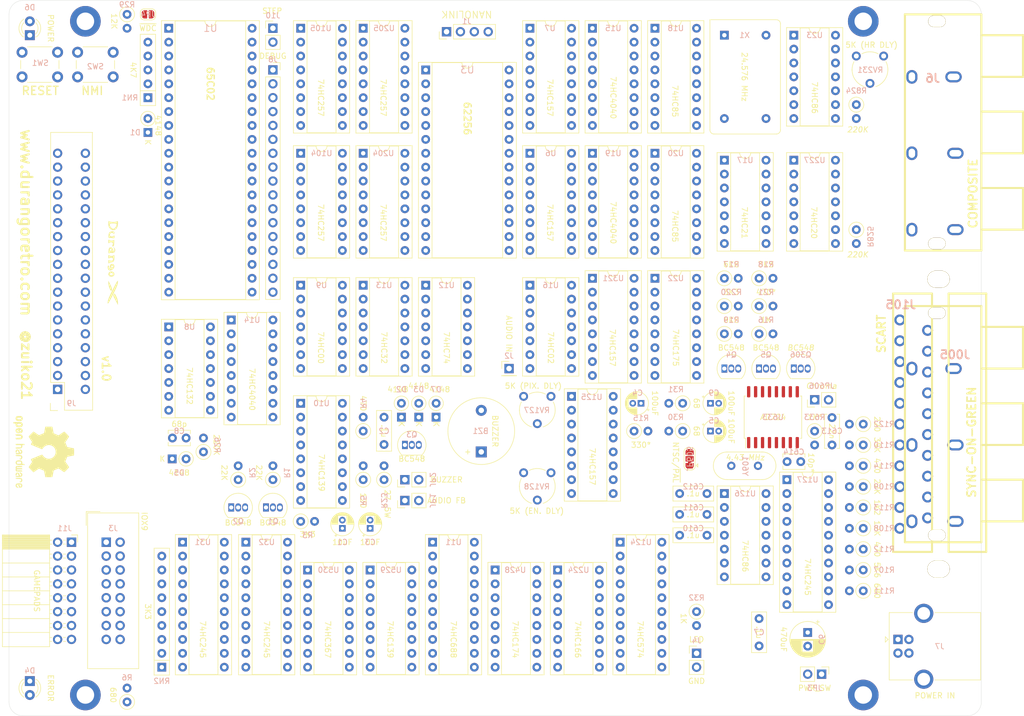
<source format=kicad_pcb>
(kicad_pcb (version 20171130) (host pcbnew "(5.1.2-1)-1")
  (layers (0 F.Cu signal) (31 B.Cu signal) (34 B.Paste user) (35 F.Paste user) (36 B.SilkS user) (37 F.SilkS user) (38 B.Mask user) (39 F.Mask user) (44 Edge.Cuts user))
  (net 0 "")
  (net 1 +5V)
  (net 2 GND)
  (net 3 /MA13)
  (net 4 /MA8)
  (net 5 /MA9)
  (net 6 /MA0)
  (net 7 /MA11)
  (net 8 /MA1)
  (net 9 /MA2)
  (net 10 /MA10)
  (net 11 /MA3)
  (net 12 /~MCS)
  (net 13 /MA4)
  (net 14 /MA5)
  (net 15 /MA6)
  (net 16 /MA7)
  (net 17 /MA12)
  (net 18 /MA14)
  (net 19 AUDIO)
  (net 20 /~INTREQ)
  (net 21 /SERDAT)
  (net 22 /SERCLK)
  (net 23 D7)
  (net 24 D6)
  (net 25 D5)
  (net 26 ~IO8Q)
  (net 27 D4)
  (net 28 D3)
  (net 29 D2)
  (net 30 D1)
  (net 31 D0)
  (net 32 /VDU-X/DRED)
  (net 33 /VDU-X/DBLU)
  (net 34 /~IOBQ)
  (net 35 /~IOAQ)
  (net 36 VA0)
  (net 37 VA1)
  (net 38 VA2)
  (net 39 VA3)
  (net 40 VA4)
  (net 41 VA5)
  (net 42 VA6)
  (net 43 VA7)
  (net 44 VA8)
  (net 45 VA9)
  (net 46 VA10)
  (net 47 VA11)
  (net 48 VA13)
  (net 49 VA12)
  (net 50 /VDU-X/DE)
  (net 51 /IEN)
  (net 52 /VDU-X/~CDE)
  (net 53 A3)
  (net 54 A2)
  (net 55 A1)
  (net 56 A0)
  (net 57 A14)
  (net 58 A15)
  (net 59 R~W)
  (net 60 /~IEN)
  (net 61 /VDU-X/DGHI)
  (net 62 /VDU-X/DGLO)
  (net 63 /RDY)
  (net 64 /~SO)
  (net 65 A11)
  (net 66 A10)
  (net 67 A9)
  (net 68 A8)
  (net 69 A7)
  (net 70 A6)
  (net 71 A5)
  (net 72 A4)
  (net 73 A13)
  (net 74 A12)
  (net 75 /~DWE)
  (net 76 HIRES)
  (net 77 /~WE2)
  (net 78 /~WE3)
  (net 79 /~WE1)
  (net 80 /VDU-X/~FLAGS)
  (net 81 /VDU-X/BIAS)
  (net 82 /ST250)
  (net 83 BA4)
  (net 84 BA3)
  (net 85 BA2)
  (net 86 BA1)
  (net 87 BA0)
  (net 88 /VDU-X/FBLANK)
  (net 89 /VDU-X/ZMIX)
  (net 90 VCLK)
  (net 91 /VDU-X/~DCDE)
  (net 92 /VDU-X/HVG)
  (net 93 /VDU-X/HPIX)
  (net 94 /VDU-X/~HVG)
  (net 95 SC0)
  (net 96 SC1)
  (net 97 /~IO)
  (net 98 ~LINE)
  (net 99 /VDU-X/Q1)
  (net 100 /VDU-X/Q2)
  (net 101 /VDU-X/Q3)
  (net 102 /VDU-X/LEND)
  (net 103 /VDU-X/HDOT)
  (net 104 ~FRAME)
  (net 105 /VDU-X/FEND)
  (net 106 /VDU-X/UHS)
  (net 107 /VDU-X/UVS)
  (net 108 /VDU-X/UCDE)
  (net 109 /VDU-X/UHDE)
  (net 110 /VDU-X/LATCH)
  (net 111 INVERT)
  (net 112 /VDU-X/~PE)
  (net 113 ~BLANK)
  (net 114 ~STAT)
  (net 115 /~HIRES)
  (net 116 /VDU-X/COLOUR)
  (net 117 /VDU-X/DHRDE)
  (net 118 /VDU-X/HVID)
  (net 119 ~RESET)
  (net 120 /PHI2)
  (net 121 ~ROM_CS)
  (net 122 ~ROM_OE)
  (net 123 ~WE)
  (net 124 AUDIO_IN)
  (net 125 ~IOC)
  (net 126 /~IOQ)
  (net 127 ~IRQ)
  (net 128 ~NMI)
  (net 129 RED)
  (net 130 GRN)
  (net 131 BLUE)
  (net 132 /RESET)
  (net 133 /AFILT)
  (net 134 /VDU-X/RMIX)
  (net 135 /AMIX)
  (net 136 /250HZ)
  (net 137 /BDT)
  (net 138 /BCL)
  (net 139 /ABUF)
  (net 140 /~250HZ)
  (net 141 /C2K)
  (net 142 /C4K)
  (net 143 /VDU-X/R_R)
  (net 144 /VDU-X/B_R)
  (net 145 /VDU-X/GH_L)
  (net 146 /VDU-X/R_L)
  (net 147 /VDU-X/GL_L)
  (net 148 /VDU-X/B_L)
  (net 149 /VDU-X/XR)
  (net 150 /VDU-X/XGL)
  (net 151 /VDU-X/XGH)
  (net 152 /VDU-X/XB)
  (net 153 /VDU-X/IGH)
  (net 154 /VDU-X/IGL)
  (net 155 /VDU-X/IR)
  (net 156 /VDU-X/IB)
  (net 157 /power/+5V_IN)
  (net 158 /BZZ)
  (net 159 /AOUT)
  (net 160 /PWLED)
  (net 161 /ATBZ)
  (net 162 /VDU-X/BUFRGB)
  (net 163 /VDU-X/MCLK)
  (net 164 /VDU-X/CSYNC)
  (net 165 /VDU-X/GH_R)
  (net 166 /VDU-X/GL_R)
  (net 167 /AFB)
  (net 168 /ERRLED)
  (net 169 /VDU-X/DEV~ODD)
  (net 170 /VDU-X/~LOST)
  (net 171 /SYNC)
  (net 172 "Net-(JP4-Pad1)")
  (net 173 /VDU-X/DHVD)
  (net 174 PD7)
  (net 175 PD6)
  (net 176 ~IO9Q)
  (net 177 PD5)
  (net 178 PD4)
  (net 179 PD3)
  (net 180 PD2)
  (net 181 PD1)
  (net 182 PD0)
  (net 183 /power/Y)
  (net 184 /power/RMIX2)
  (net 185 MIX)
  (net 186 /power/LED_R)
  (net 187 LED)
  (net 188 /power/CMIX)
  (net 189 RGB)
  (net 190 /power/C_OUT)
  (net 191 VIN)
  (net 192 ~CSYNC)
  (net 193 /VDU-X/~VS)
  (net 194 /VDU-X/~HS)
  (net 195 /power/B_IN)
  (net 196 /power/G_IN)
  (net 197 /power/R_IN)
  (net 198 /power/~PAL)
  (net 199 /power/XTAL)
  (net 200 "Net-(JP606-Pad1)")
  (net 201 SOG)
  (module durango:durango-x (layer F.Cu) (at 31.75 60.96 270)
    (fp_text reference LOGO2 hide)
    (fp_text value " " hide)
  )
  (module durango:3xRCA (layer F.Cu) (at 187.96 93.98 90)
    (fp_text reference J005 (at 16.51 -2.286 unlocked) (layer B.SilkS) (effects (font (size 1.524 1.524) (thickness 0.3048)) (justify mirror)))
    (fp_text value SYNC-ON-GREEN (at 0.508 0.762 90) (layer F.SilkS) (effects (font (size 1.524 1.524) (thickness 0.3048))))
    (pad "" np_thru_hole oval (at -16.51 -5.588 90) (size 2.1 3.2) (drill oval 2 3.1) (layers *.Cu *.Mask F.SilkS))
    (pad "" np_thru_hole oval (at 24.13 -5.588 90) (size 2.1 3.2) (drill oval 2 3.1) (layers *.Cu *.Mask F.SilkS))
    (pad 6 thru_hole oval (at -13.97 -2.19964 90) (size 1.99898 2.99898) (drill oval 1.19888 2.19888) (layers *.Cu *.Mask) (net 2 GND))
    (pad 5 thru_hole oval (at -13.97 -10.16 90) (size 2.49898 1.99898) (drill oval 1.69888 1.19888) (layers *.Cu *.Mask) (net 201 SOG))
    (pad 4 thru_hole oval (at 0 -2.19964 90) (size 1.99898 2.99898) (drill oval 1.19888 2.19888) (layers *.Cu *.Mask) (net 2 GND))
    (pad 3 thru_hole oval (at 0 -10.16 90) (size 2.49898 1.99898) (drill oval 1.69888 1.19888) (layers *.Cu *.Mask) (net 131 BLUE))
    (pad 2 thru_hole oval (at 13.97 -2.54 90) (size 1.99898 2.99898) (drill oval 1.19888 2.19888) (layers *.Cu *.Mask) (net 2 GND))
    (pad 1 thru_hole oval (at 13.97 -10.16 90) (size 2.49898 1.99898) (drill oval 1.69888 1.19888) (layers *.Cu *.Mask) (net 129 RED))
  )
  (module durango:3xRCA (layer F.Cu) (at 187.96 40.64 90)
    (fp_text reference J6 (at 13.716 -6.35 unlocked) (layer B.SilkS) (effects (font (size 1.524 1.524) (thickness 0.3048)) (justify mirror)))
    (fp_text value COMPOSITE (at -7.366 1.016 90) (layer F.SilkS) (effects (font (size 1.524 1.524) (thickness 0.3048))))
    (pad "" np_thru_hole oval (at -16.51 -5.588 90) (size 2.1 3.2) (drill oval 2 3.1) (layers *.Cu *.Mask F.SilkS))
    (pad "" np_thru_hole oval (at 24.13 -5.588 90) (size 2.1 3.2) (drill oval 2 3.1) (layers *.Cu *.Mask F.SilkS))
    (pad 6 thru_hole oval (at -13.97 -2.19964 90) (size 1.99898 2.99898) (drill oval 1.19888 2.19888) (layers *.Cu *.Mask) (net 2 GND))
    (pad 5 thru_hole oval (at -13.97 -10.16 90) (size 2.49898 1.99898) (drill oval 1.69888 1.19888) (layers *.Cu *.Mask) (net 183 /power/Y))
    (pad 4 thru_hole oval (at 0 -2.19964 90) (size 1.99898 2.99898) (drill oval 1.19888 2.19888) (layers *.Cu *.Mask) (net 2 GND))
    (pad 3 thru_hole oval (at 0 -10.16 90) (size 2.49898 1.99898) (drill oval 1.69888 1.19888) (layers *.Cu *.Mask) (net 19 AUDIO))
    (pad 2 thru_hole oval (at 13.97 -2.54 90) (size 1.99898 2.99898) (drill oval 1.19888 2.19888) (layers *.Cu *.Mask) (net 2 GND))
    (pad 1 thru_hole oval (at 13.97 -10.16 90) (size 2.49898 1.99898) (drill oval 1.69888 1.19888) (layers *.Cu *.Mask) (net 19 AUDIO))
  )
  (module durango:SCART (layer F.Cu) (at 182.88 90.17 90)
    (fp_text reference J105 (at 21.844 -7.112 unlocked) (layer B.SilkS) (effects (font (size 1.524 1.524) (thickness 0.3048)) (justify mirror)))
    (fp_text value SCART (at 16.51 -10.668 90 unlocked) (layer F.SilkS) (effects (font (size 1.524 1.524) (thickness 0.3048))))
    (pad "" np_thru_hole oval (at -26.49982 -0.20066 90) (size 3.1 4.1) (drill oval 3 4) (layers *.Cu *.Mask F.SilkS))
    (pad "" np_thru_hole oval (at 26.49982 -0.20066 90) (size 3.1 4.1) (drill oval 3 4) (layers *.Cu *.Mask F.SilkS))
    (pad 21 thru_hole circle (at -19.05 -7.27964 90) (size 1.99898 1.99898) (drill 1.19888) (layers *.Cu *.Mask) (net 2 GND))
    (pad 20 thru_hole circle (at -17.145 -2.19964 90) (size 1.99898 1.99898) (drill 1.19888) (layers *.Cu *.Mask))
    (pad 19 thru_hole circle (at -15.24 -7.27964 90) (size 1.99898 1.99898) (drill 1.19888) (layers *.Cu *.Mask) (net 201 SOG))
    (pad 18 thru_hole circle (at -13.335 -2.19964 90) (size 1.99898 1.99898) (drill 1.19888) (layers *.Cu *.Mask) (net 2 GND))
    (pad 17 thru_hole circle (at -11.43 -7.27964 90) (size 1.99898 1.99898) (drill 1.19888) (layers *.Cu *.Mask) (net 2 GND))
    (pad 16 thru_hole circle (at -9.525 -2.19964 90) (size 1.99898 1.99898) (drill 1.19888) (layers *.Cu *.Mask) (net 88 /VDU-X/FBLANK))
    (pad 15 thru_hole circle (at -7.62 -7.27964 90) (size 1.99898 1.99898) (drill 1.19888) (layers *.Cu *.Mask) (net 129 RED))
    (pad 14 thru_hole circle (at -5.715 -2.19964 90) (size 1.99898 1.99898) (drill 1.19888) (layers *.Cu *.Mask) (net 2 GND))
    (pad 13 thru_hole circle (at -3.81 -7.27964 90) (size 1.99898 1.99898) (drill 1.19888) (layers *.Cu *.Mask) (net 2 GND))
    (pad 12 thru_hole circle (at -1.905 -2.19964 90) (size 1.99898 1.99898) (drill 1.19888) (layers *.Cu *.Mask))
    (pad 11 thru_hole circle (at 0 -7.27964 90) (size 1.99898 1.99898) (drill 1.19888) (layers *.Cu *.Mask) (net 130 GRN))
    (pad 10 thru_hole circle (at 1.905 -2.19964 90) (size 1.99898 1.99898) (drill 1.19888) (layers *.Cu *.Mask))
    (pad 9 thru_hole circle (at 3.81 -7.27964 90) (size 1.99898 1.99898) (drill 1.19888) (layers *.Cu *.Mask) (net 2 GND))
    (pad 8 thru_hole circle (at 5.715 -2.19964 90) (size 1.99898 1.99898) (drill 1.19888) (layers *.Cu *.Mask) (net 1 +5V))
    (pad 7 thru_hole circle (at 7.62 -7.27964 90) (size 1.99898 1.99898) (drill 1.19888) (layers *.Cu *.Mask) (net 131 BLUE))
    (pad 6 thru_hole circle (at 9.525 -2.19964 90) (size 1.99898 1.99898) (drill 1.19888) (layers *.Cu *.Mask))
    (pad 5 thru_hole circle (at 11.43 -7.27964 90) (size 1.99898 1.99898) (drill 1.19888) (layers *.Cu *.Mask) (net 2 GND))
    (pad 4 thru_hole circle (at 13.335 -2.19964 90) (size 1.99898 1.99898) (drill 1.19888) (layers *.Cu *.Mask) (net 2 GND))
    (pad 3 thru_hole circle (at 15.24 -7.27964 90) (size 1.99898 1.99898) (drill 1.19888) (layers *.Cu *.Mask) (net 19 AUDIO))
    (pad 2 thru_hole circle (at 17.145 -2.19964 90) (size 1.99898 1.99898) (drill 1.19888) (layers *.Cu *.Mask))
    (pad 1 thru_hole circle (at 19.05 -7.27964 90) (size 1.99898 1.99898) (drill 1.19888) (layers *.Cu *.Mask) (net 19 AUDIO))
  )
  (module Connector_PinHeader_2.54mm:PinHeader_1x02_P2.54mm_Vertical (layer F.Cu) (at 160.02 85.725 90)
    (fp_text reference JP606 (at 2.54 1.27 unlocked) (layer B.SilkS) (effects (justify mirror)))
    (fp_text value Chroma (at 2.54 1.27 unlocked) (layer F.SilkS) (effects (font (thickness 0.15) italic)))
    (pad 2 thru_hole oval (at 0 2.54 90) (size 1.7 1.7) (drill 1) (layers *.Cu *.Mask) (net 189 RGB))
    (pad 1 thru_hole rect (at 0 0 90) (size 1.7 1.7) (drill 1) (layers *.Cu *.Mask) (net 200 "Net-(JP606-Pad1)"))
  )
  (module Capacitor_THT:C_Disc_D3.8mm_W2.6mm_P2.50mm (layer F.Cu) (at 45.085 92.71 180)
    (fp_text reference C8 (at 1.25 1.27 unlocked) (layer B.SilkS) (effects (justify mirror)))
    (fp_text value 68p (at 1.25 2.55 unlocked) (layer F.SilkS))
    (pad 2 thru_hole circle (at 2.5 0 180) (size 1.6 1.6) (drill 0.8) (layers *.Cu *.Mask) (net 82 /ST250))
    (pad 1 thru_hole circle (at 0 0 180) (size 1.6 1.6) (drill 0.8) (layers *.Cu *.Mask) (net 2 GND))
  )
  (module Capacitor_THT:C_Disc_D3.8mm_W2.6mm_P2.50mm (layer F.Cu) (at 157.48 97.028 180)
    (fp_text reference C614 (at 1.27 1.778 unlocked) (layer B.SilkS) (effects (justify mirror)))
    (fp_text value 10p* (at -1.905 -0.127 270 unlocked) (layer F.SilkS) (effects (font (thickness 0.15) italic)))
    (pad 2 thru_hole circle (at 2.5 0 180) (size 1.6 1.6) (drill 0.8) (layers *.Cu *.Mask) (net 199 /power/XTAL))
    (pad 1 thru_hole circle (at 0 0 180) (size 1.6 1.6) (drill 0.8) (layers *.Cu *.Mask) (net 2 GND))
  )
  (module Capacitor_THT:C_Disc_D6.0mm_W2.5mm_P5.00mm (layer F.Cu) (at 163.195 93.98 90)
    (fp_text reference C613 (at 2.54 0 unlocked) (layer B.SilkS) (effects (justify mirror)))
    (fp_text value 22n (at 2.54 0 270 unlocked) (layer F.SilkS) (effects (font (thickness 0.15) italic)))
    (pad 2 thru_hole circle (at 5 0 90) (size 1.6 1.6) (drill 0.8) (layers *.Cu *.Mask) (net 188 /power/CMIX))
    (pad 1 thru_hole circle (at 0 0 90) (size 1.6 1.6) (drill 0.8) (layers *.Cu *.Mask) (net 190 /power/C_OUT))
  )
  (module Crystal:Crystal_HC49-4H_Vertical (layer F.Cu) (at 144.78 97.79)
    (fp_text reference Y601 (at 2.54 0 270 unlocked) (layer B.SilkS) (effects (justify mirror)))
    (fp_text value "4.43 MHz" (at 2.54 -1.524 unlocked) (layer F.SilkS) (effects (font (thickness 0.15) italic)))
    (pad 2 thru_hole circle (at 4.88 0) (size 1.5 1.5) (drill 0.8) (layers *.Cu *.Mask) (net 199 /power/XTAL))
    (pad 1 thru_hole circle (at 0 0) (size 1.5 1.5) (drill 0.8) (layers *.Cu *.Mask) (net 2 GND))
  )
  (module Package_SO:SOIC-16W_7.5x10.3mm_P1.27mm (layer F.Cu) (at 152.4 88.9 90)
    (fp_text reference U633 (at 0 0 unlocked) (layer B.SilkS) (effects (justify mirror)))
    (fp_text value AD724 (at 0 0 unlocked) (layer F.SilkS) (effects (font (thickness 0.15) italic)))
    (pad 16 smd roundrect (at 4.65 -4.445 90) (size 2.05 0.6) (layers F.Cu F.Paste F.Mask) (net 192 ~CSYNC))
    (pad 15 smd roundrect (at 4.65 -3.175 90) (size 2.05 0.6) (layers F.Cu F.Paste F.Mask) (net 1 +5V))
    (pad 14 smd roundrect (at 4.65 -1.905 90) (size 2.05 0.6) (layers F.Cu F.Paste F.Mask) (net 1 +5V))
    (pad 13 smd roundrect (at 4.65 -0.635 90) (size 2.05 0.6) (layers F.Cu F.Paste F.Mask) (net 2 GND))
    (pad 12 smd roundrect (at 4.65 0.635 90) (size 2.05 0.6) (layers F.Cu F.Paste F.Mask) (net 2 GND))
    (pad 11 smd roundrect (at 4.65 1.905 90) (size 2.05 0.6) (layers F.Cu F.Paste F.Mask))
    (pad 10 smd roundrect (at 4.65 3.175 90) (size 2.05 0.6) (layers F.Cu F.Paste F.Mask))
    (pad 9 smd roundrect (at 4.65 4.445 90) (size 2.05 0.6) (layers F.Cu F.Paste F.Mask) (net 190 /power/C_OUT))
    (pad 8 smd roundrect (at -4.65 4.445 90) (size 2.05 0.6) (layers F.Cu F.Paste F.Mask) (net 195 /power/B_IN))
    (pad 7 smd roundrect (at -4.65 3.175 90) (size 2.05 0.6) (layers F.Cu F.Paste F.Mask) (net 196 /power/G_IN))
    (pad 6 smd roundrect (at -4.65 1.905 90) (size 2.05 0.6) (layers F.Cu F.Paste F.Mask) (net 197 /power/R_IN))
    (pad 5 smd roundrect (at -4.65 0.635 90) (size 2.05 0.6) (layers F.Cu F.Paste F.Mask) (net 200 "Net-(JP606-Pad1)"))
    (pad 4 smd roundrect (at -4.65 -0.635 90) (size 2.05 0.6) (layers F.Cu F.Paste F.Mask) (net 1 +5V))
    (pad 3 smd roundrect (at -4.65 -1.905 90) (size 2.05 0.6) (layers F.Cu F.Paste F.Mask) (net 199 /power/XTAL))
    (pad 2 smd roundrect (at -4.65 -3.175 90) (size 2.05 0.6) (layers F.Cu F.Paste F.Mask) (net 2 GND))
    (pad 1 smd roundrect (at -4.65 -4.445 90) (size 2.05 0.6) (layers F.Cu F.Paste F.Mask) (net 198 /power/~PAL))
  )
  (module Resistor_THT:R_Axial_DIN0207_L6.3mm_D2.5mm_P2.54mm_Vertical (layer F.Cu) (at 160.02 91.44 270)
    (fp_text reference R633 (at -2.54 0 unlocked) (layer B.SilkS) (effects (justify mirror)))
    (fp_text value 1K* (at -2.54 0 unlocked) (layer F.SilkS) (effects (font (thickness 0.15) italic)))
    (pad 2 thru_hole oval (at 2.54 0 270) (size 1.6 1.6) (drill 0.8) (layers *.Cu *.Mask) (net 191 VIN))
    (pad 1 thru_hole circle (at 0 0 270) (size 1.6 1.6) (drill 0.8) (layers *.Cu *.Mask) (net 188 /power/CMIX))
  )
  (module Jumper:SolderJumper-3_P1.3mm_Bridged12_RoundedPad1.0x1.5mm (layer F.Cu) (at 137.16 96.52 90)
    (fp_text reference JP605 (at 0 0 270 unlocked) (layer B.SilkS) (effects (justify mirror)))
    (fp_text value NTSC/~PAL (at -0.635 -2.54 270 unlocked) (layer F.SilkS))
    (fp_poly (pts (xy -0.9 -0.3) (xy -0.4 -0.3) (xy -0.4 0.3) (xy -0.9 0.3)) (layer F.Cu) (width 0))
    (pad 1 smd custom (at -1.3 0 90) (size 1 0.5) (layers F.Cu F.Mask) (net 2 GND) (options (clearance outline) (anchor rect)) (primitives (gr_circle (center 0 0.25) (end 0.5 0.25) (width 0)) (gr_circle (center 0 -0.25) (end 0.5 -0.25) (width 0)) (gr_poly (pts (xy 0.55 -0.75) (xy 0 -0.75) (xy 0 0.75) (xy 0.55 0.75)) (width 0))))
    (pad 2 smd rect (at 0 0 90) (size 1 1.5) (layers F.Cu F.Mask) (net 198 /power/~PAL))
    (pad 3 smd custom (at 1.3 0 90) (size 1 0.5) (layers F.Cu F.Mask) (net 1 +5V) (options (clearance outline) (anchor rect)) (primitives (gr_circle (center 0 0.25) (end 0.5 0.25) (width 0)) (gr_circle (center 0 -0.25) (end 0.5 -0.25) (width 0)) (gr_poly (pts (xy -0.55 -0.75) (xy 0 -0.75) (xy 0 0.75) (xy -0.55 0.75)) (width 0))))
  )
  (module Capacitor_THT:C_Rect_L7.2mm_W2.5mm_P5.00mm_FKS2_FKP2_MKS2_MKP2 (layer F.Cu) (at 140.335 102.87 180)
    (fp_text reference C612 (at 2.5 1.27 unlocked) (layer B.SilkS) (effects (justify mirror)))
    (fp_text value .1u (at 2.54 0 unlocked) (layer F.SilkS) (effects (font (thickness 0.15) italic)))
    (pad 2 thru_hole circle (at 5 0 180) (size 1.6 1.6) (drill 0.8) (layers *.Cu *.Mask) (net 197 /power/R_IN))
    (pad 1 thru_hole circle (at 0 0 180) (size 1.6 1.6) (drill 0.8) (layers *.Cu *.Mask) (net 129 RED))
  )
  (module Capacitor_THT:C_Rect_L7.2mm_W2.5mm_P5.00mm_FKS2_FKP2_MKS2_MKP2 (layer F.Cu) (at 140.335 106.68 180)
    (fp_text reference C611 (at 2.5 1.27 unlocked) (layer B.SilkS) (effects (justify mirror)))
    (fp_text value .1u (at 2.54 0 unlocked) (layer F.SilkS) (effects (font (thickness 0.15) italic)))
    (pad 2 thru_hole circle (at 5 0 180) (size 1.6 1.6) (drill 0.8) (layers *.Cu *.Mask) (net 196 /power/G_IN))
    (pad 1 thru_hole circle (at 0 0 180) (size 1.6 1.6) (drill 0.8) (layers *.Cu *.Mask) (net 130 GRN))
  )
  (module Capacitor_THT:C_Rect_L7.2mm_W2.5mm_P5.00mm_FKS2_FKP2_MKS2_MKP2 (layer F.Cu) (at 140.335 110.49 180)
    (fp_text reference C610 (at 2.5 1.27 unlocked) (layer B.SilkS) (effects (justify mirror)))
    (fp_text value .1u (at 2.54 0 unlocked) (layer F.SilkS) (effects (font (thickness 0.15) italic)))
    (pad 2 thru_hole circle (at 5 0 180) (size 1.6 1.6) (drill 0.8) (layers *.Cu *.Mask) (net 195 /power/B_IN))
    (pad 1 thru_hole circle (at 0 0 180) (size 1.6 1.6) (drill 0.8) (layers *.Cu *.Mask) (net 131 BLUE))
  )
  (module Symbol:OSHW-Logo2_14.6x12mm_SilkScreen (layer F.Cu) (at 19.05 95.25 270)
    (fp_text reference LOGO1 hide)
    (fp_text value " " hide)
  )
  (module Resistor_THT:R_Axial_DIN0207_L6.3mm_D2.5mm_P2.54mm_Vertical (layer F.Cu) (at 138.43 124.46 270)
    (fp_text reference R32 (at -2.54 0 180) (layer B.SilkS) (effects (justify mirror)))
    (fp_text value 1K (at 1.27 2.37 270 unlocked) (layer F.SilkS))
    (pad 2 thru_hole oval (at 2.54 0 270) (size 1.6 1.6) (drill 0.8) (layers *.Cu *.Mask) (net 186 /power/LED_R))
    (pad 1 thru_hole circle (at 0 0 270) (size 1.6 1.6) (drill 0.8) (layers *.Cu *.Mask) (net 187 LED))
  )
  (module Connector_PinHeader_2.54mm:PinHeader_1x02_P2.54mm_Vertical (layer F.Cu) (at 138.43 132.08)
    (fp_text reference J4 (at 0 -2.33 180) (layer B.SilkS) (effects (justify mirror)))
    (fp_text value LED (at 0 -2.54) (layer F.SilkS))
    (fp_text user GND (at 0 5.08 180) (layer F.SilkS))
    (pad 2 thru_hole oval (at 0 2.54) (size 1.7 1.7) (drill 1) (layers *.Cu *.Mask) (net 2 GND))
    (pad 1 thru_hole rect (at 0 0) (size 1.7 1.7) (drill 1) (layers *.Cu *.Mask) (net 186 /power/LED_R))
  )
  (module Jumper:SolderJumper-2_P1.3mm_Open_RoundedPad1.0x1.5mm (layer F.Cu) (at 38.115 15.24 180)
    (fp_text reference JP4 (at 0 0) (layer B.SilkS) (effects (justify mirror)))
    (fp_text value ~WDC (at 0 -2.54) (layer F.SilkS))
    (pad 2 smd custom (at 0.65 0 180) (size 1 0.5) (layers F.Cu F.Mask) (net 2 GND) (options (clearance outline) (anchor rect)) (primitives (gr_circle (center 0 0.25) (end 0.5 0.25) (width 0)) (gr_circle (center 0 -0.25) (end 0.5 -0.25) (width 0)) (gr_poly (pts (xy 0 -0.75) (xy -0.5 -0.75) (xy -0.5 0.75) (xy 0 0.75)) (width 0))))
    (pad 1 smd custom (at -0.65 0 180) (size 1 0.5) (layers F.Cu F.Mask) (net 172 "Net-(JP4-Pad1)") (options (clearance outline) (anchor rect)) (primitives (gr_circle (center 0 0.25) (end 0.5 0.25) (width 0)) (gr_circle (center 0 -0.25) (end 0.5 -0.25) (width 0)) (gr_poly (pts (xy 0 -0.75) (xy 0.5 -0.75) (xy 0.5 0.75) (xy 0 0.75)) (width 0))))
  )
  (module MountingHole:MountingHole_3.2mm_M3_DIN965_Pad (layer F.Cu) (at 168.91 139.7)
    (fp_text reference H4 hide)
    (fp_text value " " hide)
    (pad 1 thru_hole circle (at 0 0) (size 5.6 5.6) (drill 3.2) (layers *.Cu *.Mask) (net 2 GND))
  )
  (module MountingHole:MountingHole_3.2mm_M3_DIN965_Pad (layer F.Cu) (at 168.91 16.51)
    (fp_text reference H3 hide)
    (fp_text value " " hide)
    (pad 1 thru_hole circle (at 0 0) (size 5.6 5.6) (drill 3.2) (layers *.Cu *.Mask) (net 2 GND))
  )
  (module MountingHole:MountingHole_3.2mm_M3_DIN965_Pad (layer F.Cu) (at 26.67 139.7)
    (fp_text reference H2 hide)
    (fp_text value " " hide)
    (pad 1 thru_hole circle (at 0 0) (size 5.6 5.6) (drill 3.2) (layers *.Cu *.Mask) (net 2 GND))
  )
  (module MountingHole:MountingHole_3.2mm_M3_DIN965_Pad (layer F.Cu) (at 26.67 16.51)
    (fp_text reference H1 hide)
    (fp_text value " " hide)
    (pad 1 thru_hole circle (at 0 0) (size 5.6 5.6) (drill 3.2) (layers *.Cu *.Mask) (net 2 GND))
  )
  (module Potentiometer_THT:Potentiometer_Piher_PT-6-V_Vertical (layer F.Cu) (at 167.64 22.86 270)
    (fp_text reference RV231 (at 2.54 -2.54 unlocked) (layer B.SilkS) (effects (justify mirror)))
    (fp_text value "5K (HR DLY)" (at -2.032 -2.794 unlocked) (layer F.SilkS))
    (pad 1 thru_hole circle (at 0 0 270) (size 1.62 1.62) (drill 0.9) (layers *.Cu *.Mask) (net 118 /VDU-X/HVID))
    (pad 2 thru_hole circle (at 5 -2.5 270) (size 1.62 1.62) (drill 0.9) (layers *.Cu *.Mask) (net 173 /VDU-X/DHVD))
    (pad 3 thru_hole circle (at 0 -5 270) (size 1.62 1.62) (drill 0.9) (layers *.Cu *.Mask) (net 173 /VDU-X/DHVD))
  )
  (module Potentiometer_THT:Potentiometer_Piher_PT-6-V_Vertical (layer F.Cu) (at 106.807 99.06 270)
    (fp_text reference RV128 (at 2.54 -2.413 unlocked) (layer B.SilkS) (effects (justify mirror)))
    (fp_text value "5K (EN. DLY)" (at 6.985 -2.413 unlocked) (layer F.SilkS))
    (pad 1 thru_hole circle (at 0 0 270) (size 1.62 1.62) (drill 0.9) (layers *.Cu *.Mask) (net 52 /VDU-X/~CDE))
    (pad 2 thru_hole circle (at 5 -2.5 270) (size 1.62 1.62) (drill 0.9) (layers *.Cu *.Mask) (net 91 /VDU-X/~DCDE))
    (pad 3 thru_hole circle (at 0 -5 270) (size 1.62 1.62) (drill 0.9) (layers *.Cu *.Mask) (net 91 /VDU-X/~DCDE))
  )
  (module Potentiometer_THT:Potentiometer_Piher_PT-6-V_Vertical (layer F.Cu) (at 106.807 85.09 270)
    (fp_text reference RV127 (at 2.54 -2.413 unlocked) (layer B.SilkS) (effects (justify mirror)))
    (fp_text value "5K (PIX. DLY)" (at -1.905 -1.778 unlocked) (layer F.SilkS))
    (pad 1 thru_hole circle (at 0 0 270) (size 1.62 1.62) (drill 0.9) (layers *.Cu *.Mask) (net 90 VCLK))
    (pad 2 thru_hole circle (at 5 -2.5 270) (size 1.62 1.62) (drill 0.9) (layers *.Cu *.Mask) (net 169 /VDU-X/DEV~ODD))
    (pad 3 thru_hole circle (at 0 -5 270) (size 1.62 1.62) (drill 0.9) (layers *.Cu *.Mask) (net 169 /VDU-X/DEV~ODD))
  )
  (module Connector_PinSocket_2.54mm:PinSocket_2x18_EDGE (layer F.Cu) (at 25.4 86.995 180)
    (fp_text reference J9 (at 1.27 0.635) (layer B.SilkS) (effects (justify mirror)))
    (fp_text value CARTRIDGE)
    (pad 7 thru_hole oval (at 3.81 10.795 180) (size 1.7 1.7) (drill 1) (layers *.Cu *.Mask) (net 1 +5V))
    (pad 20 thru_hole oval (at -1.27 26.035 180) (size 1.7 1.7) (drill 1) (layers *.Cu *.Mask) (net 53 A3))
    (pad 21 thru_hole oval (at 3.81 28.575 180) (size 1.7 1.7) (drill 1) (layers *.Cu *.Mask) (net 66 A10))
    (pad 22 thru_hole oval (at -1.27 28.575 180) (size 1.7 1.7) (drill 1) (layers *.Cu *.Mask) (net 54 A2))
    (pad 23 thru_hole oval (at 3.81 31.115 180) (size 1.7 1.7) (drill 1) (layers *.Cu *.Mask) (net 121 ~ROM_CS))
    (pad 24 thru_hole oval (at -1.27 31.115 180) (size 1.7 1.7) (drill 1) (layers *.Cu *.Mask) (net 55 A1))
    (pad 25 thru_hole oval (at 3.81 33.655 180) (size 1.7 1.7) (drill 1) (layers *.Cu *.Mask) (net 23 D7))
    (pad 26 thru_hole oval (at -1.27 33.655 180) (size 1.7 1.7) (drill 1) (layers *.Cu *.Mask) (net 56 A0))
    (pad 27 thru_hole oval (at 3.81 36.195 180) (size 1.7 1.7) (drill 1) (layers *.Cu *.Mask) (net 24 D6))
    (pad 28 thru_hole oval (at -1.27 36.195 180) (size 1.7 1.7) (drill 1) (layers *.Cu *.Mask) (net 31 D0))
    (pad 29 thru_hole oval (at 3.81 38.735 180) (size 1.7 1.7) (drill 1) (layers *.Cu *.Mask) (net 25 D5))
    (pad 30 thru_hole oval (at -1.27 38.735 180) (size 1.7 1.7) (drill 1) (layers *.Cu *.Mask) (net 30 D1))
    (pad 31 thru_hole oval (at 3.81 41.275 180) (size 1.7 1.7) (drill 1) (layers *.Cu *.Mask) (net 27 D4))
    (pad 32 thru_hole oval (at -1.27 41.275 180) (size 1.7 1.7) (drill 1) (layers *.Cu *.Mask) (net 29 D2))
    (pad 33 thru_hole oval (at 3.81 43.815 180) (size 1.7 1.7) (drill 1) (layers *.Cu *.Mask) (net 28 D3))
    (pad 34 thru_hole oval (at -1.27 43.815 180) (size 1.7 1.7) (drill 1) (layers *.Cu *.Mask) (net 2 GND))
    (pad 35 thru_hole oval (at 3.81 46.355 180) (size 1.7 1.7) (drill 1) (layers *.Cu *.Mask) (net 119 ~RESET))
    (pad 36 thru_hole oval (at -1.27 46.355 180) (size 1.7 1.7) (drill 1) (layers *.Cu *.Mask) (net 90 VCLK))
    (pad 10 thru_hole oval (at -1.27 13.335 180) (size 1.7 1.7) (drill 1) (layers *.Cu *.Mask) (net 74 A12))
    (pad 18 thru_hole oval (at -1.27 23.495 180) (size 1.7 1.7) (drill 1) (layers *.Cu *.Mask) (net 72 A4))
    (pad 19 thru_hole oval (at 3.81 26.035 180) (size 1.7 1.7) (drill 1) (layers *.Cu *.Mask) (net 122 ~ROM_OE))
    (pad 8 thru_hole oval (at -1.27 10.795 180) (size 1.7 1.7) (drill 1) (layers *.Cu *.Mask) (net 123 ~WE))
    (pad 9 thru_hole oval (at 3.81 13.335 180) (size 1.7 1.7) (drill 1) (layers *.Cu *.Mask) (net 57 A14))
    (pad 12 thru_hole oval (at -1.27 15.875 180) (size 1.7 1.7) (drill 1) (layers *.Cu *.Mask) (net 69 A7))
    (pad 13 thru_hole oval (at 3.81 18.415 180) (size 1.7 1.7) (drill 1) (layers *.Cu *.Mask) (net 68 A8))
    (pad 14 thru_hole oval (at -1.27 18.415 180) (size 1.7 1.7) (drill 1) (layers *.Cu *.Mask) (net 70 A6))
    (pad 15 thru_hole oval (at 3.81 20.955 180) (size 1.7 1.7) (drill 1) (layers *.Cu *.Mask) (net 67 A9))
    (pad 16 thru_hole oval (at -1.27 20.955 180) (size 1.7 1.7) (drill 1) (layers *.Cu *.Mask) (net 71 A5))
    (pad 17 thru_hole oval (at 3.81 23.495 180) (size 1.7 1.7) (drill 1) (layers *.Cu *.Mask) (net 65 A11))
    (pad 1 thru_hole rect (at 3.81 3.175 180) (size 1.7 1.7) (drill 1) (layers *.Cu *.Mask) (net 127 ~IRQ))
    (pad 6 thru_hole oval (at -1.27 8.255 180) (size 1.7 1.7) (drill 1) (layers *.Cu *.Mask))
    (pad 11 thru_hole oval (at 3.81 15.875 180) (size 1.7 1.7) (drill 1) (layers *.Cu *.Mask) (net 73 A13))
    (pad 2 thru_hole oval (at -1.27 3.175 180) (size 1.7 1.7) (drill 1) (layers *.Cu *.Mask) (net 128 ~NMI))
    (pad 4 thru_hole oval (at -1.27 5.715 180) (size 1.7 1.7) (drill 1) (layers *.Cu *.Mask) (net 124 AUDIO_IN))
    (pad 5 thru_hole oval (at 3.81 8.255 180) (size 1.7 1.7) (drill 1) (layers *.Cu *.Mask))
    (pad 3 thru_hole oval (at 3.81 5.715 180) (size 1.7 1.7) (drill 1) (layers *.Cu *.Mask) (net 125 ~IOC))
  )
  (module Resistor_THT:R_Axial_DIN0207_L6.3mm_D2.5mm_P2.54mm_Vertical (layer F.Cu) (at 135.89 86.36 180)
    (fp_text reference R31 (at 1.27 2.54 unlocked) (layer B.SilkS) (effects (justify mirror)))
    (fp_text value 68 (at -2.54 0 270 unlocked) (layer F.SilkS))
    (pad 2 thru_hole oval (at 2.54 0 180) (size 1.6 1.6) (drill 0.8) (layers *.Cu *.Mask) (net 185 MIX))
    (pad 1 thru_hole circle (at 0 0 180) (size 1.6 1.6) (drill 0.8) (layers *.Cu *.Mask) (net 184 /power/RMIX2))
  )
  (module Capacitor_THT:CP_Radial_D4.0mm_P1.50mm (layer F.Cu) (at 140.97 86.36)
    (fp_text reference C9 (at 0.635 -1.905 unlocked) (layer B.SilkS) (effects (justify mirror)))
    (fp_text value 100uF (at 3.81 0 270 unlocked) (layer F.SilkS))
    (pad 2 thru_hole circle (at 1.5 0) (size 1.2 1.2) (drill 0.6) (layers *.Cu *.Mask) (net 183 /power/Y))
    (pad 1 thru_hole rect (at 0 0) (size 1.2 1.2) (drill 0.6) (layers *.Cu *.Mask) (net 184 /power/RMIX2))
  )
  (module Connector_PinSocket_2.54mm:PinSocket_2x08_P2.54mm_Horizontal (layer F.Cu) (at 24.13 111.76)
    (fp_text reference J11 (at -1.27 -2.54) (layer B.SilkS) (effects (justify mirror)))
    (fp_text value GAMEPADS (at -6.35 8.89 270 unlocked) (layer F.SilkS))
    (pad 16 thru_hole oval (at -2.54 17.78) (size 1.7 1.7) (drill 1) (layers *.Cu *.Mask) (net 174 PD7))
    (pad 15 thru_hole oval (at 0 17.78) (size 1.7 1.7) (drill 1) (layers *.Cu *.Mask) (net 2 GND))
    (pad 14 thru_hole oval (at -2.54 15.24) (size 1.7 1.7) (drill 1) (layers *.Cu *.Mask) (net 175 PD6))
    (pad 13 thru_hole oval (at 0 15.24) (size 1.7 1.7) (drill 1) (layers *.Cu *.Mask) (net 176 ~IO9Q))
    (pad 12 thru_hole oval (at -2.54 12.7) (size 1.7 1.7) (drill 1) (layers *.Cu *.Mask) (net 177 PD5))
    (pad 11 thru_hole oval (at 0 12.7) (size 1.7 1.7) (drill 1) (layers *.Cu *.Mask) (net 83 BA4))
    (pad 10 thru_hole oval (at -2.54 10.16) (size 1.7 1.7) (drill 1) (layers *.Cu *.Mask) (net 178 PD4))
    (pad 9 thru_hole oval (at 0 10.16) (size 1.7 1.7) (drill 1) (layers *.Cu *.Mask) (net 84 BA3))
    (pad 8 thru_hole oval (at -2.54 7.62) (size 1.7 1.7) (drill 1) (layers *.Cu *.Mask) (net 179 PD3))
    (pad 7 thru_hole oval (at 0 7.62) (size 1.7 1.7) (drill 1) (layers *.Cu *.Mask) (net 85 BA2))
    (pad 6 thru_hole oval (at -2.54 5.08) (size 1.7 1.7) (drill 1) (layers *.Cu *.Mask) (net 180 PD2))
    (pad 5 thru_hole oval (at 0 5.08) (size 1.7 1.7) (drill 1) (layers *.Cu *.Mask) (net 86 BA1))
    (pad 4 thru_hole oval (at -2.54 2.54) (size 1.7 1.7) (drill 1) (layers *.Cu *.Mask) (net 181 PD1))
    (pad 3 thru_hole oval (at 0 2.54) (size 1.7 1.7) (drill 1) (layers *.Cu *.Mask) (net 87 BA0))
    (pad 2 thru_hole oval (at -2.54 0) (size 1.7 1.7) (drill 1) (layers *.Cu *.Mask) (net 182 PD0))
    (pad 1 thru_hole rect (at 0 0) (size 1.7 1.7) (drill 1) (layers *.Cu *.Mask) (net 1 +5V))
  )
  (module Connector_PinHeader_2.54mm:PinHeader_1x02_P2.54mm_Vertical (layer F.Cu) (at 60.96 17.78)
    (fp_text reference J10 (at 0 -2.33) (layer B.SilkS) (effects (justify mirror)))
    (fp_text value STEP (at -0.127 -3.175 unlocked) (layer F.SilkS))
    (pad 2 thru_hole oval (at 0 2.54) (size 1.7 1.7) (drill 1) (layers *.Cu *.Mask) (net 171 /SYNC))
    (pad 1 thru_hole rect (at 0 0) (size 1.7 1.7) (drill 1) (layers *.Cu *.Mask) (net 63 /RDY))
  )
  (module Package_DIP:DIP-20_W7.62mm_Socket (layer F.Cu) (at 56.007 111.76)
    (fp_text reference U32 (at 3.81 0) (layer B.SilkS) (effects (justify mirror)))
    (fp_text value 74HC245 (at 3.81 17.78 270 unlocked) (layer F.SilkS))
    (pad 20 thru_hole oval (at 7.62 0) (size 1.6 1.6) (drill 0.8) (layers *.Cu *.Mask) (net 1 +5V))
    (pad 10 thru_hole oval (at 0 22.86) (size 1.6 1.6) (drill 0.8) (layers *.Cu *.Mask) (net 2 GND))
    (pad 19 thru_hole oval (at 7.62 2.54) (size 1.6 1.6) (drill 0.8) (layers *.Cu *.Mask) (net 2 GND))
    (pad 9 thru_hole oval (at 0 20.32) (size 1.6 1.6) (drill 0.8) (layers *.Cu *.Mask))
    (pad 18 thru_hole oval (at 7.62 5.08) (size 1.6 1.6) (drill 0.8) (layers *.Cu *.Mask) (net 56 A0))
    (pad 8 thru_hole oval (at 0 17.78) (size 1.6 1.6) (drill 0.8) (layers *.Cu *.Mask))
    (pad 17 thru_hole oval (at 7.62 7.62) (size 1.6 1.6) (drill 0.8) (layers *.Cu *.Mask) (net 55 A1))
    (pad 7 thru_hole oval (at 0 15.24) (size 1.6 1.6) (drill 0.8) (layers *.Cu *.Mask))
    (pad 16 thru_hole oval (at 7.62 10.16) (size 1.6 1.6) (drill 0.8) (layers *.Cu *.Mask) (net 54 A2))
    (pad 6 thru_hole oval (at 0 12.7) (size 1.6 1.6) (drill 0.8) (layers *.Cu *.Mask) (net 83 BA4))
    (pad 15 thru_hole oval (at 7.62 12.7) (size 1.6 1.6) (drill 0.8) (layers *.Cu *.Mask) (net 53 A3))
    (pad 5 thru_hole oval (at 0 10.16) (size 1.6 1.6) (drill 0.8) (layers *.Cu *.Mask) (net 84 BA3))
    (pad 14 thru_hole oval (at 7.62 15.24) (size 1.6 1.6) (drill 0.8) (layers *.Cu *.Mask) (net 59 R~W))
    (pad 4 thru_hole oval (at 0 7.62) (size 1.6 1.6) (drill 0.8) (layers *.Cu *.Mask) (net 85 BA2))
    (pad 13 thru_hole oval (at 7.62 17.78) (size 1.6 1.6) (drill 0.8) (layers *.Cu *.Mask) (net 2 GND))
    (pad 3 thru_hole oval (at 0 5.08) (size 1.6 1.6) (drill 0.8) (layers *.Cu *.Mask) (net 86 BA1))
    (pad 12 thru_hole oval (at 7.62 20.32) (size 1.6 1.6) (drill 0.8) (layers *.Cu *.Mask) (net 2 GND))
    (pad 2 thru_hole oval (at 0 2.54) (size 1.6 1.6) (drill 0.8) (layers *.Cu *.Mask) (net 87 BA0))
    (pad 11 thru_hole oval (at 7.62 22.86) (size 1.6 1.6) (drill 0.8) (layers *.Cu *.Mask) (net 2 GND))
    (pad 1 thru_hole rect (at 0 0) (size 1.6 1.6) (drill 0.8) (layers *.Cu *.Mask) (net 2 GND))
  )
  (module Resistor_THT:R_Axial_DIN0207_L6.3mm_D2.5mm_P2.54mm_Vertical (layer F.Cu) (at 168.91 90.17 180)
    (fp_text reference R122 (at -3.81 0 unlocked) (layer B.SilkS) (effects (justify mirror)))
    (fp_text value 220 (at -2.54 0 270 unlocked) (layer F.SilkS))
    (pad 2 thru_hole oval (at 2.54 0 180) (size 1.6 1.6) (drill 0.8) (layers *.Cu *.Mask) (net 162 /VDU-X/BUFRGB))
    (pad 1 thru_hole circle (at 0 0 180) (size 1.6 1.6) (drill 0.8) (layers *.Cu *.Mask) (net 88 /VDU-X/FBLANK))
  )
  (module Connector_PinHeader_2.54mm:PinHeader_1x02_P2.54mm_Vertical (layer F.Cu) (at 161.29 135.89 270)
    (fp_text reference JP3 (at 2.54 1.27 unlocked) (layer B.SilkS) (effects (justify mirror)))
    (fp_text value PWR_SW (at 2.54 1.27 unlocked) (layer F.SilkS))
    (pad 2 thru_hole oval (at 0 2.54 270) (size 1.7 1.7) (drill 1) (layers *.Cu *.Mask) (net 1 +5V))
    (pad 1 thru_hole rect (at 0 0 270) (size 1.7 1.7) (drill 1) (layers *.Cu *.Mask) (net 157 /power/+5V_IN))
  )
  (module Connector_PinHeader_2.54mm:PinHeader_1x02_P2.54mm_Vertical (layer F.Cu) (at 85.09 100.33 90)
    (fp_text reference JP2 (at 0 5.08 270 unlocked) (layer B.SilkS) (effects (justify mirror)))
    (fp_text value BUZZER (at 0 7.62 unlocked) (layer F.SilkS))
    (pad 2 thru_hole oval (at 0 2.54 90) (size 1.7 1.7) (drill 1) (layers *.Cu *.Mask) (net 158 /BZZ))
    (pad 1 thru_hole rect (at 0 0 90) (size 1.7 1.7) (drill 1) (layers *.Cu *.Mask) (net 161 /ATBZ))
  )
  (module Connector_PinHeader_2.54mm:PinHeader_1x02_P2.54mm_Vertical (layer F.Cu) (at 85.09 104.14 90)
    (fp_text reference JP1 (at 0 5.08 270 unlocked) (layer B.SilkS) (effects (justify mirror)))
    (fp_text value "AUDIO FB" (at 0 7.62 unlocked) (layer F.SilkS))
    (pad 2 thru_hole oval (at 0 2.54 90) (size 1.7 1.7) (drill 1) (layers *.Cu *.Mask) (net 167 /AFB))
    (pad 1 thru_hole rect (at 0 0 90) (size 1.7 1.7) (drill 1) (layers *.Cu *.Mask) (net 21 /SERDAT))
  )
  (module Connector_PinHeader_2.54mm:PinHeader_1x01_P2.54mm_Vertical (layer F.Cu) (at 104.14 80.01)
    (fp_text reference J2 (at 0 -2.33) (layer B.SilkS) (effects (justify mirror)))
    (fp_text value "AUDIO IN" (at 0 -6.35 270 unlocked) (layer F.SilkS))
    (pad 1 thru_hole rect (at 0 0) (size 1.7 1.7) (drill 1) (layers *.Cu *.Mask) (net 124 AUDIO_IN))
  )
  (module Diode_THT:D_DO-35_SOD27_P2.54mm_Vertical_KathodeUp (layer F.Cu) (at 90.805 88.9 90)
    (fp_text reference D7 (at 5.08 0 unlocked) (layer B.SilkS) (effects (justify mirror)))
    (fp_text value 4148 (at 5.08 0.635 unlocked) (layer F.SilkS))
    (fp_text user K (at -1.27 0 270 unlocked) (layer F.SilkS))
    (pad 2 thru_hole oval (at 2.54 0 90) (size 1.6 1.6) (drill 0.8) (layers *.Cu *.Mask) (net 167 /AFB))
    (pad 1 thru_hole rect (at 0 0 90) (size 1.6 1.6) (drill 0.8) (layers *.Cu *.Mask) (net 135 /AMIX))
  )
  (module Buzzer_Beeper:Buzzer_12x9.5RM7.6 (layer F.Cu) (at 99.06 95.25 90)
    (fp_text reference BZ1 (at 3.81 -0.127) (layer B.SilkS) (effects (justify mirror)))
    (fp_text value BUZZER (at 3.81 2.54 270 unlocked) (layer F.SilkS))
    (fp_text user + (at -0.01 -2.54 90) (layer F.SilkS))
    (pad 2 thru_hole circle (at 7.6 0 90) (size 2 2) (drill 1) (layers *.Cu *.Mask) (net 2 GND))
    (pad 1 thru_hole rect (at 0 0 90) (size 2 2) (drill 1) (layers *.Cu *.Mask) (net 158 /BZZ))
  )
  (module Connector_IDC:IDC-Header_2x08_P2.54mm_Vertical (layer F.Cu) (at 30.48 111.76)
    (fp_text reference J3 (at 1.27 -2.54) (layer B.SilkS) (effects (justify mirror)))
    (fp_text value IOX9 (at 6.985 -3.81 270 unlocked) (layer F.SilkS))
    (pad 16 thru_hole oval (at 2.54 17.78) (size 1.7272 1.7272) (drill 1.016) (layers *.Cu *.Mask) (net 174 PD7))
    (pad 15 thru_hole oval (at 0 17.78) (size 1.7272 1.7272) (drill 1.016) (layers *.Cu *.Mask) (net 2 GND))
    (pad 14 thru_hole oval (at 2.54 15.24) (size 1.7272 1.7272) (drill 1.016) (layers *.Cu *.Mask) (net 175 PD6))
    (pad 13 thru_hole oval (at 0 15.24) (size 1.7272 1.7272) (drill 1.016) (layers *.Cu *.Mask) (net 176 ~IO9Q))
    (pad 12 thru_hole oval (at 2.54 12.7) (size 1.7272 1.7272) (drill 1.016) (layers *.Cu *.Mask) (net 177 PD5))
    (pad 11 thru_hole oval (at 0 12.7) (size 1.7272 1.7272) (drill 1.016) (layers *.Cu *.Mask) (net 83 BA4))
    (pad 10 thru_hole oval (at 2.54 10.16) (size 1.7272 1.7272) (drill 1.016) (layers *.Cu *.Mask) (net 178 PD4))
    (pad 9 thru_hole oval (at 0 10.16) (size 1.7272 1.7272) (drill 1.016) (layers *.Cu *.Mask) (net 84 BA3))
    (pad 8 thru_hole oval (at 2.54 7.62) (size 1.7272 1.7272) (drill 1.016) (layers *.Cu *.Mask) (net 179 PD3))
    (pad 7 thru_hole oval (at 0 7.62) (size 1.7272 1.7272) (drill 1.016) (layers *.Cu *.Mask) (net 85 BA2))
    (pad 6 thru_hole oval (at 2.54 5.08) (size 1.7272 1.7272) (drill 1.016) (layers *.Cu *.Mask) (net 180 PD2))
    (pad 5 thru_hole oval (at 0 5.08) (size 1.7272 1.7272) (drill 1.016) (layers *.Cu *.Mask) (net 86 BA1))
    (pad 4 thru_hole oval (at 2.54 2.54) (size 1.7272 1.7272) (drill 1.016) (layers *.Cu *.Mask) (net 181 PD1))
    (pad 3 thru_hole oval (at 0 2.54) (size 1.7272 1.7272) (drill 1.016) (layers *.Cu *.Mask) (net 87 BA0))
    (pad 2 thru_hole oval (at 2.54 0) (size 1.7272 1.7272) (drill 1.016) (layers *.Cu *.Mask) (net 182 PD0))
    (pad 1 thru_hole rect (at 0 0) (size 1.7272 1.7272) (drill 1.016) (layers *.Cu *.Mask) (net 1 +5V))
  )
  (module Package_DIP:DIP-16_W7.62mm_Socket (layer F.Cu) (at 66.04 86.36)
    (fp_text reference U10 (at 3.81 0) (layer B.SilkS) (effects (justify mirror)))
    (fp_text value 74HC139 (at 3.81 12.7 270 unlocked) (layer F.SilkS))
    (pad 16 thru_hole oval (at 7.62 0) (size 1.6 1.6) (drill 0.8) (layers *.Cu *.Mask) (net 1 +5V))
    (pad 8 thru_hole oval (at 0 17.78) (size 1.6 1.6) (drill 0.8) (layers *.Cu *.Mask) (net 2 GND))
    (pad 15 thru_hole oval (at 7.62 2.54) (size 1.6 1.6) (drill 0.8) (layers *.Cu *.Mask) (net 97 /~IO))
    (pad 7 thru_hole oval (at 0 15.24) (size 1.6 1.6) (drill 0.8) (layers *.Cu *.Mask) (net 34 /~IOBQ))
    (pad 14 thru_hole oval (at 7.62 5.08) (size 1.6 1.6) (drill 0.8) (layers *.Cu *.Mask) (net 70 A6))
    (pad 6 thru_hole oval (at 0 12.7) (size 1.6 1.6) (drill 0.8) (layers *.Cu *.Mask) (net 35 /~IOAQ))
    (pad 13 thru_hole oval (at 7.62 7.62) (size 1.6 1.6) (drill 0.8) (layers *.Cu *.Mask) (net 90 VCLK))
    (pad 5 thru_hole oval (at 0 10.16) (size 1.6 1.6) (drill 0.8) (layers *.Cu *.Mask) (net 176 ~IO9Q))
    (pad 12 thru_hole oval (at 7.62 10.16) (size 1.6 1.6) (drill 0.8) (layers *.Cu *.Mask))
    (pad 4 thru_hole oval (at 0 7.62) (size 1.6 1.6) (drill 0.8) (layers *.Cu *.Mask) (net 26 ~IO8Q))
    (pad 11 thru_hole oval (at 7.62 12.7) (size 1.6 1.6) (drill 0.8) (layers *.Cu *.Mask))
    (pad 3 thru_hole oval (at 0 5.08) (size 1.6 1.6) (drill 0.8) (layers *.Cu *.Mask) (net 71 A5))
    (pad 10 thru_hole oval (at 7.62 15.24) (size 1.6 1.6) (drill 0.8) (layers *.Cu *.Mask) (net 126 /~IOQ))
    (pad 2 thru_hole oval (at 0 2.54) (size 1.6 1.6) (drill 0.8) (layers *.Cu *.Mask) (net 72 A4))
    (pad 9 thru_hole oval (at 7.62 17.78) (size 1.6 1.6) (drill 0.8) (layers *.Cu *.Mask) (net 125 ~IOC))
    (pad 1 thru_hole rect (at 0 0) (size 1.6 1.6) (drill 0.8) (layers *.Cu *.Mask) (net 126 /~IOQ))
  )
  (module Package_DIP:DIP-40_W15.24mm_Socket (layer F.Cu) (at 41.91 17.78)
    (fp_text reference U1 (at 7.62 0) (layer B.SilkS) (effects (font (size 1.27 1.27)) (justify mirror)))
    (fp_text value 65C02 (at 7.62 10.16 270 unlocked) (layer F.SilkS) (effects (font (size 1.27 1.27) (thickness 0.254))))
    (pad 40 thru_hole oval (at 15.24 0) (size 1.6 1.6) (drill 0.8) (layers *.Cu *.Mask) (net 119 ~RESET))
    (pad 20 thru_hole oval (at 0 48.26) (size 1.6 1.6) (drill 0.8) (layers *.Cu *.Mask) (net 65 A11))
    (pad 39 thru_hole oval (at 15.24 2.54) (size 1.6 1.6) (drill 0.8) (layers *.Cu *.Mask) (net 120 /PHI2))
    (pad 19 thru_hole oval (at 0 45.72) (size 1.6 1.6) (drill 0.8) (layers *.Cu *.Mask) (net 66 A10))
    (pad 38 thru_hole oval (at 15.24 5.08) (size 1.6 1.6) (drill 0.8) (layers *.Cu *.Mask) (net 64 /~SO))
    (pad 18 thru_hole oval (at 0 43.18) (size 1.6 1.6) (drill 0.8) (layers *.Cu *.Mask) (net 67 A9))
    (pad 37 thru_hole oval (at 15.24 7.62) (size 1.6 1.6) (drill 0.8) (layers *.Cu *.Mask) (net 90 VCLK))
    (pad 17 thru_hole oval (at 0 40.64) (size 1.6 1.6) (drill 0.8) (layers *.Cu *.Mask) (net 68 A8))
    (pad 36 thru_hole oval (at 15.24 10.16) (size 1.6 1.6) (drill 0.8) (layers *.Cu *.Mask) (net 1 +5V))
    (pad 16 thru_hole oval (at 0 38.1) (size 1.6 1.6) (drill 0.8) (layers *.Cu *.Mask) (net 69 A7))
    (pad 35 thru_hole oval (at 15.24 12.7) (size 1.6 1.6) (drill 0.8) (layers *.Cu *.Mask))
    (pad 15 thru_hole oval (at 0 35.56) (size 1.6 1.6) (drill 0.8) (layers *.Cu *.Mask) (net 70 A6))
    (pad 34 thru_hole oval (at 15.24 15.24) (size 1.6 1.6) (drill 0.8) (layers *.Cu *.Mask) (net 59 R~W))
    (pad 14 thru_hole oval (at 0 33.02) (size 1.6 1.6) (drill 0.8) (layers *.Cu *.Mask) (net 71 A5))
    (pad 33 thru_hole oval (at 15.24 17.78) (size 1.6 1.6) (drill 0.8) (layers *.Cu *.Mask) (net 31 D0))
    (pad 13 thru_hole oval (at 0 30.48) (size 1.6 1.6) (drill 0.8) (layers *.Cu *.Mask) (net 72 A4))
    (pad 32 thru_hole oval (at 15.24 20.32) (size 1.6 1.6) (drill 0.8) (layers *.Cu *.Mask) (net 30 D1))
    (pad 12 thru_hole oval (at 0 27.94) (size 1.6 1.6) (drill 0.8) (layers *.Cu *.Mask) (net 53 A3))
    (pad 31 thru_hole oval (at 15.24 22.86) (size 1.6 1.6) (drill 0.8) (layers *.Cu *.Mask) (net 29 D2))
    (pad 11 thru_hole oval (at 0 25.4) (size 1.6 1.6) (drill 0.8) (layers *.Cu *.Mask) (net 54 A2))
    (pad 30 thru_hole oval (at 15.24 25.4) (size 1.6 1.6) (drill 0.8) (layers *.Cu *.Mask) (net 28 D3))
    (pad 10 thru_hole oval (at 0 22.86) (size 1.6 1.6) (drill 0.8) (layers *.Cu *.Mask) (net 55 A1))
    (pad 29 thru_hole oval (at 15.24 27.94) (size 1.6 1.6) (drill 0.8) (layers *.Cu *.Mask) (net 27 D4))
    (pad 9 thru_hole oval (at 0 20.32) (size 1.6 1.6) (drill 0.8) (layers *.Cu *.Mask) (net 56 A0))
    (pad 28 thru_hole oval (at 15.24 30.48) (size 1.6 1.6) (drill 0.8) (layers *.Cu *.Mask) (net 25 D5))
    (pad 8 thru_hole oval (at 0 17.78) (size 1.6 1.6) (drill 0.8) (layers *.Cu *.Mask) (net 1 +5V))
    (pad 27 thru_hole oval (at 15.24 33.02) (size 1.6 1.6) (drill 0.8) (layers *.Cu *.Mask) (net 24 D6))
    (pad 7 thru_hole oval (at 0 15.24) (size 1.6 1.6) (drill 0.8) (layers *.Cu *.Mask) (net 171 /SYNC))
    (pad 26 thru_hole oval (at 15.24 35.56) (size 1.6 1.6) (drill 0.8) (layers *.Cu *.Mask) (net 23 D7))
    (pad 6 thru_hole oval (at 0 12.7) (size 1.6 1.6) (drill 0.8) (layers *.Cu *.Mask) (net 128 ~NMI))
    (pad 25 thru_hole oval (at 15.24 38.1) (size 1.6 1.6) (drill 0.8) (layers *.Cu *.Mask) (net 58 A15))
    (pad 5 thru_hole oval (at 0 10.16) (size 1.6 1.6) (drill 0.8) (layers *.Cu *.Mask))
    (pad 24 thru_hole oval (at 15.24 40.64) (size 1.6 1.6) (drill 0.8) (layers *.Cu *.Mask) (net 57 A14))
    (pad 4 thru_hole oval (at 0 7.62) (size 1.6 1.6) (drill 0.8) (layers *.Cu *.Mask) (net 127 ~IRQ))
    (pad 23 thru_hole oval (at 15.24 43.18) (size 1.6 1.6) (drill 0.8) (layers *.Cu *.Mask) (net 73 A13))
    (pad 3 thru_hole oval (at 0 5.08) (size 1.6 1.6) (drill 0.8) (layers *.Cu *.Mask))
    (pad 22 thru_hole oval (at 15.24 45.72) (size 1.6 1.6) (drill 0.8) (layers *.Cu *.Mask) (net 74 A12))
    (pad 2 thru_hole oval (at 0 2.54) (size 1.6 1.6) (drill 0.8) (layers *.Cu *.Mask) (net 63 /RDY))
    (pad 21 thru_hole oval (at 15.24 48.26) (size 1.6 1.6) (drill 0.8) (layers *.Cu *.Mask) (net 2 GND))
    (pad 1 thru_hole rect (at 0 0) (size 1.6 1.6) (drill 0.8) (layers *.Cu *.Mask) (net 172 "Net-(JP4-Pad1)"))
  )
  (module Connector_PinHeader_2.54mm:PinHeader_1x04_P2.54mm_Vertical (layer F.Cu) (at 92.71 18.415 90)
    (fp_text reference J1 (at 1.905 3.683 unlocked) (layer B.SilkS) (effects (justify mirror)))
    (fp_text value NANOLINK (at 3.175 3.683 180 unlocked) (layer F.SilkS) (effects (font (size 1.27 1.27))))
    (pad 4 thru_hole oval (at 0 7.62 90) (size 1.7 1.7) (drill 1) (layers *.Cu *.Mask))
    (pad 3 thru_hole oval (at 0 5.08 90) (size 1.7 1.7) (drill 1) (layers *.Cu *.Mask) (net 21 /SERDAT))
    (pad 2 thru_hole oval (at 0 2.54 90) (size 1.7 1.7) (drill 1) (layers *.Cu *.Mask) (net 22 /SERCLK))
    (pad 1 thru_hole rect (at 0 0 90) (size 1.7 1.7) (drill 1) (layers *.Cu *.Mask) (net 2 GND))
  )
  (module Resistor_THT:R_Axial_DIN0207_L6.3mm_D2.5mm_P2.54mm_Vertical (layer F.Cu) (at 135.89 91.44 180)
    (fp_text reference R30 (at 1.27 2.54 unlocked) (layer B.SilkS) (effects (justify mirror)))
    (fp_text value 68 (at -2.54 0 270 unlocked) (layer F.SilkS))
    (pad 2 thru_hole oval (at 2.54 0 180) (size 1.6 1.6) (drill 0.8) (layers *.Cu *.Mask) (net 185 MIX))
    (pad 1 thru_hole circle (at 0 0 180) (size 1.6 1.6) (drill 0.8) (layers *.Cu *.Mask) (net 134 /VDU-X/RMIX))
  )
  (module Resistor_THT:R_Axial_DIN0207_L6.3mm_D2.5mm_P2.54mm_Vertical (layer F.Cu) (at 167.64 54.61 270)
    (fp_text reference R825 (at 1.27 -2.54 270 unlocked) (layer B.SilkS) (effects (justify mirror)))
    (fp_text value 220K (at 4.572 -0.254 unlocked) (layer F.SilkS) (effects (font (thickness 0.15) italic)))
    (pad 2 thru_hole oval (at 2.54 0 270) (size 1.6 1.6) (drill 0.8) (layers *.Cu *.Mask) (net 94 /VDU-X/~HVG))
    (pad 1 thru_hole circle (at 0 0 270) (size 1.6 1.6) (drill 0.8) (layers *.Cu *.Mask) (net 1 +5V))
  )
  (module Resistor_THT:R_Axial_DIN0207_L6.3mm_D2.5mm_P2.54mm_Vertical (layer F.Cu) (at 167.64 31.75 270)
    (fp_text reference R824 (at -2.54 0 unlocked) (layer B.SilkS) (effects (justify mirror)))
    (fp_text value 220K (at 4.572 -0.254 unlocked) (layer F.SilkS) (effects (font (thickness 0.15) italic)))
    (pad 2 thru_hole oval (at 2.54 0 270) (size 1.6 1.6) (drill 0.8) (layers *.Cu *.Mask) (net 2 GND))
    (pad 1 thru_hole circle (at 0 0 270) (size 1.6 1.6) (drill 0.8) (layers *.Cu *.Mask) (net 93 /VDU-X/HPIX))
  )
  (module Resistor_THT:R_Axial_DIN0207_L6.3mm_D2.5mm_P2.54mm_Vertical (layer F.Cu) (at 143.51 68.58)
    (fp_text reference R220 (at 1.27 -2.54 unlocked) (layer B.SilkS) (effects (justify mirror)))
    (fp_text value 3K3 (at 1.27 -2.54) (layer F.SilkS))
    (pad 2 thru_hole oval (at 2.54 0) (size 1.6 1.6) (drill 0.8) (layers *.Cu *.Mask) (net 191 VIN))
    (pad 1 thru_hole circle (at 0 0) (size 1.6 1.6) (drill 0.8) (layers *.Cu *.Mask) (net 92 /VDU-X/HVG))
  )
  (module Resistor_THT:R_Axial_DIN0207_L6.3mm_D2.5mm_P2.54mm_Vertical (layer F.Cu) (at 168.91 97.79 180)
    (fp_text reference R114 (at -3.81 0 unlocked) (layer B.SilkS) (effects (justify mirror)))
    (fp_text value 470 (at -2.54 0 270 unlocked) (layer F.SilkS))
    (pad 2 thru_hole oval (at 2.54 0 180) (size 1.6 1.6) (drill 0.8) (layers *.Cu *.Mask) (net 33 /VDU-X/DBLU))
    (pad 1 thru_hole circle (at 0 0 180) (size 1.6 1.6) (drill 0.8) (layers *.Cu *.Mask) (net 131 BLUE))
  )
  (module Resistor_THT:R_Axial_DIN0207_L6.3mm_D2.5mm_P2.54mm_Vertical (layer F.Cu) (at 168.91 105.41 180)
    (fp_text reference R113 (at -3.81 0 unlocked) (layer B.SilkS) (effects (justify mirror)))
    (fp_text value 1K2 (at -2.54 0 270 unlocked) (layer F.SilkS))
    (pad 2 thru_hole oval (at 2.54 0 180) (size 1.6 1.6) (drill 0.8) (layers *.Cu *.Mask) (net 62 /VDU-X/DGLO))
    (pad 1 thru_hole circle (at 0 0 180) (size 1.6 1.6) (drill 0.8) (layers *.Cu *.Mask) (net 130 GRN))
  )
  (module Resistor_THT:R_Axial_DIN0207_L6.3mm_D2.5mm_P2.54mm_Vertical (layer F.Cu) (at 168.91 113.03 180)
    (fp_text reference R112 (at -3.81 0 unlocked) (layer B.SilkS) (effects (justify mirror)))
    (fp_text value 470 (at -2.54 0 270 unlocked) (layer F.SilkS))
    (pad 2 thru_hole oval (at 2.54 0 180) (size 1.6 1.6) (drill 0.8) (layers *.Cu *.Mask) (net 32 /VDU-X/DRED))
    (pad 1 thru_hole circle (at 0 0 180) (size 1.6 1.6) (drill 0.8) (layers *.Cu *.Mask) (net 129 RED))
  )
  (module Resistor_THT:R_Axial_DIN0207_L6.3mm_D2.5mm_P2.54mm_Vertical (layer F.Cu) (at 168.91 120.65 180)
    (fp_text reference R111 (at -3.81 0 unlocked) (layer B.SilkS) (effects (justify mirror)))
    (fp_text value 680 (at -2.54 0 270 unlocked) (layer F.SilkS))
    (pad 2 thru_hole oval (at 2.54 0 180) (size 1.6 1.6) (drill 0.8) (layers *.Cu *.Mask) (net 61 /VDU-X/DGHI))
    (pad 1 thru_hole circle (at 0 0 180) (size 1.6 1.6) (drill 0.8) (layers *.Cu *.Mask) (net 130 GRN))
  )
  (module Resistor_THT:R_Axial_DIN0207_L6.3mm_D2.5mm_P2.54mm_Vertical (layer F.Cu) (at 168.91 93.98 180)
    (fp_text reference R110 (at -3.81 0 unlocked) (layer B.SilkS) (effects (justify mirror)))
    (fp_text value 39K (at -2.54 0 270 unlocked) (layer F.SilkS))
    (pad 2 thru_hole oval (at 2.54 0 180) (size 1.6 1.6) (drill 0.8) (layers *.Cu *.Mask) (net 33 /VDU-X/DBLU))
    (pad 1 thru_hole circle (at 0 0 180) (size 1.6 1.6) (drill 0.8) (layers *.Cu *.Mask) (net 191 VIN))
  )
  (module Resistor_THT:R_Axial_DIN0207_L6.3mm_D2.5mm_P2.54mm_Vertical (layer F.Cu) (at 168.91 101.6 180)
    (fp_text reference R109 (at -3.81 0 unlocked) (layer B.SilkS) (effects (justify mirror)))
    (fp_text value 22K (at -2.54 0 270 unlocked) (layer F.SilkS))
    (pad 2 thru_hole oval (at 2.54 0 180) (size 1.6 1.6) (drill 0.8) (layers *.Cu *.Mask) (net 62 /VDU-X/DGLO))
    (pad 1 thru_hole circle (at 0 0 180) (size 1.6 1.6) (drill 0.8) (layers *.Cu *.Mask) (net 191 VIN))
  )
  (module Resistor_THT:R_Axial_DIN0207_L6.3mm_D2.5mm_P2.54mm_Vertical (layer F.Cu) (at 168.91 109.22 180)
    (fp_text reference R108 (at -3.81 0 unlocked) (layer B.SilkS) (effects (justify mirror)))
    (fp_text value 12K (at -2.54 0 270 unlocked) (layer F.SilkS))
    (pad 2 thru_hole oval (at 2.54 0 180) (size 1.6 1.6) (drill 0.8) (layers *.Cu *.Mask) (net 32 /VDU-X/DRED))
    (pad 1 thru_hole circle (at 0 0 180) (size 1.6 1.6) (drill 0.8) (layers *.Cu *.Mask) (net 191 VIN))
  )
  (module Resistor_THT:R_Axial_DIN0207_L6.3mm_D2.5mm_P2.54mm_Vertical (layer F.Cu) (at 168.91 116.84 180)
    (fp_text reference R107 (at -3.81 0 unlocked) (layer B.SilkS) (effects (justify mirror)))
    (fp_text value 5K6 (at -2.54 0 270 unlocked) (layer F.SilkS))
    (pad 2 thru_hole oval (at 2.54 0 180) (size 1.6 1.6) (drill 0.8) (layers *.Cu *.Mask) (net 61 /VDU-X/DGHI))
    (pad 1 thru_hole circle (at 0 0 180) (size 1.6 1.6) (drill 0.8) (layers *.Cu *.Mask) (net 191 VIN))
  )
  (module Resistor_THT:R_Axial_DIN0207_L6.3mm_D2.5mm_P2.54mm_Vertical (layer F.Cu) (at 34.29 15.24 270)
    (fp_text reference R29 (at -1.778 0 unlocked) (layer B.SilkS) (effects (justify mirror)))
    (fp_text value 12K (at 1.27 2.37 270 unlocked) (layer F.SilkS))
    (pad 2 thru_hole oval (at 2.54 0 270) (size 1.6 1.6) (drill 0.8) (layers *.Cu *.Mask) (net 1 +5V))
    (pad 1 thru_hole circle (at 0 0 270) (size 1.6 1.6) (drill 0.8) (layers *.Cu *.Mask) (net 160 /PWLED))
  )
  (module Resistor_THT:R_Axial_DIN0207_L6.3mm_D2.5mm_P2.54mm_Vertical (layer F.Cu) (at 48.26 95.25 90)
    (fp_text reference R26 (at 1.27 2.54 270 unlocked) (layer B.SilkS) (effects (justify mirror)))
    (fp_text value 220K (at 1.27 2.37 270 unlocked) (layer F.SilkS))
    (pad 2 thru_hole oval (at 2.54 0 90) (size 1.6 1.6) (drill 0.8) (layers *.Cu *.Mask) (net 82 /ST250))
    (pad 1 thru_hole circle (at 0 0 90) (size 1.6 1.6) (drill 0.8) (layers *.Cu *.Mask) (net 2 GND))
  )
  (module Resistor_THT:R_Axial_DIN0207_L6.3mm_D2.5mm_P2.54mm_Vertical (layer F.Cu) (at 81.28 100.33 90)
    (fp_text reference R23 (at -3.81 0 -90 unlocked) (layer B.SilkS) (effects (justify mirror)))
    (fp_text value "27 .5W" (at -4.445 0.635 -90 unlocked) (layer F.SilkS))
    (pad 2 thru_hole oval (at 2.54 0 90) (size 1.6 1.6) (drill 0.8) (layers *.Cu *.Mask) (net 139 /ABUF))
    (pad 1 thru_hole circle (at 0 0 90) (size 1.6 1.6) (drill 0.8) (layers *.Cu *.Mask) (net 161 /ATBZ))
  )
  (module Resistor_THT:R_Axial_DIN0207_L6.3mm_D2.5mm_P2.54mm_Vertical (layer F.Cu) (at 149.86 68.58)
    (fp_text reference R21 (at 1.27 -2.54 unlocked) (layer B.SilkS) (effects (justify mirror)))
    (fp_text value 470* (at 1.27 -2.54) (layer F.SilkS))
    (pad 2 thru_hole oval (at 2.54 0) (size 1.6 1.6) (drill 0.8) (layers *.Cu *.Mask) (net 2 GND))
    (pad 1 thru_hole circle (at 0 0) (size 1.6 1.6) (drill 0.8) (layers *.Cu *.Mask) (net 191 VIN))
  )
  (module Resistor_THT:R_Axial_DIN0207_L6.3mm_D2.5mm_P2.54mm_Vertical (layer F.Cu) (at 143.51 73.66)
    (fp_text reference R19 (at 1.27 -2.54 unlocked) (layer B.SilkS) (effects (justify mirror)))
    (fp_text value 6K8 (at 1.27 -2.54 unlocked) (layer F.SilkS))
    (pad 2 thru_hole oval (at 2.54 0) (size 1.6 1.6) (drill 0.8) (layers *.Cu *.Mask) (net 191 VIN))
    (pad 1 thru_hole circle (at 0 0) (size 1.6 1.6) (drill 0.8) (layers *.Cu *.Mask) (net 192 ~CSYNC))
  )
  (module Resistor_THT:R_Axial_DIN0207_L6.3mm_D2.5mm_P2.54mm_Vertical (layer F.Cu) (at 149.86 63.5)
    (fp_text reference R18 (at 1.27 -2.54 unlocked) (layer B.SilkS) (effects (justify mirror)))
    (fp_text value 3K3 (at 1.27 -2.54) (layer F.SilkS))
    (pad 2 thru_hole oval (at 2.54 0) (size 1.6 1.6) (drill 0.8) (layers *.Cu *.Mask) (net 2 GND))
    (pad 1 thru_hole circle (at 0 0) (size 1.6 1.6) (drill 0.8) (layers *.Cu *.Mask) (net 81 /VDU-X/BIAS))
  )
  (module Resistor_THT:R_Axial_DIN0207_L6.3mm_D2.5mm_P2.54mm_Vertical (layer F.Cu) (at 143.51 63.5)
    (fp_text reference R17 (at 1.27 -2.54 unlocked) (layer B.SilkS) (effects (justify mirror)))
    (fp_text value 6K8 (at 1.27 -2.54) (layer F.SilkS))
    (pad 2 thru_hole oval (at 2.54 0) (size 1.6 1.6) (drill 0.8) (layers *.Cu *.Mask) (net 81 /VDU-X/BIAS))
    (pad 1 thru_hole circle (at 0 0) (size 1.6 1.6) (drill 0.8) (layers *.Cu *.Mask) (net 1 +5V))
  )
  (module Resistor_THT:R_Axial_DIN0207_L6.3mm_D2.5mm_P2.54mm_Vertical (layer F.Cu) (at 149.86 73.66)
    (fp_text reference R16 (at 1.27 -2.54 unlocked) (layer B.SilkS) (effects (justify mirror)))
    (fp_text value 1K (at 1.27 -2.54 unlocked) (layer F.SilkS))
    (pad 2 thru_hole oval (at 2.54 0) (size 1.6 1.6) (drill 0.8) (layers *.Cu *.Mask) (net 89 /VDU-X/ZMIX))
    (pad 1 thru_hole circle (at 0 0) (size 1.6 1.6) (drill 0.8) (layers *.Cu *.Mask) (net 1 +5V))
  )
  (module Resistor_THT:R_Axial_DIN0207_L6.3mm_D2.5mm_P2.54mm_Vertical (layer F.Cu) (at 127 91.44)
    (fp_text reference R15 (at 1.27 -2.37 unlocked) (layer B.SilkS) (effects (justify mirror)))
    (fp_text value 330* (at 1.27 2.54 unlocked) (layer F.SilkS))
    (pad 2 thru_hole oval (at 2.54 0) (size 1.6 1.6) (drill 0.8) (layers *.Cu *.Mask) (net 185 MIX))
    (pad 1 thru_hole circle (at 0 0) (size 1.6 1.6) (drill 0.8) (layers *.Cu *.Mask) (net 2 GND))
  )
  (module Resistor_THT:R_Axial_DIN0207_L6.3mm_D2.5mm_P2.54mm_Vertical (layer F.Cu) (at 34.29 140.97 90)
    (fp_text reference R6 (at 4.445 0 180) (layer B.SilkS) (effects (justify mirror)))
    (fp_text value 680 (at 1.27 -2.54 270 unlocked) (layer F.SilkS))
    (pad 2 thru_hole oval (at 2.54 0 90) (size 1.6 1.6) (drill 0.8) (layers *.Cu *.Mask) (net 60 /~IEN))
    (pad 1 thru_hole circle (at 0 0 90) (size 1.6 1.6) (drill 0.8) (layers *.Cu *.Mask) (net 168 /ERRLED))
  )
  (module Resistor_THT:R_Axial_DIN0207_L6.3mm_D2.5mm_P2.54mm_Vertical (layer F.Cu) (at 77.47 100.33 90)
    (fp_text reference R5 (at -3.81 0 270 unlocked) (layer B.SilkS) (effects (justify mirror)))
    (fp_text value 120 (at -3.81 0 270 unlocked) (layer F.SilkS))
    (pad 2 thru_hole oval (at 2.54 0 90) (size 1.6 1.6) (drill 0.8) (layers *.Cu *.Mask) (net 133 /AFILT))
    (pad 1 thru_hole circle (at 0 0 90) (size 1.6 1.6) (drill 0.8) (layers *.Cu *.Mask) (net 2 GND))
  )
  (module Resistor_THT:R_Axial_DIN0207_L6.3mm_D2.5mm_P2.54mm_Vertical (layer F.Cu) (at 77.47 91.44 90)
    (fp_text reference R4 (at 5.08 0 270 unlocked) (layer B.SilkS) (effects (justify mirror)))
    (fp_text value 470 (at 5.08 0 270 unlocked) (layer F.SilkS))
    (pad 2 thru_hole oval (at 2.54 0 90) (size 1.6 1.6) (drill 0.8) (layers *.Cu *.Mask) (net 139 /ABUF))
    (pad 1 thru_hole circle (at 0 0 90) (size 1.6 1.6) (drill 0.8) (layers *.Cu *.Mask) (net 133 /AFILT))
  )
  (module Resistor_THT:R_Axial_DIN0207_L6.3mm_D2.5mm_P2.54mm_Vertical (layer F.Cu) (at 66.04 107.95)
    (fp_text reference R3 (at 1.27 2.54) (layer B.SilkS) (effects (justify mirror)))
    (fp_text value 3K3 (at 1.27 2.37 unlocked) (layer F.SilkS))
    (pad 2 thru_hole oval (at 2.54 0) (size 1.6 1.6) (drill 0.8) (layers *.Cu *.Mask) (net 132 /RESET))
    (pad 1 thru_hole circle (at 0 0) (size 1.6 1.6) (drill 0.8) (layers *.Cu *.Mask) (net 2 GND))
  )
  (module Resistor_THT:R_Axial_DIN0207_L6.3mm_D2.5mm_P2.54mm_Vertical (layer F.Cu) (at 54.61 100.33 90)
    (fp_text reference R2 (at 1.27 2.54 270 unlocked) (layer B.SilkS) (effects (justify mirror)))
    (fp_text value 22K (at 1.27 -2.54 270 unlocked) (layer F.SilkS))
    (pad 2 thru_hole oval (at 2.54 0 90) (size 1.6 1.6) (drill 0.8) (layers *.Cu *.Mask) (net 22 /SERCLK))
    (pad 1 thru_hole circle (at 0 0 90) (size 1.6 1.6) (drill 0.8) (layers *.Cu *.Mask) (net 138 /BCL))
  )
  (module Resistor_THT:R_Axial_DIN0207_L6.3mm_D2.5mm_P2.54mm_Vertical (layer F.Cu) (at 60.96 100.33 90)
    (fp_text reference R1 (at 1.27 2.54 270 unlocked) (layer B.SilkS) (effects (justify mirror)))
    (fp_text value 22K (at 1.27 -2.54 270 unlocked) (layer F.SilkS))
    (pad 2 thru_hole oval (at 2.54 0 90) (size 1.6 1.6) (drill 0.8) (layers *.Cu *.Mask) (net 21 /SERDAT))
    (pad 1 thru_hole circle (at 0 0 90) (size 1.6 1.6) (drill 0.8) (layers *.Cu *.Mask) (net 137 /BDT))
  )
  (module Capacitor_THT:C_Rect_L7.2mm_W2.5mm_P5.00mm_FKS2_FKP2_MKS2_MKP2 (layer F.Cu) (at 149.86 125.73 270)
    (fp_text reference C7 (at 2.5 0 unlocked) (layer B.SilkS) (effects (justify mirror)))
    (fp_text value .1u (at 2.54 0 270 unlocked) (layer F.SilkS))
    (pad 2 thru_hole circle (at 5 0 270) (size 1.6 1.6) (drill 0.8) (layers *.Cu *.Mask) (net 2 GND))
    (pad 1 thru_hole circle (at 0 0 270) (size 1.6 1.6) (drill 0.8) (layers *.Cu *.Mask) (net 1 +5V))
  )
  (module Capacitor_THT:CP_Radial_D6.3mm_P2.50mm (layer F.Cu) (at 158.75 128.27 270)
    (fp_text reference C6 (at 1.27 -2.54 270 unlocked) (layer B.SilkS) (effects (justify mirror)))
    (fp_text value 470uF (at 1.25 4.4 270 unlocked) (layer F.SilkS))
    (pad 2 thru_hole circle (at 2.5 0 270) (size 1.6 1.6) (drill 0.8) (layers *.Cu *.Mask) (net 2 GND))
    (pad 1 thru_hole rect (at 0 0 270) (size 1.6 1.6) (drill 0.8) (layers *.Cu *.Mask) (net 1 +5V))
  )
  (module Capacitor_THT:CP_Radial_D4.0mm_P1.50mm (layer F.Cu) (at 140.97 91.44)
    (fp_text reference C5 (at 0.635 -1.905 unlocked) (layer B.SilkS) (effects (justify mirror)))
    (fp_text value 100uF (at 3.81 0 270 unlocked) (layer F.SilkS))
    (pad 2 thru_hole circle (at 1.5 0) (size 1.2 1.2) (drill 0.6) (layers *.Cu *.Mask) (net 201 SOG))
    (pad 1 thru_hole rect (at 0 0) (size 1.2 1.2) (drill 0.6) (layers *.Cu *.Mask) (net 134 /VDU-X/RMIX))
  )
  (module Capacitor_THT:CP_Radial_D4.0mm_P1.50mm (layer F.Cu) (at 128.27 86.36 180)
    (fp_text reference C4 (at 0.635 1.905 unlocked) (layer B.SilkS) (effects (justify mirror)))
    (fp_text value 100uF (at -2.54 0 270 unlocked) (layer F.SilkS))
    (pad 2 thru_hole circle (at 1.5 0 180) (size 1.2 1.2) (drill 0.6) (layers *.Cu *.Mask) (net 2 GND))
    (pad 1 thru_hole rect (at 0 0 180) (size 1.2 1.2) (drill 0.6) (layers *.Cu *.Mask) (net 1 +5V))
  )
  (module Capacitor_THT:CP_Radial_D4.0mm_P1.50mm (layer F.Cu) (at 78.74 109.22 90)
    (fp_text reference C3 (at -2.54 0 unlocked) (layer B.SilkS) (effects (justify mirror)))
    (fp_text value 10uF (at -2.54 0 180) (layer F.SilkS))
    (pad 2 thru_hole circle (at 1.5 0 90) (size 1.2 1.2) (drill 0.6) (layers *.Cu *.Mask) (net 19 AUDIO))
    (pad 1 thru_hole rect (at 0 0 90) (size 1.2 1.2) (drill 0.6) (layers *.Cu *.Mask) (net 133 /AFILT))
  )
  (module Capacitor_THT:C_Rect_L7.2mm_W2.5mm_P5.00mm_FKS2_FKP2_MKS2_MKP2 (layer F.Cu) (at 81.28 88.9 270)
    (fp_text reference C2 (at 2.54 0 unlocked) (layer B.SilkS) (effects (justify mirror)))
    (fp_text value .1u (at 2.54 0 270 unlocked) (layer F.SilkS))
    (pad 2 thru_hole circle (at 5 0 270) (size 1.6 1.6) (drill 0.8) (layers *.Cu *.Mask) (net 2 GND))
    (pad 1 thru_hole circle (at 0 0 270) (size 1.6 1.6) (drill 0.8) (layers *.Cu *.Mask) (net 133 /AFILT))
  )
  (module Capacitor_THT:CP_Radial_D4.0mm_P1.50mm (layer F.Cu) (at 73.66 109.22 90)
    (fp_text reference C1 (at -2.54 0 unlocked) (layer B.SilkS) (effects (justify mirror)))
    (fp_text value 10uF (at -2.54 0 unlocked) (layer F.SilkS))
    (pad 2 thru_hole circle (at 1.5 0 90) (size 1.2 1.2) (drill 0.6) (layers *.Cu *.Mask) (net 132 /RESET))
    (pad 1 thru_hole rect (at 0 0 90) (size 1.2 1.2) (drill 0.6) (layers *.Cu *.Mask) (net 1 +5V))
  )
  (module Package_DIP:DIP-16_W7.62mm_Socket (layer F.Cu) (at 53.34 71.12)
    (fp_text reference U14 (at 3.81 0) (layer B.SilkS) (effects (justify mirror)))
    (fp_text value 74HC4040 (at 3.81 12.7 270 unlocked) (layer F.SilkS))
    (pad 16 thru_hole oval (at 7.62 0) (size 1.6 1.6) (drill 0.8) (layers *.Cu *.Mask) (net 1 +5V))
    (pad 8 thru_hole oval (at 0 17.78) (size 1.6 1.6) (drill 0.8) (layers *.Cu *.Mask) (net 2 GND))
    (pad 15 thru_hole oval (at 7.62 2.54) (size 1.6 1.6) (drill 0.8) (layers *.Cu *.Mask) (net 141 /C2K))
    (pad 7 thru_hole oval (at 0 15.24) (size 1.6 1.6) (drill 0.8) (layers *.Cu *.Mask))
    (pad 14 thru_hole oval (at 7.62 5.08) (size 1.6 1.6) (drill 0.8) (layers *.Cu *.Mask))
    (pad 6 thru_hole oval (at 0 12.7) (size 1.6 1.6) (drill 0.8) (layers *.Cu *.Mask))
    (pad 13 thru_hole oval (at 7.62 7.62) (size 1.6 1.6) (drill 0.8) (layers *.Cu *.Mask))
    (pad 5 thru_hole oval (at 0 10.16) (size 1.6 1.6) (drill 0.8) (layers *.Cu *.Mask))
    (pad 12 thru_hole oval (at 7.62 10.16) (size 1.6 1.6) (drill 0.8) (layers *.Cu *.Mask))
    (pad 4 thru_hole oval (at 0 7.62) (size 1.6 1.6) (drill 0.8) (layers *.Cu *.Mask))
    (pad 11 thru_hole oval (at 7.62 12.7) (size 1.6 1.6) (drill 0.8) (layers *.Cu *.Mask) (net 136 /250HZ))
    (pad 3 thru_hole oval (at 0 5.08) (size 1.6 1.6) (drill 0.8) (layers *.Cu *.Mask))
    (pad 10 thru_hole oval (at 7.62 15.24) (size 1.6 1.6) (drill 0.8) (layers *.Cu *.Mask) (net 36 VA0))
    (pad 2 thru_hole oval (at 0 2.54) (size 1.6 1.6) (drill 0.8) (layers *.Cu *.Mask))
    (pad 9 thru_hole oval (at 7.62 17.78) (size 1.6 1.6) (drill 0.8) (layers *.Cu *.Mask))
    (pad 1 thru_hole rect (at 0 0) (size 1.6 1.6) (drill 0.8) (layers *.Cu *.Mask) (net 142 /C4K))
  )
  (module Button_Switch_THT:SW_PUSH_6mm (layer F.Cu) (at 31.75 26.67 180)
    (fp_text reference SW2 (at 3.25 1.905) (layer B.SilkS) (effects (justify mirror)))
    (fp_text value NMI (at 3.81 -2.54) (layer F.SilkS) (effects (font (size 1.5 1.5) (thickness 0.254))))
    (pad 1 thru_hole circle (at 6.5 0 270) (size 2 2) (drill 1.1) (layers *.Cu *.Mask) (net 128 ~NMI))
    (pad 2 thru_hole circle (at 6.5 4.5 270) (size 2 2) (drill 1.1) (layers *.Cu *.Mask) (net 2 GND))
    (pad 1 thru_hole circle (at 0 0 270) (size 2 2) (drill 1.1) (layers *.Cu *.Mask) (net 128 ~NMI))
    (pad 2 thru_hole circle (at 0 4.5 270) (size 2 2) (drill 1.1) (layers *.Cu *.Mask) (net 2 GND))
  )
  (module Button_Switch_THT:SW_PUSH_6mm (layer F.Cu) (at 21.59 26.67 180)
    (fp_text reference SW1 (at 3.175 2.54) (layer B.SilkS) (effects (justify mirror)))
    (fp_text value RESET (at 3.175 -2.54) (layer F.SilkS) (effects (font (size 1.5 1.5) (thickness 0.254))))
    (pad 1 thru_hole circle (at 6.5 0 270) (size 2 2) (drill 1.1) (layers *.Cu *.Mask) (net 132 /RESET))
    (pad 2 thru_hole circle (at 6.5 4.5 270) (size 2 2) (drill 1.1) (layers *.Cu *.Mask) (net 1 +5V))
    (pad 1 thru_hole circle (at 0 0 270) (size 2 2) (drill 1.1) (layers *.Cu *.Mask) (net 132 /RESET))
    (pad 2 thru_hole circle (at 0 4.5 270) (size 2 2) (drill 1.1) (layers *.Cu *.Mask) (net 1 +5V))
  )
  (module Connector_USB:USB_B_OST_USB-B1HSxx_Horizontal (layer F.Cu) (at 175.26 129.54)
    (fp_text reference J7 (at 7.62 1.27 unlocked) (layer B.SilkS) (effects (justify mirror)))
    (fp_text value "POWER IN" (at 6.76 10.27 unlocked) (layer F.SilkS))
    (pad 5 thru_hole circle (at 4.71 7.27) (size 3.5 3.5) (drill 2.33) (layers *.Cu *.Mask) (net 2 GND))
    (pad 5 thru_hole circle (at 4.71 -4.77) (size 3.5 3.5) (drill 2.33) (layers *.Cu *.Mask) (net 2 GND))
    (pad 4 thru_hole circle (at 2 0) (size 1.7 1.7) (drill 0.92) (layers *.Cu *.Mask) (net 2 GND))
    (pad 3 thru_hole circle (at 2 2.5) (size 1.7 1.7) (drill 0.92) (layers *.Cu *.Mask))
    (pad 2 thru_hole circle (at 0 2.5) (size 1.7 1.7) (drill 0.92) (layers *.Cu *.Mask))
    (pad 1 thru_hole rect (at 0 0) (size 1.7 1.7) (drill 0.92) (layers *.Cu *.Mask) (net 157 /power/+5V_IN))
  )
  (module Diode_THT:D_DO-35_SOD27_P2.54mm_Vertical_KathodeUp (layer F.Cu) (at 42.545 96.52)
    (fp_text reference D5 (at 1.27 2.54 unlocked) (layer B.SilkS) (effects (justify mirror)))
    (fp_text value 4148 (at 1.27 2.54 unlocked) (layer F.SilkS))
    (fp_text user K (at -1.8 0) (layer F.SilkS))
    (pad 2 thru_hole oval (at 2.54 0) (size 1.6 1.6) (drill 0.8) (layers *.Cu *.Mask) (net 136 /250HZ))
    (pad 1 thru_hole rect (at 0 0) (size 1.6 1.6) (drill 0.8) (layers *.Cu *.Mask) (net 82 /ST250))
  )
  (module Diode_THT:D_DO-35_SOD27_P2.54mm_Vertical_KathodeUp (layer F.Cu) (at 87.63 88.9 90)
    (fp_text reference D3 (at 5.08 0 unlocked) (layer B.SilkS) (effects (justify mirror)))
    (fp_text value 4148 (at 5.715 0 unlocked) (layer F.SilkS))
    (fp_text user K (at -1.27 0 270 unlocked) (layer F.SilkS))
    (pad 2 thru_hole oval (at 2.54 0 90) (size 1.6 1.6) (drill 0.8) (layers *.Cu *.Mask) (net 124 AUDIO_IN))
    (pad 1 thru_hole rect (at 0 0 90) (size 1.6 1.6) (drill 0.8) (layers *.Cu *.Mask) (net 135 /AMIX))
  )
  (module Diode_THT:D_DO-35_SOD27_P2.54mm_Vertical_KathodeUp (layer F.Cu) (at 84.455 88.9 90)
    (fp_text reference D2 (at 5.08 0 unlocked) (layer B.SilkS) (effects (justify mirror)))
    (fp_text value 4148 (at 5.08 -0.635 unlocked) (layer F.SilkS))
    (fp_text user K (at -1.27 0 270 unlocked) (layer F.SilkS))
    (pad 2 thru_hole oval (at 2.54 0 90) (size 1.6 1.6) (drill 0.8) (layers *.Cu *.Mask) (net 159 /AOUT))
    (pad 1 thru_hole rect (at 0 0 90) (size 1.6 1.6) (drill 0.8) (layers *.Cu *.Mask) (net 135 /AMIX))
  )
  (module Diode_THT:D_DO-35_SOD27_P2.54mm_Vertical_KathodeUp (layer F.Cu) (at 38.1 36.83 90)
    (fp_text reference D1 (at 0 -2.326371 unlocked) (layer B.SilkS) (effects (justify mirror)))
    (fp_text value 4148 (at 1.27 1.905 270 unlocked) (layer F.SilkS))
    (fp_text user K (at -1.8 0 270 unlocked) (layer F.SilkS))
    (pad 2 thru_hole oval (at 2.54 0 90) (size 1.6 1.6) (drill 0.8) (layers *.Cu *.Mask) (net 127 ~IRQ))
    (pad 1 thru_hole rect (at 0 0 90) (size 1.6 1.6) (drill 0.8) (layers *.Cu *.Mask) (net 20 /~INTREQ))
  )
  (module Resistor_THT:R_Array_SIP9 (layer F.Cu) (at 40.64 134.62 90)
    (fp_text reference RN2 (at -2.54 0 unlocked) (layer B.SilkS) (effects (justify mirror)))
    (fp_text value 3K3 (at 10.16 -2.54 270 unlocked) (layer F.SilkS))
    (pad 9 thru_hole oval (at 20.32 0 90) (size 1.6 1.6) (drill 0.8) (layers *.Cu *.Mask) (net 182 PD0))
    (pad 8 thru_hole oval (at 17.78 0 90) (size 1.6 1.6) (drill 0.8) (layers *.Cu *.Mask) (net 181 PD1))
    (pad 7 thru_hole oval (at 15.24 0 90) (size 1.6 1.6) (drill 0.8) (layers *.Cu *.Mask) (net 180 PD2))
    (pad 6 thru_hole oval (at 12.7 0 90) (size 1.6 1.6) (drill 0.8) (layers *.Cu *.Mask) (net 179 PD3))
    (pad 5 thru_hole oval (at 10.16 0 90) (size 1.6 1.6) (drill 0.8) (layers *.Cu *.Mask) (net 178 PD4))
    (pad 4 thru_hole oval (at 7.62 0 90) (size 1.6 1.6) (drill 0.8) (layers *.Cu *.Mask) (net 177 PD5))
    (pad 3 thru_hole oval (at 5.08 0 90) (size 1.6 1.6) (drill 0.8) (layers *.Cu *.Mask) (net 175 PD6))
    (pad 2 thru_hole oval (at 2.54 0 90) (size 1.6 1.6) (drill 0.8) (layers *.Cu *.Mask) (net 174 PD7))
    (pad 1 thru_hole rect (at 0 0 90) (size 1.6 1.6) (drill 0.8) (layers *.Cu *.Mask) (net 2 GND))
  )
  (module LED_THT:LED_D3.0mm (layer F.Cu) (at 16.51 19.05 90)
    (fp_text reference D6 (at 5.08 0 unlocked) (layer B.SilkS) (effects (justify mirror)))
    (fp_text value POWER (at 1.27 3.81 270 unlocked) (layer F.SilkS))
    (pad 2 thru_hole circle (at 2.54 0 90) (size 1.8 1.8) (drill 0.9) (layers *.Cu *.Mask) (net 160 /PWLED))
    (pad 1 thru_hole rect (at 0 0 90) (size 1.8 1.8) (drill 0.9) (layers *.Cu *.Mask) (net 2 GND))
  )
  (module Package_DIP:DIP-16_W7.62mm_Socket (layer F.Cu) (at 77.47 17.78)
    (fp_text reference U205 (at 3.81 0) (layer B.SilkS) (effects (justify mirror)))
    (fp_text value 74HC257 (at 3.683 12.7 270 unlocked) (layer F.SilkS))
    (pad 16 thru_hole oval (at 7.62 0) (size 1.6 1.6) (drill 0.8) (layers *.Cu *.Mask) (net 1 +5V))
    (pad 8 thru_hole oval (at 0 17.78) (size 1.6 1.6) (drill 0.8) (layers *.Cu *.Mask) (net 2 GND))
    (pad 15 thru_hole oval (at 7.62 2.54) (size 1.6 1.6) (drill 0.8) (layers *.Cu *.Mask) (net 115 /~HIRES))
    (pad 7 thru_hole oval (at 0 15.24) (size 1.6 1.6) (drill 0.8) (layers *.Cu *.Mask) (net 9 /MA2))
    (pad 14 thru_hole oval (at 7.62 5.08) (size 1.6 1.6) (drill 0.8) (layers *.Cu *.Mask) (net 38 VA2))
    (pad 6 thru_hole oval (at 0 12.7) (size 1.6 1.6) (drill 0.8) (layers *.Cu *.Mask) (net 54 A2))
    (pad 13 thru_hole oval (at 7.62 7.62) (size 1.6 1.6) (drill 0.8) (layers *.Cu *.Mask) (net 55 A1))
    (pad 5 thru_hole oval (at 0 10.16) (size 1.6 1.6) (drill 0.8) (layers *.Cu *.Mask) (net 39 VA3))
    (pad 12 thru_hole oval (at 7.62 10.16) (size 1.6 1.6) (drill 0.8) (layers *.Cu *.Mask) (net 8 /MA1))
    (pad 4 thru_hole oval (at 0 7.62) (size 1.6 1.6) (drill 0.8) (layers *.Cu *.Mask) (net 6 /MA0))
    (pad 11 thru_hole oval (at 7.62 12.7) (size 1.6 1.6) (drill 0.8) (layers *.Cu *.Mask) (net 40 VA4))
    (pad 3 thru_hole oval (at 0 5.08) (size 1.6 1.6) (drill 0.8) (layers *.Cu *.Mask) (net 56 A0))
    (pad 10 thru_hole oval (at 7.62 15.24) (size 1.6 1.6) (drill 0.8) (layers *.Cu *.Mask) (net 53 A3))
    (pad 2 thru_hole oval (at 0 2.54) (size 1.6 1.6) (drill 0.8) (layers *.Cu *.Mask) (net 37 VA1))
    (pad 9 thru_hole oval (at 7.62 17.78) (size 1.6 1.6) (drill 0.8) (layers *.Cu *.Mask) (net 11 /MA3))
    (pad 1 thru_hole rect (at 0 0) (size 1.6 1.6) (drill 0.8) (layers *.Cu *.Mask) (net 120 /PHI2))
  )
  (module Package_DIP:DIP-16_W7.62mm_Socket (layer F.Cu) (at 77.47 40.64)
    (fp_text reference U204 (at 3.683 0) (layer B.SilkS) (effects (justify mirror)))
    (fp_text value 74HC257 (at 3.683 12.7 270 unlocked) (layer F.SilkS))
    (pad 16 thru_hole oval (at 7.62 0) (size 1.6 1.6) (drill 0.8) (layers *.Cu *.Mask) (net 1 +5V))
    (pad 8 thru_hole oval (at 0 17.78) (size 1.6 1.6) (drill 0.8) (layers *.Cu *.Mask) (net 2 GND))
    (pad 15 thru_hole oval (at 7.62 2.54) (size 1.6 1.6) (drill 0.8) (layers *.Cu *.Mask) (net 115 /~HIRES))
    (pad 7 thru_hole oval (at 0 15.24) (size 1.6 1.6) (drill 0.8) (layers *.Cu *.Mask) (net 15 /MA6))
    (pad 14 thru_hole oval (at 7.62 5.08) (size 1.6 1.6) (drill 0.8) (layers *.Cu *.Mask) (net 42 VA6))
    (pad 6 thru_hole oval (at 0 12.7) (size 1.6 1.6) (drill 0.8) (layers *.Cu *.Mask) (net 70 A6))
    (pad 13 thru_hole oval (at 7.62 7.62) (size 1.6 1.6) (drill 0.8) (layers *.Cu *.Mask) (net 71 A5))
    (pad 5 thru_hole oval (at 0 10.16) (size 1.6 1.6) (drill 0.8) (layers *.Cu *.Mask) (net 43 VA7))
    (pad 12 thru_hole oval (at 7.62 10.16) (size 1.6 1.6) (drill 0.8) (layers *.Cu *.Mask) (net 14 /MA5))
    (pad 4 thru_hole oval (at 0 7.62) (size 1.6 1.6) (drill 0.8) (layers *.Cu *.Mask) (net 13 /MA4))
    (pad 11 thru_hole oval (at 7.62 12.7) (size 1.6 1.6) (drill 0.8) (layers *.Cu *.Mask) (net 44 VA8))
    (pad 3 thru_hole oval (at 0 5.08) (size 1.6 1.6) (drill 0.8) (layers *.Cu *.Mask) (net 72 A4))
    (pad 10 thru_hole oval (at 7.62 15.24) (size 1.6 1.6) (drill 0.8) (layers *.Cu *.Mask) (net 69 A7))
    (pad 2 thru_hole oval (at 0 2.54) (size 1.6 1.6) (drill 0.8) (layers *.Cu *.Mask) (net 41 VA5))
    (pad 9 thru_hole oval (at 7.62 17.78) (size 1.6 1.6) (drill 0.8) (layers *.Cu *.Mask) (net 16 /MA7))
    (pad 1 thru_hole rect (at 0 0) (size 1.6 1.6) (drill 0.8) (layers *.Cu *.Mask) (net 120 /PHI2))
  )
  (module Package_DIP:DIP-20_W7.62mm_Socket (layer F.Cu) (at 154.94 100.33)
    (fp_text reference U127 (at 3.81 0) (layer B.SilkS) (effects (justify mirror)))
    (fp_text value 74HC245 (at 3.81 17.78 270 unlocked) (layer F.SilkS))
    (pad 20 thru_hole oval (at 7.62 0) (size 1.6 1.6) (drill 0.8) (layers *.Cu *.Mask) (net 1 +5V))
    (pad 10 thru_hole oval (at 0 22.86) (size 1.6 1.6) (drill 0.8) (layers *.Cu *.Mask) (net 2 GND))
    (pad 19 thru_hole oval (at 7.62 2.54) (size 1.6 1.6) (drill 0.8) (layers *.Cu *.Mask) (net 91 /VDU-X/~DCDE))
    (pad 9 thru_hole oval (at 0 20.32) (size 1.6 1.6) (drill 0.8) (layers *.Cu *.Mask) (net 153 /VDU-X/IGH))
    (pad 18 thru_hole oval (at 7.62 5.08) (size 1.6 1.6) (drill 0.8) (layers *.Cu *.Mask) (net 33 /VDU-X/DBLU))
    (pad 8 thru_hole oval (at 0 17.78) (size 1.6 1.6) (drill 0.8) (layers *.Cu *.Mask) (net 153 /VDU-X/IGH))
    (pad 17 thru_hole oval (at 7.62 7.62) (size 1.6 1.6) (drill 0.8) (layers *.Cu *.Mask) (net 33 /VDU-X/DBLU))
    (pad 7 thru_hole oval (at 0 15.24) (size 1.6 1.6) (drill 0.8) (layers *.Cu *.Mask) (net 155 /VDU-X/IR))
    (pad 16 thru_hole oval (at 7.62 10.16) (size 1.6 1.6) (drill 0.8) (layers *.Cu *.Mask) (net 62 /VDU-X/DGLO))
    (pad 6 thru_hole oval (at 0 12.7) (size 1.6 1.6) (drill 0.8) (layers *.Cu *.Mask) (net 155 /VDU-X/IR))
    (pad 15 thru_hole oval (at 7.62 12.7) (size 1.6 1.6) (drill 0.8) (layers *.Cu *.Mask) (net 62 /VDU-X/DGLO))
    (pad 5 thru_hole oval (at 0 10.16) (size 1.6 1.6) (drill 0.8) (layers *.Cu *.Mask) (net 154 /VDU-X/IGL))
    (pad 14 thru_hole oval (at 7.62 15.24) (size 1.6 1.6) (drill 0.8) (layers *.Cu *.Mask) (net 32 /VDU-X/DRED))
    (pad 4 thru_hole oval (at 0 7.62) (size 1.6 1.6) (drill 0.8) (layers *.Cu *.Mask) (net 154 /VDU-X/IGL))
    (pad 13 thru_hole oval (at 7.62 17.78) (size 1.6 1.6) (drill 0.8) (layers *.Cu *.Mask) (net 32 /VDU-X/DRED))
    (pad 3 thru_hole oval (at 0 5.08) (size 1.6 1.6) (drill 0.8) (layers *.Cu *.Mask) (net 156 /VDU-X/IB))
    (pad 12 thru_hole oval (at 7.62 20.32) (size 1.6 1.6) (drill 0.8) (layers *.Cu *.Mask) (net 61 /VDU-X/DGHI))
    (pad 2 thru_hole oval (at 0 2.54) (size 1.6 1.6) (drill 0.8) (layers *.Cu *.Mask) (net 156 /VDU-X/IB))
    (pad 11 thru_hole oval (at 7.62 22.86) (size 1.6 1.6) (drill 0.8) (layers *.Cu *.Mask) (net 61 /VDU-X/DGHI))
    (pad 1 thru_hole rect (at 0 0) (size 1.6 1.6) (drill 0.8) (layers *.Cu *.Mask) (net 1 +5V))
  )
  (module Package_DIP:DIP-14_W7.62mm_Socket (layer F.Cu) (at 143.51 102.87)
    (fp_text reference U126 (at 3.81 0) (layer B.SilkS) (effects (justify mirror)))
    (fp_text value 74HC86 (at 3.81 11.43 270 unlocked) (layer F.SilkS))
    (pad 14 thru_hole oval (at 7.62 0) (size 1.6 1.6) (drill 0.8) (layers *.Cu *.Mask) (net 1 +5V))
    (pad 7 thru_hole oval (at 0 15.24) (size 1.6 1.6) (drill 0.8) (layers *.Cu *.Mask) (net 2 GND))
    (pad 13 thru_hole oval (at 7.62 2.54) (size 1.6 1.6) (drill 0.8) (layers *.Cu *.Mask) (net 111 INVERT))
    (pad 6 thru_hole oval (at 0 12.7) (size 1.6 1.6) (drill 0.8) (layers *.Cu *.Mask) (net 155 /VDU-X/IR))
    (pad 12 thru_hole oval (at 7.62 5.08) (size 1.6 1.6) (drill 0.8) (layers *.Cu *.Mask) (net 150 /VDU-X/XGL))
    (pad 5 thru_hole oval (at 0 10.16) (size 1.6 1.6) (drill 0.8) (layers *.Cu *.Mask) (net 111 INVERT))
    (pad 11 thru_hole oval (at 7.62 7.62) (size 1.6 1.6) (drill 0.8) (layers *.Cu *.Mask) (net 154 /VDU-X/IGL))
    (pad 4 thru_hole oval (at 0 7.62) (size 1.6 1.6) (drill 0.8) (layers *.Cu *.Mask) (net 149 /VDU-X/XR))
    (pad 10 thru_hole oval (at 7.62 10.16) (size 1.6 1.6) (drill 0.8) (layers *.Cu *.Mask) (net 111 INVERT))
    (pad 3 thru_hole oval (at 0 5.08) (size 1.6 1.6) (drill 0.8) (layers *.Cu *.Mask) (net 156 /VDU-X/IB))
    (pad 9 thru_hole oval (at 7.62 12.7) (size 1.6 1.6) (drill 0.8) (layers *.Cu *.Mask) (net 151 /VDU-X/XGH))
    (pad 2 thru_hole oval (at 0 2.54) (size 1.6 1.6) (drill 0.8) (layers *.Cu *.Mask) (net 111 INVERT))
    (pad 8 thru_hole oval (at 7.62 15.24) (size 1.6 1.6) (drill 0.8) (layers *.Cu *.Mask) (net 153 /VDU-X/IGH))
    (pad 1 thru_hole rect (at 0 0) (size 1.6 1.6) (drill 0.8) (layers *.Cu *.Mask) (net 152 /VDU-X/XB))
  )
  (module Package_DIP:DIP-16_W7.62mm_Socket (layer F.Cu) (at 115.57 85.09)
    (fp_text reference U125 (at 3.683 0.127) (layer B.SilkS) (effects (justify mirror)))
    (fp_text value 74HC157 (at 3.81 12.827 270 unlocked) (layer F.SilkS))
    (pad 16 thru_hole oval (at 7.62 0) (size 1.6 1.6) (drill 0.8) (layers *.Cu *.Mask) (net 1 +5V))
    (pad 8 thru_hole oval (at 0 17.78) (size 1.6 1.6) (drill 0.8) (layers *.Cu *.Mask) (net 2 GND))
    (pad 15 thru_hole oval (at 7.62 2.54) (size 1.6 1.6) (drill 0.8) (layers *.Cu *.Mask) (net 2 GND))
    (pad 7 thru_hole oval (at 0 15.24) (size 1.6 1.6) (drill 0.8) (layers *.Cu *.Mask) (net 149 /VDU-X/XR))
    (pad 14 thru_hole oval (at 7.62 5.08) (size 1.6 1.6) (drill 0.8) (layers *.Cu *.Mask) (net 165 /VDU-X/GH_R))
    (pad 6 thru_hole oval (at 0 12.7) (size 1.6 1.6) (drill 0.8) (layers *.Cu *.Mask) (net 146 /VDU-X/R_L))
    (pad 13 thru_hole oval (at 7.62 7.62) (size 1.6 1.6) (drill 0.8) (layers *.Cu *.Mask) (net 145 /VDU-X/GH_L))
    (pad 5 thru_hole oval (at 0 10.16) (size 1.6 1.6) (drill 0.8) (layers *.Cu *.Mask) (net 143 /VDU-X/R_R))
    (pad 12 thru_hole oval (at 7.62 10.16) (size 1.6 1.6) (drill 0.8) (layers *.Cu *.Mask) (net 151 /VDU-X/XGH))
    (pad 4 thru_hole oval (at 0 7.62) (size 1.6 1.6) (drill 0.8) (layers *.Cu *.Mask) (net 152 /VDU-X/XB))
    (pad 11 thru_hole oval (at 7.62 12.7) (size 1.6 1.6) (drill 0.8) (layers *.Cu *.Mask) (net 166 /VDU-X/GL_R))
    (pad 3 thru_hole oval (at 0 5.08) (size 1.6 1.6) (drill 0.8) (layers *.Cu *.Mask) (net 148 /VDU-X/B_L))
    (pad 10 thru_hole oval (at 7.62 15.24) (size 1.6 1.6) (drill 0.8) (layers *.Cu *.Mask) (net 147 /VDU-X/GL_L))
    (pad 2 thru_hole oval (at 0 2.54) (size 1.6 1.6) (drill 0.8) (layers *.Cu *.Mask) (net 144 /VDU-X/B_R))
    (pad 9 thru_hole oval (at 7.62 17.78) (size 1.6 1.6) (drill 0.8) (layers *.Cu *.Mask) (net 150 /VDU-X/XGL))
    (pad 1 thru_hole rect (at 0 0) (size 1.6 1.6) (drill 0.8) (layers *.Cu *.Mask) (net 169 /VDU-X/DEV~ODD))
  )
  (module Package_DIP:DIP-20_W7.62mm_Socket (layer F.Cu) (at 124.46 111.76)
    (fp_text reference U124 (at 3.81 0) (layer B.SilkS) (effects (justify mirror)))
    (fp_text value 74HC574 (at 3.683 17.78 270 unlocked) (layer F.SilkS))
    (pad 20 thru_hole oval (at 7.62 0) (size 1.6 1.6) (drill 0.8) (layers *.Cu *.Mask) (net 1 +5V))
    (pad 10 thru_hole oval (at 0 22.86) (size 1.6 1.6) (drill 0.8) (layers *.Cu *.Mask) (net 2 GND))
    (pad 19 thru_hole oval (at 7.62 2.54) (size 1.6 1.6) (drill 0.8) (layers *.Cu *.Mask) (net 165 /VDU-X/GH_R))
    (pad 9 thru_hole oval (at 0 20.32) (size 1.6 1.6) (drill 0.8) (layers *.Cu *.Mask) (net 23 D7))
    (pad 18 thru_hole oval (at 7.62 5.08) (size 1.6 1.6) (drill 0.8) (layers *.Cu *.Mask) (net 143 /VDU-X/R_R))
    (pad 8 thru_hole oval (at 0 17.78) (size 1.6 1.6) (drill 0.8) (layers *.Cu *.Mask) (net 24 D6))
    (pad 17 thru_hole oval (at 7.62 7.62) (size 1.6 1.6) (drill 0.8) (layers *.Cu *.Mask) (net 166 /VDU-X/GL_R))
    (pad 7 thru_hole oval (at 0 15.24) (size 1.6 1.6) (drill 0.8) (layers *.Cu *.Mask) (net 25 D5))
    (pad 16 thru_hole oval (at 7.62 10.16) (size 1.6 1.6) (drill 0.8) (layers *.Cu *.Mask) (net 144 /VDU-X/B_R))
    (pad 6 thru_hole oval (at 0 12.7) (size 1.6 1.6) (drill 0.8) (layers *.Cu *.Mask) (net 27 D4))
    (pad 15 thru_hole oval (at 7.62 12.7) (size 1.6 1.6) (drill 0.8) (layers *.Cu *.Mask) (net 145 /VDU-X/GH_L))
    (pad 5 thru_hole oval (at 0 10.16) (size 1.6 1.6) (drill 0.8) (layers *.Cu *.Mask) (net 28 D3))
    (pad 14 thru_hole oval (at 7.62 15.24) (size 1.6 1.6) (drill 0.8) (layers *.Cu *.Mask) (net 146 /VDU-X/R_L))
    (pad 4 thru_hole oval (at 0 7.62) (size 1.6 1.6) (drill 0.8) (layers *.Cu *.Mask) (net 29 D2))
    (pad 13 thru_hole oval (at 7.62 17.78) (size 1.6 1.6) (drill 0.8) (layers *.Cu *.Mask) (net 147 /VDU-X/GL_L))
    (pad 3 thru_hole oval (at 0 5.08) (size 1.6 1.6) (drill 0.8) (layers *.Cu *.Mask) (net 30 D1))
    (pad 12 thru_hole oval (at 7.62 20.32) (size 1.6 1.6) (drill 0.8) (layers *.Cu *.Mask) (net 148 /VDU-X/B_L))
    (pad 2 thru_hole oval (at 0 2.54) (size 1.6 1.6) (drill 0.8) (layers *.Cu *.Mask) (net 31 D0))
    (pad 11 thru_hole oval (at 7.62 22.86) (size 1.6 1.6) (drill 0.8) (layers *.Cu *.Mask) (net 90 VCLK))
    (pad 1 thru_hole rect (at 0 0) (size 1.6 1.6) (drill 0.8) (layers *.Cu *.Mask) (net 2 GND))
  )
  (module Package_DIP:DIP-16_W7.62mm_Socket (layer F.Cu) (at 66.04 17.78)
    (fp_text reference U105 (at 3.683 0) (layer B.SilkS) (effects (justify mirror)))
    (fp_text value 74HC257 (at 3.683 12.7 270 unlocked) (layer F.SilkS))
    (pad 16 thru_hole oval (at 7.62 0) (size 1.6 1.6) (drill 0.8) (layers *.Cu *.Mask) (net 1 +5V))
    (pad 8 thru_hole oval (at 0 17.78) (size 1.6 1.6) (drill 0.8) (layers *.Cu *.Mask) (net 2 GND))
    (pad 15 thru_hole oval (at 7.62 2.54) (size 1.6 1.6) (drill 0.8) (layers *.Cu *.Mask) (net 76 HIRES))
    (pad 7 thru_hole oval (at 0 15.24) (size 1.6 1.6) (drill 0.8) (layers *.Cu *.Mask) (net 9 /MA2))
    (pad 14 thru_hole oval (at 7.62 5.08) (size 1.6 1.6) (drill 0.8) (layers *.Cu *.Mask) (net 37 VA1))
    (pad 6 thru_hole oval (at 0 12.7) (size 1.6 1.6) (drill 0.8) (layers *.Cu *.Mask) (net 54 A2))
    (pad 13 thru_hole oval (at 7.62 7.62) (size 1.6 1.6) (drill 0.8) (layers *.Cu *.Mask) (net 55 A1))
    (pad 5 thru_hole oval (at 0 10.16) (size 1.6 1.6) (drill 0.8) (layers *.Cu *.Mask) (net 38 VA2))
    (pad 12 thru_hole oval (at 7.62 10.16) (size 1.6 1.6) (drill 0.8) (layers *.Cu *.Mask) (net 8 /MA1))
    (pad 4 thru_hole oval (at 0 7.62) (size 1.6 1.6) (drill 0.8) (layers *.Cu *.Mask) (net 6 /MA0))
    (pad 11 thru_hole oval (at 7.62 12.7) (size 1.6 1.6) (drill 0.8) (layers *.Cu *.Mask) (net 39 VA3))
    (pad 3 thru_hole oval (at 0 5.08) (size 1.6 1.6) (drill 0.8) (layers *.Cu *.Mask) (net 56 A0))
    (pad 10 thru_hole oval (at 7.62 15.24) (size 1.6 1.6) (drill 0.8) (layers *.Cu *.Mask) (net 53 A3))
    (pad 2 thru_hole oval (at 0 2.54) (size 1.6 1.6) (drill 0.8) (layers *.Cu *.Mask) (net 36 VA0))
    (pad 9 thru_hole oval (at 7.62 17.78) (size 1.6 1.6) (drill 0.8) (layers *.Cu *.Mask) (net 11 /MA3))
    (pad 1 thru_hole rect (at 0 0) (size 1.6 1.6) (drill 0.8) (layers *.Cu *.Mask) (net 120 /PHI2))
  )
  (module Package_DIP:DIP-16_W7.62mm_Socket (layer F.Cu) (at 66.04 40.64)
    (fp_text reference U104 (at 3.81 0) (layer B.SilkS) (effects (justify mirror)))
    (fp_text value 74HC257 (at 3.683 12.7 270 unlocked) (layer F.SilkS))
    (pad 16 thru_hole oval (at 7.62 0) (size 1.6 1.6) (drill 0.8) (layers *.Cu *.Mask) (net 1 +5V))
    (pad 8 thru_hole oval (at 0 17.78) (size 1.6 1.6) (drill 0.8) (layers *.Cu *.Mask) (net 2 GND))
    (pad 15 thru_hole oval (at 7.62 2.54) (size 1.6 1.6) (drill 0.8) (layers *.Cu *.Mask) (net 76 HIRES))
    (pad 7 thru_hole oval (at 0 15.24) (size 1.6 1.6) (drill 0.8) (layers *.Cu *.Mask) (net 15 /MA6))
    (pad 14 thru_hole oval (at 7.62 5.08) (size 1.6 1.6) (drill 0.8) (layers *.Cu *.Mask) (net 41 VA5))
    (pad 6 thru_hole oval (at 0 12.7) (size 1.6 1.6) (drill 0.8) (layers *.Cu *.Mask) (net 70 A6))
    (pad 13 thru_hole oval (at 7.62 7.62) (size 1.6 1.6) (drill 0.8) (layers *.Cu *.Mask) (net 71 A5))
    (pad 5 thru_hole oval (at 0 10.16) (size 1.6 1.6) (drill 0.8) (layers *.Cu *.Mask) (net 43 VA7))
    (pad 12 thru_hole oval (at 7.62 10.16) (size 1.6 1.6) (drill 0.8) (layers *.Cu *.Mask) (net 14 /MA5))
    (pad 4 thru_hole oval (at 0 7.62) (size 1.6 1.6) (drill 0.8) (layers *.Cu *.Mask) (net 13 /MA4))
    (pad 11 thru_hole oval (at 7.62 12.7) (size 1.6 1.6) (drill 0.8) (layers *.Cu *.Mask) (net 44 VA8))
    (pad 3 thru_hole oval (at 0 5.08) (size 1.6 1.6) (drill 0.8) (layers *.Cu *.Mask) (net 72 A4))
    (pad 10 thru_hole oval (at 7.62 15.24) (size 1.6 1.6) (drill 0.8) (layers *.Cu *.Mask) (net 69 A7))
    (pad 2 thru_hole oval (at 0 2.54) (size 1.6 1.6) (drill 0.8) (layers *.Cu *.Mask) (net 40 VA4))
    (pad 9 thru_hole oval (at 7.62 17.78) (size 1.6 1.6) (drill 0.8) (layers *.Cu *.Mask) (net 16 /MA7))
    (pad 1 thru_hole rect (at 0 0) (size 1.6 1.6) (drill 0.8) (layers *.Cu *.Mask) (net 120 /PHI2))
  )
  (module Package_DIP:DIP-14_W7.62mm_Socket (layer F.Cu) (at 156.21 19.05)
    (fp_text reference U23 (at 3.81 0) (layer B.SilkS) (effects (justify mirror)))
    (fp_text value 74HC86 (at 3.81 11.43 270 unlocked) (layer F.SilkS))
    (pad 14 thru_hole oval (at 7.62 0) (size 1.6 1.6) (drill 0.8) (layers *.Cu *.Mask) (net 1 +5V))
    (pad 7 thru_hole oval (at 0 15.24) (size 1.6 1.6) (drill 0.8) (layers *.Cu *.Mask) (net 2 GND))
    (pad 13 thru_hole oval (at 7.62 2.54) (size 1.6 1.6) (drill 0.8) (layers *.Cu *.Mask) (net 1 +5V))
    (pad 6 thru_hole oval (at 0 12.7) (size 1.6 1.6) (drill 0.8) (layers *.Cu *.Mask) (net 192 ~CSYNC))
    (pad 12 thru_hole oval (at 7.62 5.08) (size 1.6 1.6) (drill 0.8) (layers *.Cu *.Mask) (net 94 /VDU-X/~HVG))
    (pad 5 thru_hole oval (at 0 10.16) (size 1.6 1.6) (drill 0.8) (layers *.Cu *.Mask) (net 1 +5V))
    (pad 11 thru_hole oval (at 7.62 7.62) (size 1.6 1.6) (drill 0.8) (layers *.Cu *.Mask) (net 92 /VDU-X/HVG))
    (pad 4 thru_hole oval (at 0 7.62) (size 1.6 1.6) (drill 0.8) (layers *.Cu *.Mask) (net 164 /VDU-X/CSYNC))
    (pad 10 thru_hole oval (at 7.62 10.16) (size 1.6 1.6) (drill 0.8) (layers *.Cu *.Mask) (net 111 INVERT))
    (pad 3 thru_hole oval (at 0 5.08) (size 1.6 1.6) (drill 0.8) (layers *.Cu *.Mask) (net 164 /VDU-X/CSYNC))
    (pad 9 thru_hole oval (at 7.62 12.7) (size 1.6 1.6) (drill 0.8) (layers *.Cu *.Mask) (net 93 /VDU-X/HPIX))
    (pad 2 thru_hole oval (at 0 2.54) (size 1.6 1.6) (drill 0.8) (layers *.Cu *.Mask) (net 194 /VDU-X/~HS))
    (pad 8 thru_hole oval (at 7.62 15.24) (size 1.6 1.6) (drill 0.8) (layers *.Cu *.Mask) (net 118 /VDU-X/HVID))
    (pad 1 thru_hole rect (at 0 0) (size 1.6 1.6) (drill 0.8) (layers *.Cu *.Mask) (net 193 /VDU-X/~VS))
  )
  (module Package_DIP:DIP-16_W7.62mm_Socket (layer F.Cu) (at 130.81 63.5)
    (fp_text reference U22 (at 3.81 0) (layer B.SilkS) (effects (justify mirror)))
    (fp_text value 74HC175 (at 3.81 12.7 270 unlocked) (layer F.SilkS))
    (pad 16 thru_hole oval (at 7.62 0) (size 1.6 1.6) (drill 0.8) (layers *.Cu *.Mask) (net 1 +5V))
    (pad 8 thru_hole oval (at 0 17.78) (size 1.6 1.6) (drill 0.8) (layers *.Cu *.Mask) (net 2 GND))
    (pad 15 thru_hole oval (at 7.62 2.54) (size 1.6 1.6) (drill 0.8) (layers *.Cu *.Mask))
    (pad 7 thru_hole oval (at 0 15.24) (size 1.6 1.6) (drill 0.8) (layers *.Cu *.Mask))
    (pad 14 thru_hole oval (at 7.62 5.08) (size 1.6 1.6) (drill 0.8) (layers *.Cu *.Mask) (net 193 /VDU-X/~VS))
    (pad 6 thru_hole oval (at 0 12.7) (size 1.6 1.6) (drill 0.8) (layers *.Cu *.Mask) (net 52 /VDU-X/~CDE))
    (pad 13 thru_hole oval (at 7.62 7.62) (size 1.6 1.6) (drill 0.8) (layers *.Cu *.Mask) (net 107 /VDU-X/UVS))
    (pad 5 thru_hole oval (at 0 10.16) (size 1.6 1.6) (drill 0.8) (layers *.Cu *.Mask) (net 108 /VDU-X/UCDE))
    (pad 12 thru_hole oval (at 7.62 10.16) (size 1.6 1.6) (drill 0.8) (layers *.Cu *.Mask) (net 106 /VDU-X/UHS))
    (pad 4 thru_hole oval (at 0 7.62) (size 1.6 1.6) (drill 0.8) (layers *.Cu *.Mask) (net 109 /VDU-X/UHDE))
    (pad 11 thru_hole oval (at 7.62 12.7) (size 1.6 1.6) (drill 0.8) (layers *.Cu *.Mask) (net 194 /VDU-X/~HS))
    (pad 3 thru_hole oval (at 0 5.08) (size 1.6 1.6) (drill 0.8) (layers *.Cu *.Mask))
    (pad 10 thru_hole oval (at 7.62 15.24) (size 1.6 1.6) (drill 0.8) (layers *.Cu *.Mask))
    (pad 2 thru_hole oval (at 0 2.54) (size 1.6 1.6) (drill 0.8) (layers *.Cu *.Mask) (net 117 /VDU-X/DHRDE))
    (pad 9 thru_hole oval (at 7.62 17.78) (size 1.6 1.6) (drill 0.8) (layers *.Cu *.Mask) (net 110 /VDU-X/LATCH))
    (pad 1 thru_hole rect (at 0 0) (size 1.6 1.6) (drill 0.8) (layers *.Cu *.Mask) (net 1 +5V))
  )
  (module Package_DIP:DIP-16_W7.62mm_Socket (layer F.Cu) (at 130.81 40.64)
    (fp_text reference U20 (at 3.81 0) (layer B.SilkS) (effects (justify mirror)))
    (fp_text value 74HC85 (at 3.683 13.335 270 unlocked) (layer F.SilkS))
    (pad 16 thru_hole oval (at 7.62 0) (size 1.6 1.6) (drill 0.8) (layers *.Cu *.Mask) (net 1 +5V))
    (pad 8 thru_hole oval (at 0 17.78) (size 1.6 1.6) (drill 0.8) (layers *.Cu *.Mask) (net 2 GND))
    (pad 15 thru_hole oval (at 7.62 2.54) (size 1.6 1.6) (drill 0.8) (layers *.Cu *.Mask) (net 46 VA10))
    (pad 7 thru_hole oval (at 0 15.24) (size 1.6 1.6) (drill 0.8) (layers *.Cu *.Mask))
    (pad 14 thru_hole oval (at 7.62 5.08) (size 1.6 1.6) (drill 0.8) (layers *.Cu *.Mask) (net 47 VA11))
    (pad 6 thru_hole oval (at 0 12.7) (size 1.6 1.6) (drill 0.8) (layers *.Cu *.Mask) (net 107 /VDU-X/UVS))
    (pad 13 thru_hole oval (at 7.62 7.62) (size 1.6 1.6) (drill 0.8) (layers *.Cu *.Mask) (net 2 GND))
    (pad 5 thru_hole oval (at 0 10.16) (size 1.6 1.6) (drill 0.8) (layers *.Cu *.Mask))
    (pad 12 thru_hole oval (at 7.62 10.16) (size 1.6 1.6) (drill 0.8) (layers *.Cu *.Mask) (net 45 VA9))
    (pad 4 thru_hole oval (at 0 7.62) (size 1.6 1.6) (drill 0.8) (layers *.Cu *.Mask) (net 1 +5V))
    (pad 11 thru_hole oval (at 7.62 12.7) (size 1.6 1.6) (drill 0.8) (layers *.Cu *.Mask) (net 2 GND))
    (pad 3 thru_hole oval (at 0 5.08) (size 1.6 1.6) (drill 0.8) (layers *.Cu *.Mask) (net 104 ~FRAME))
    (pad 10 thru_hole oval (at 7.62 15.24) (size 1.6 1.6) (drill 0.8) (layers *.Cu *.Mask) (net 44 VA8))
    (pad 2 thru_hole oval (at 0 2.54) (size 1.6 1.6) (drill 0.8) (layers *.Cu *.Mask) (net 1 +5V))
    (pad 9 thru_hole oval (at 7.62 17.78) (size 1.6 1.6) (drill 0.8) (layers *.Cu *.Mask) (net 2 GND))
    (pad 1 thru_hole rect (at 0 0) (size 1.6 1.6) (drill 0.8) (layers *.Cu *.Mask) (net 1 +5V))
  )
  (module Package_DIP:DIP-16_W7.62mm_Socket (layer F.Cu) (at 119.38 40.64)
    (fp_text reference U19 (at 3.81 0) (layer B.SilkS) (effects (justify mirror)))
    (fp_text value 74HC4040 (at 3.81 12.7 270 unlocked) (layer F.SilkS))
    (pad 16 thru_hole oval (at 7.62 0) (size 1.6 1.6) (drill 0.8) (layers *.Cu *.Mask) (net 1 +5V))
    (pad 8 thru_hole oval (at 0 17.78) (size 1.6 1.6) (drill 0.8) (layers *.Cu *.Mask) (net 2 GND))
    (pad 15 thru_hole oval (at 7.62 2.54) (size 1.6 1.6) (drill 0.8) (layers *.Cu *.Mask))
    (pad 7 thru_hole oval (at 0 15.24) (size 1.6 1.6) (drill 0.8) (layers *.Cu *.Mask) (net 43 VA7))
    (pad 14 thru_hole oval (at 7.62 5.08) (size 1.6 1.6) (drill 0.8) (layers *.Cu *.Mask))
    (pad 6 thru_hole oval (at 0 12.7) (size 1.6 1.6) (drill 0.8) (layers *.Cu *.Mask) (net 44 VA8))
    (pad 13 thru_hole oval (at 7.62 7.62) (size 1.6 1.6) (drill 0.8) (layers *.Cu *.Mask) (net 48 VA13))
    (pad 5 thru_hole oval (at 0 10.16) (size 1.6 1.6) (drill 0.8) (layers *.Cu *.Mask) (net 45 VA9))
    (pad 12 thru_hole oval (at 7.62 10.16) (size 1.6 1.6) (drill 0.8) (layers *.Cu *.Mask) (net 104 ~FRAME))
    (pad 4 thru_hole oval (at 0 7.62) (size 1.6 1.6) (drill 0.8) (layers *.Cu *.Mask) (net 49 VA12))
    (pad 11 thru_hole oval (at 7.62 12.7) (size 1.6 1.6) (drill 0.8) (layers *.Cu *.Mask) (net 105 /VDU-X/FEND))
    (pad 3 thru_hole oval (at 0 5.08) (size 1.6 1.6) (drill 0.8) (layers *.Cu *.Mask) (net 46 VA10))
    (pad 10 thru_hole oval (at 7.62 15.24) (size 1.6 1.6) (drill 0.8) (layers *.Cu *.Mask) (net 98 ~LINE))
    (pad 2 thru_hole oval (at 0 2.54) (size 1.6 1.6) (drill 0.8) (layers *.Cu *.Mask) (net 47 VA11))
    (pad 9 thru_hole oval (at 7.62 17.78) (size 1.6 1.6) (drill 0.8) (layers *.Cu *.Mask) (net 42 VA6))
    (pad 1 thru_hole rect (at 0 0) (size 1.6 1.6) (drill 0.8) (layers *.Cu *.Mask))
  )
  (module Package_DIP:DIP-16_W7.62mm_Socket (layer F.Cu) (at 130.81 17.78)
    (fp_text reference U18 (at 3.81 0) (layer B.SilkS) (effects (justify mirror)))
    (fp_text value 74HC85 (at 3.683 13.335 270 unlocked) (layer F.SilkS))
    (pad 16 thru_hole oval (at 7.62 0) (size 1.6 1.6) (drill 0.8) (layers *.Cu *.Mask) (net 1 +5V))
    (pad 8 thru_hole oval (at 0 17.78) (size 1.6 1.6) (drill 0.8) (layers *.Cu *.Mask) (net 2 GND))
    (pad 15 thru_hole oval (at 7.62 2.54) (size 1.6 1.6) (drill 0.8) (layers *.Cu *.Mask) (net 98 ~LINE))
    (pad 7 thru_hole oval (at 0 15.24) (size 1.6 1.6) (drill 0.8) (layers *.Cu *.Mask))
    (pad 14 thru_hole oval (at 7.62 5.08) (size 1.6 1.6) (drill 0.8) (layers *.Cu *.Mask) (net 41 VA5))
    (pad 6 thru_hole oval (at 0 12.7) (size 1.6 1.6) (drill 0.8) (layers *.Cu *.Mask) (net 106 /VDU-X/UHS))
    (pad 13 thru_hole oval (at 7.62 7.62) (size 1.6 1.6) (drill 0.8) (layers *.Cu *.Mask) (net 2 GND))
    (pad 5 thru_hole oval (at 0 10.16) (size 1.6 1.6) (drill 0.8) (layers *.Cu *.Mask))
    (pad 12 thru_hole oval (at 7.62 10.16) (size 1.6 1.6) (drill 0.8) (layers *.Cu *.Mask) (net 40 VA4))
    (pad 4 thru_hole oval (at 0 7.62) (size 1.6 1.6) (drill 0.8) (layers *.Cu *.Mask) (net 1 +5V))
    (pad 11 thru_hole oval (at 7.62 12.7) (size 1.6 1.6) (drill 0.8) (layers *.Cu *.Mask) (net 2 GND))
    (pad 3 thru_hole oval (at 0 5.08) (size 1.6 1.6) (drill 0.8) (layers *.Cu *.Mask) (net 1 +5V))
    (pad 10 thru_hole oval (at 7.62 15.24) (size 1.6 1.6) (drill 0.8) (layers *.Cu *.Mask) (net 39 VA3))
    (pad 2 thru_hole oval (at 0 2.54) (size 1.6 1.6) (drill 0.8) (layers *.Cu *.Mask) (net 1 +5V))
    (pad 9 thru_hole oval (at 7.62 17.78) (size 1.6 1.6) (drill 0.8) (layers *.Cu *.Mask) (net 193 /VDU-X/~VS))
    (pad 1 thru_hole rect (at 0 0) (size 1.6 1.6) (drill 0.8) (layers *.Cu *.Mask) (net 1 +5V))
  )
  (module Package_DIP:DIP-14_W7.62mm_Socket (layer F.Cu) (at 107.95 64.77)
    (fp_text reference U16 (at 3.81 0) (layer B.SilkS) (effects (justify mirror)))
    (fp_text value 74HC02 (at 3.81 11.43 270 unlocked) (layer F.SilkS))
    (pad 14 thru_hole oval (at 7.62 0) (size 1.6 1.6) (drill 0.8) (layers *.Cu *.Mask) (net 1 +5V))
    (pad 7 thru_hole oval (at 0 15.24) (size 1.6 1.6) (drill 0.8) (layers *.Cu *.Mask) (net 2 GND))
    (pad 13 thru_hole oval (at 7.62 2.54) (size 1.6 1.6) (drill 0.8) (layers *.Cu *.Mask) (net 90 VCLK))
    (pad 6 thru_hole oval (at 0 12.7) (size 1.6 1.6) (drill 0.8) (layers *.Cu *.Mask) (net 2 GND))
    (pad 12 thru_hole oval (at 7.62 5.08) (size 1.6 1.6) (drill 0.8) (layers *.Cu *.Mask) (net 2 GND))
    (pad 5 thru_hole oval (at 0 10.16) (size 1.6 1.6) (drill 0.8) (layers *.Cu *.Mask) (net 36 VA0))
    (pad 11 thru_hole oval (at 7.62 7.62) (size 1.6 1.6) (drill 0.8) (layers *.Cu *.Mask) (net 101 /VDU-X/Q3))
    (pad 4 thru_hole oval (at 0 7.62) (size 1.6 1.6) (drill 0.8) (layers *.Cu *.Mask) (net 170 /VDU-X/~LOST))
    (pad 10 thru_hole oval (at 7.62 10.16) (size 1.6 1.6) (drill 0.8) (layers *.Cu *.Mask) (net 103 /VDU-X/HDOT))
    (pad 3 thru_hole oval (at 0 5.08) (size 1.6 1.6) (drill 0.8) (layers *.Cu *.Mask) (net 104 ~FRAME))
    (pad 9 thru_hole oval (at 7.62 12.7) (size 1.6 1.6) (drill 0.8) (layers *.Cu *.Mask) (net 99 /VDU-X/Q1))
    (pad 2 thru_hole oval (at 0 2.54) (size 1.6 1.6) (drill 0.8) (layers *.Cu *.Mask) (net 98 ~LINE))
    (pad 8 thru_hole oval (at 7.62 15.24) (size 1.6 1.6) (drill 0.8) (layers *.Cu *.Mask) (net 2 GND))
    (pad 1 thru_hole rect (at 0 0) (size 1.6 1.6) (drill 0.8) (layers *.Cu *.Mask) (net 50 /VDU-X/DE))
  )
  (module Package_DIP:DIP-14_W7.62mm_Socket (layer F.Cu) (at 77.47 64.77)
    (fp_text reference U13 (at 3.81 0) (layer B.SilkS) (effects (justify mirror)))
    (fp_text value 74HC32 (at 3.81 11.43 270 unlocked) (layer F.SilkS))
    (pad 14 thru_hole oval (at 7.62 0) (size 1.6 1.6) (drill 0.8) (layers *.Cu *.Mask) (net 1 +5V))
    (pad 7 thru_hole oval (at 0 15.24) (size 1.6 1.6) (drill 0.8) (layers *.Cu *.Mask) (net 2 GND))
    (pad 13 thru_hole oval (at 7.62 2.54) (size 1.6 1.6) (drill 0.8) (layers *.Cu *.Mask) (net 123 ~WE))
    (pad 6 thru_hole oval (at 0 12.7) (size 1.6 1.6) (drill 0.8) (layers *.Cu *.Mask) (net 77 /~WE2))
    (pad 12 thru_hole oval (at 7.62 5.08) (size 1.6 1.6) (drill 0.8) (layers *.Cu *.Mask) (net 78 /~WE3))
    (pad 5 thru_hole oval (at 0 10.16) (size 1.6 1.6) (drill 0.8) (layers *.Cu *.Mask) (net 79 /~WE1))
    (pad 11 thru_hole oval (at 7.62 7.62) (size 1.6 1.6) (drill 0.8) (layers *.Cu *.Mask) (net 75 /~DWE))
    (pad 4 thru_hole oval (at 0 7.62) (size 1.6 1.6) (drill 0.8) (layers *.Cu *.Mask) (net 79 /~WE1))
    (pad 10 thru_hole oval (at 7.62 10.16) (size 1.6 1.6) (drill 0.8) (layers *.Cu *.Mask) (net 77 /~WE2))
    (pad 3 thru_hole oval (at 0 5.08) (size 1.6 1.6) (drill 0.8) (layers *.Cu *.Mask) (net 79 /~WE1))
    (pad 9 thru_hole oval (at 7.62 12.7) (size 1.6 1.6) (drill 0.8) (layers *.Cu *.Mask) (net 77 /~WE2))
    (pad 2 thru_hole oval (at 0 2.54) (size 1.6 1.6) (drill 0.8) (layers *.Cu *.Mask) (net 123 ~WE))
    (pad 8 thru_hole oval (at 7.62 15.24) (size 1.6 1.6) (drill 0.8) (layers *.Cu *.Mask) (net 78 /~WE3))
    (pad 1 thru_hole rect (at 0 0) (size 1.6 1.6) (drill 0.8) (layers *.Cu *.Mask) (net 2 GND))
  )
  (module Package_DIP:DIP-14_W7.62mm_Socket (layer F.Cu) (at 88.9 64.77)
    (fp_text reference U12 (at 3.81 0) (layer B.SilkS) (effects (justify mirror)))
    (fp_text value 74HC74 (at 3.81 11.43 270 unlocked) (layer F.SilkS))
    (pad 14 thru_hole oval (at 7.62 0) (size 1.6 1.6) (drill 0.8) (layers *.Cu *.Mask) (net 1 +5V))
    (pad 7 thru_hole oval (at 0 15.24) (size 1.6 1.6) (drill 0.8) (layers *.Cu *.Mask) (net 2 GND))
    (pad 13 thru_hole oval (at 7.62 2.54) (size 1.6 1.6) (drill 0.8) (layers *.Cu *.Mask) (net 119 ~RESET))
    (pad 6 thru_hole oval (at 0 12.7) (size 1.6 1.6) (drill 0.8) (layers *.Cu *.Mask) (net 60 /~IEN))
    (pad 12 thru_hole oval (at 7.62 5.08) (size 1.6 1.6) (drill 0.8) (layers *.Cu *.Mask) (net 31 D0))
    (pad 5 thru_hole oval (at 0 10.16) (size 1.6 1.6) (drill 0.8) (layers *.Cu *.Mask) (net 51 /IEN))
    (pad 11 thru_hole oval (at 7.62 7.62) (size 1.6 1.6) (drill 0.8) (layers *.Cu *.Mask) (net 34 /~IOBQ))
    (pad 4 thru_hole oval (at 0 7.62) (size 1.6 1.6) (drill 0.8) (layers *.Cu *.Mask) (net 1 +5V))
    (pad 10 thru_hole oval (at 7.62 10.16) (size 1.6 1.6) (drill 0.8) (layers *.Cu *.Mask) (net 1 +5V))
    (pad 3 thru_hole oval (at 0 5.08) (size 1.6 1.6) (drill 0.8) (layers *.Cu *.Mask) (net 35 /~IOAQ))
    (pad 9 thru_hole oval (at 7.62 12.7) (size 1.6 1.6) (drill 0.8) (layers *.Cu *.Mask) (net 159 /AOUT))
    (pad 2 thru_hole oval (at 0 2.54) (size 1.6 1.6) (drill 0.8) (layers *.Cu *.Mask) (net 31 D0))
    (pad 8 thru_hole oval (at 7.62 15.24) (size 1.6 1.6) (drill 0.8) (layers *.Cu *.Mask))
    (pad 1 thru_hole rect (at 0 0) (size 1.6 1.6) (drill 0.8) (layers *.Cu *.Mask) (net 119 ~RESET))
  )
  (module Package_DIP:DIP-14_W7.62mm_Socket (layer F.Cu) (at 66.04 64.77)
    (fp_text reference U9 (at 3.81 0) (layer B.SilkS) (effects (justify mirror)))
    (fp_text value 74HC00 (at 3.683 11.43 270 unlocked) (layer F.SilkS))
    (pad 14 thru_hole oval (at 7.62 0) (size 1.6 1.6) (drill 0.8) (layers *.Cu *.Mask) (net 1 +5V))
    (pad 7 thru_hole oval (at 0 15.24) (size 1.6 1.6) (drill 0.8) (layers *.Cu *.Mask) (net 2 GND))
    (pad 13 thru_hole oval (at 7.62 2.54) (size 1.6 1.6) (drill 0.8) (layers *.Cu *.Mask) (net 90 VCLK))
    (pad 6 thru_hole oval (at 0 12.7) (size 1.6 1.6) (drill 0.8) (layers *.Cu *.Mask) (net 115 /~HIRES))
    (pad 12 thru_hole oval (at 7.62 5.08) (size 1.6 1.6) (drill 0.8) (layers *.Cu *.Mask) (net 122 ~ROM_OE))
    (pad 5 thru_hole oval (at 0 10.16) (size 1.6 1.6) (drill 0.8) (layers *.Cu *.Mask) (net 76 HIRES))
    (pad 11 thru_hole oval (at 7.62 7.62) (size 1.6 1.6) (drill 0.8) (layers *.Cu *.Mask) (net 123 ~WE))
    (pad 4 thru_hole oval (at 0 7.62) (size 1.6 1.6) (drill 0.8) (layers *.Cu *.Mask) (net 76 HIRES))
    (pad 10 thru_hole oval (at 7.62 10.16) (size 1.6 1.6) (drill 0.8) (layers *.Cu *.Mask) (net 97 /~IO))
    (pad 3 thru_hole oval (at 0 5.08) (size 1.6 1.6) (drill 0.8) (layers *.Cu *.Mask) (net 122 ~ROM_OE))
    (pad 9 thru_hole oval (at 7.62 12.7) (size 1.6 1.6) (drill 0.8) (layers *.Cu *.Mask) (net 58 A15))
    (pad 2 thru_hole oval (at 0 2.54) (size 1.6 1.6) (drill 0.8) (layers *.Cu *.Mask) (net 90 VCLK))
    (pad 8 thru_hole oval (at 7.62 15.24) (size 1.6 1.6) (drill 0.8) (layers *.Cu *.Mask) (net 121 ~ROM_CS))
    (pad 1 thru_hole rect (at 0 0) (size 1.6 1.6) (drill 0.8) (layers *.Cu *.Mask) (net 59 R~W))
  )
  (module Package_DIP:DIP-14_W7.62mm_Socket (layer F.Cu) (at 41.91 72.39)
    (fp_text reference U8 (at 3.81 0) (layer B.SilkS) (effects (justify mirror)))
    (fp_text value 74HC132 (at 3.81 10.795 270 unlocked) (layer F.SilkS))
    (pad 14 thru_hole oval (at 7.62 0) (size 1.6 1.6) (drill 0.8) (layers *.Cu *.Mask) (net 1 +5V))
    (pad 7 thru_hole oval (at 0 15.24) (size 1.6 1.6) (drill 0.8) (layers *.Cu *.Mask) (net 2 GND))
    (pad 13 thru_hole oval (at 7.62 2.54) (size 1.6 1.6) (drill 0.8) (layers *.Cu *.Mask) (net 132 /RESET))
    (pad 6 thru_hole oval (at 0 12.7) (size 1.6 1.6) (drill 0.8) (layers *.Cu *.Mask) (net 136 /250HZ))
    (pad 12 thru_hole oval (at 7.62 5.08) (size 1.6 1.6) (drill 0.8) (layers *.Cu *.Mask) (net 132 /RESET))
    (pad 5 thru_hole oval (at 0 10.16) (size 1.6 1.6) (drill 0.8) (layers *.Cu *.Mask) (net 140 /~250HZ))
    (pad 11 thru_hole oval (at 7.62 7.62) (size 1.6 1.6) (drill 0.8) (layers *.Cu *.Mask) (net 119 ~RESET))
    (pad 4 thru_hole oval (at 0 7.62) (size 1.6 1.6) (drill 0.8) (layers *.Cu *.Mask) (net 140 /~250HZ))
    (pad 10 thru_hole oval (at 7.62 10.16) (size 1.6 1.6) (drill 0.8) (layers *.Cu *.Mask) (net 82 /ST250))
    (pad 3 thru_hole oval (at 0 5.08) (size 1.6 1.6) (drill 0.8) (layers *.Cu *.Mask) (net 140 /~250HZ))
    (pad 9 thru_hole oval (at 7.62 12.7) (size 1.6 1.6) (drill 0.8) (layers *.Cu *.Mask) (net 51 /IEN))
    (pad 2 thru_hole oval (at 0 2.54) (size 1.6 1.6) (drill 0.8) (layers *.Cu *.Mask) (net 141 /C2K))
    (pad 8 thru_hole oval (at 7.62 15.24) (size 1.6 1.6) (drill 0.8) (layers *.Cu *.Mask) (net 20 /~INTREQ))
    (pad 1 thru_hole rect (at 0 0) (size 1.6 1.6) (drill 0.8) (layers *.Cu *.Mask) (net 142 /C4K))
  )
  (module Package_DIP:DIP-16_W7.62mm_Socket (layer F.Cu) (at 107.95 17.78)
    (fp_text reference U7 (at 3.683 0) (layer B.SilkS) (effects (justify mirror)))
    (fp_text value 74HC157 (at 3.683 12.7 270 unlocked) (layer F.SilkS))
    (pad 16 thru_hole oval (at 7.62 0) (size 1.6 1.6) (drill 0.8) (layers *.Cu *.Mask) (net 1 +5V))
    (pad 8 thru_hole oval (at 0 17.78) (size 1.6 1.6) (drill 0.8) (layers *.Cu *.Mask) (net 2 GND))
    (pad 15 thru_hole oval (at 7.62 2.54) (size 1.6 1.6) (drill 0.8) (layers *.Cu *.Mask) (net 2 GND))
    (pad 7 thru_hole oval (at 0 15.24) (size 1.6 1.6) (drill 0.8) (layers *.Cu *.Mask) (net 17 /MA12))
    (pad 14 thru_hole oval (at 7.62 5.08) (size 1.6 1.6) (drill 0.8) (layers *.Cu *.Mask) (net 49 VA12))
    (pad 6 thru_hole oval (at 0 12.7) (size 1.6 1.6) (drill 0.8) (layers *.Cu *.Mask) (net 74 A12))
    (pad 13 thru_hole oval (at 7.62 7.62) (size 1.6 1.6) (drill 0.8) (layers *.Cu *.Mask) (net 65 A11))
    (pad 5 thru_hole oval (at 0 10.16) (size 1.6 1.6) (drill 0.8) (layers *.Cu *.Mask) (net 48 VA13))
    (pad 12 thru_hole oval (at 7.62 10.16) (size 1.6 1.6) (drill 0.8) (layers *.Cu *.Mask) (net 7 /MA11))
    (pad 4 thru_hole oval (at 0 7.62) (size 1.6 1.6) (drill 0.8) (layers *.Cu *.Mask) (net 18 /MA14))
    (pad 11 thru_hole oval (at 7.62 12.7) (size 1.6 1.6) (drill 0.8) (layers *.Cu *.Mask) (net 95 SC0))
    (pad 3 thru_hole oval (at 0 5.08) (size 1.6 1.6) (drill 0.8) (layers *.Cu *.Mask) (net 57 A14))
    (pad 10 thru_hole oval (at 7.62 15.24) (size 1.6 1.6) (drill 0.8) (layers *.Cu *.Mask) (net 73 A13))
    (pad 2 thru_hole oval (at 0 2.54) (size 1.6 1.6) (drill 0.8) (layers *.Cu *.Mask) (net 96 SC1))
    (pad 9 thru_hole oval (at 7.62 17.78) (size 1.6 1.6) (drill 0.8) (layers *.Cu *.Mask) (net 3 /MA13))
    (pad 1 thru_hole rect (at 0 0) (size 1.6 1.6) (drill 0.8) (layers *.Cu *.Mask) (net 120 /PHI2))
  )
  (module Package_DIP:DIP-16_W7.62mm_Socket (layer F.Cu) (at 107.95 40.64)
    (fp_text reference U6 (at 3.81 0) (layer B.SilkS) (effects (justify mirror)))
    (fp_text value 74HC157 (at 3.683 12.7 270 unlocked) (layer F.SilkS))
    (pad 16 thru_hole oval (at 7.62 0) (size 1.6 1.6) (drill 0.8) (layers *.Cu *.Mask) (net 1 +5V))
    (pad 8 thru_hole oval (at 0 17.78) (size 1.6 1.6) (drill 0.8) (layers *.Cu *.Mask) (net 2 GND))
    (pad 15 thru_hole oval (at 7.62 2.54) (size 1.6 1.6) (drill 0.8) (layers *.Cu *.Mask) (net 2 GND))
    (pad 7 thru_hole oval (at 0 15.24) (size 1.6 1.6) (drill 0.8) (layers *.Cu *.Mask) (net 5 /MA9))
    (pad 14 thru_hole oval (at 7.62 5.08) (size 1.6 1.6) (drill 0.8) (layers *.Cu *.Mask) (net 47 VA11))
    (pad 6 thru_hole oval (at 0 12.7) (size 1.6 1.6) (drill 0.8) (layers *.Cu *.Mask) (net 67 A9))
    (pad 13 thru_hole oval (at 7.62 7.62) (size 1.6 1.6) (drill 0.8) (layers *.Cu *.Mask) (net 66 A10))
    (pad 5 thru_hole oval (at 0 10.16) (size 1.6 1.6) (drill 0.8) (layers *.Cu *.Mask) (net 46 VA10))
    (pad 12 thru_hole oval (at 7.62 10.16) (size 1.6 1.6) (drill 0.8) (layers *.Cu *.Mask) (net 10 /MA10))
    (pad 4 thru_hole oval (at 0 7.62) (size 1.6 1.6) (drill 0.8) (layers *.Cu *.Mask) (net 12 /~MCS))
    (pad 11 thru_hole oval (at 7.62 12.7) (size 1.6 1.6) (drill 0.8) (layers *.Cu *.Mask) (net 45 VA9))
    (pad 3 thru_hole oval (at 0 5.08) (size 1.6 1.6) (drill 0.8) (layers *.Cu *.Mask) (net 58 A15))
    (pad 10 thru_hole oval (at 7.62 15.24) (size 1.6 1.6) (drill 0.8) (layers *.Cu *.Mask) (net 68 A8))
    (pad 2 thru_hole oval (at 0 2.54) (size 1.6 1.6) (drill 0.8) (layers *.Cu *.Mask) (net 2 GND))
    (pad 9 thru_hole oval (at 7.62 17.78) (size 1.6 1.6) (drill 0.8) (layers *.Cu *.Mask) (net 4 /MA8))
    (pad 1 thru_hole rect (at 0 0) (size 1.6 1.6) (drill 0.8) (layers *.Cu *.Mask) (net 120 /PHI2))
  )
  (module Package_DIP:DIP-28_W15.24mm_Socket (layer F.Cu) (at 88.9 25.4)
    (fp_text reference U3 (at 7.62 0) (layer B.SilkS) (effects (font (size 1.27 1.27)) (justify mirror)))
    (fp_text value 62256 (at 7.62 8.89 270 unlocked) (layer F.SilkS) (effects (font (size 1.27 1.27) (thickness 0.254))))
    (pad 28 thru_hole oval (at 15.24 0) (size 1.6 1.6) (drill 0.8) (layers *.Cu *.Mask) (net 1 +5V))
    (pad 14 thru_hole oval (at 0 33.02) (size 1.6 1.6) (drill 0.8) (layers *.Cu *.Mask) (net 2 GND))
    (pad 27 thru_hole oval (at 15.24 2.54) (size 1.6 1.6) (drill 0.8) (layers *.Cu *.Mask) (net 75 /~DWE))
    (pad 13 thru_hole oval (at 0 30.48) (size 1.6 1.6) (drill 0.8) (layers *.Cu *.Mask) (net 27 D4))
    (pad 26 thru_hole oval (at 15.24 5.08) (size 1.6 1.6) (drill 0.8) (layers *.Cu *.Mask) (net 18 /MA14))
    (pad 12 thru_hole oval (at 0 27.94) (size 1.6 1.6) (drill 0.8) (layers *.Cu *.Mask) (net 23 D7))
    (pad 25 thru_hole oval (at 15.24 7.62) (size 1.6 1.6) (drill 0.8) (layers *.Cu *.Mask) (net 3 /MA13))
    (pad 11 thru_hole oval (at 0 25.4) (size 1.6 1.6) (drill 0.8) (layers *.Cu *.Mask) (net 24 D6))
    (pad 24 thru_hole oval (at 15.24 10.16) (size 1.6 1.6) (drill 0.8) (layers *.Cu *.Mask) (net 17 /MA12))
    (pad 10 thru_hole oval (at 0 22.86) (size 1.6 1.6) (drill 0.8) (layers *.Cu *.Mask) (net 10 /MA10))
    (pad 23 thru_hole oval (at 15.24 12.7) (size 1.6 1.6) (drill 0.8) (layers *.Cu *.Mask) (net 7 /MA11))
    (pad 9 thru_hole oval (at 0 20.32) (size 1.6 1.6) (drill 0.8) (layers *.Cu *.Mask) (net 5 /MA9))
    (pad 22 thru_hole oval (at 15.24 15.24) (size 1.6 1.6) (drill 0.8) (layers *.Cu *.Mask) (net 2 GND))
    (pad 8 thru_hole oval (at 0 17.78) (size 1.6 1.6) (drill 0.8) (layers *.Cu *.Mask) (net 16 /MA7))
    (pad 21 thru_hole oval (at 15.24 17.78) (size 1.6 1.6) (drill 0.8) (layers *.Cu *.Mask) (net 4 /MA8))
    (pad 7 thru_hole oval (at 0 15.24) (size 1.6 1.6) (drill 0.8) (layers *.Cu *.Mask) (net 14 /MA5))
    (pad 20 thru_hole oval (at 15.24 20.32) (size 1.6 1.6) (drill 0.8) (layers *.Cu *.Mask) (net 12 /~MCS))
    (pad 6 thru_hole oval (at 0 12.7) (size 1.6 1.6) (drill 0.8) (layers *.Cu *.Mask) (net 15 /MA6))
    (pad 19 thru_hole oval (at 15.24 22.86) (size 1.6 1.6) (drill 0.8) (layers *.Cu *.Mask) (net 31 D0))
    (pad 5 thru_hole oval (at 0 10.16) (size 1.6 1.6) (drill 0.8) (layers *.Cu *.Mask) (net 13 /MA4))
    (pad 18 thru_hole oval (at 15.24 25.4) (size 1.6 1.6) (drill 0.8) (layers *.Cu *.Mask) (net 30 D1))
    (pad 4 thru_hole oval (at 0 7.62) (size 1.6 1.6) (drill 0.8) (layers *.Cu *.Mask) (net 11 /MA3))
    (pad 17 thru_hole oval (at 15.24 27.94) (size 1.6 1.6) (drill 0.8) (layers *.Cu *.Mask) (net 29 D2))
    (pad 3 thru_hole oval (at 0 5.08) (size 1.6 1.6) (drill 0.8) (layers *.Cu *.Mask) (net 9 /MA2))
    (pad 16 thru_hole oval (at 15.24 30.48) (size 1.6 1.6) (drill 0.8) (layers *.Cu *.Mask) (net 28 D3))
    (pad 2 thru_hole oval (at 0 2.54) (size 1.6 1.6) (drill 0.8) (layers *.Cu *.Mask) (net 8 /MA1))
    (pad 15 thru_hole oval (at 15.24 33.02) (size 1.6 1.6) (drill 0.8) (layers *.Cu *.Mask) (net 25 D5))
    (pad 1 thru_hole rect (at 0 0) (size 1.6 1.6) (drill 0.8) (layers *.Cu *.Mask) (net 6 /MA0))
  )
  (module Resistor_THT:R_Array_SIP5 (layer F.Cu) (at 38.1 30.48 90)
    (fp_text reference RN1 (at 0 -3.302 unlocked) (layer B.SilkS) (effects (justify mirror)))
    (fp_text value 4K7 (at 5.08 -2.667 270 unlocked) (layer F.SilkS))
    (pad 5 thru_hole oval (at 10.16 0 90) (size 1.6 1.6) (drill 0.8) (layers *.Cu *.Mask) (net 63 /RDY))
    (pad 4 thru_hole oval (at 7.62 0 90) (size 1.6 1.6) (drill 0.8) (layers *.Cu *.Mask) (net 64 /~SO))
    (pad 3 thru_hole oval (at 5.08 0 90) (size 1.6 1.6) (drill 0.8) (layers *.Cu *.Mask) (net 127 ~IRQ))
    (pad 2 thru_hole oval (at 2.54 0 90) (size 1.6 1.6) (drill 0.8) (layers *.Cu *.Mask) (net 128 ~NMI))
    (pad 1 thru_hole rect (at 0 0 90) (size 1.6 1.6) (drill 0.8) (layers *.Cu *.Mask) (net 1 +5V))
  )
  (module Connector_PinSocket_2.54mm:PinSocket_1x17_P2.54mm_Vertical (layer F.Cu) (at 60.96 25.4)
    (fp_text reference J8 (at 0 -1.905) (layer B.SilkS) (effects (justify mirror)))
    (fp_text value DEBUG (at 0 -2.54 unlocked) (layer F.SilkS))
    (pad 17 thru_hole oval (at 0 40.64) (size 1.7 1.7) (drill 1) (layers *.Cu *.Mask) (net 2 GND))
    (pad 16 thru_hole oval (at 0 38.1) (size 1.7 1.7) (drill 1) (layers *.Cu *.Mask) (net 74 A12))
    (pad 15 thru_hole oval (at 0 35.56) (size 1.7 1.7) (drill 1) (layers *.Cu *.Mask) (net 73 A13))
    (pad 14 thru_hole oval (at 0 33.02) (size 1.7 1.7) (drill 1) (layers *.Cu *.Mask) (net 57 A14))
    (pad 13 thru_hole oval (at 0 30.48) (size 1.7 1.7) (drill 1) (layers *.Cu *.Mask) (net 58 A15))
    (pad 12 thru_hole oval (at 0 27.94) (size 1.7 1.7) (drill 1) (layers *.Cu *.Mask) (net 23 D7))
    (pad 11 thru_hole oval (at 0 25.4) (size 1.7 1.7) (drill 1) (layers *.Cu *.Mask) (net 24 D6))
    (pad 10 thru_hole oval (at 0 22.86) (size 1.7 1.7) (drill 1) (layers *.Cu *.Mask) (net 25 D5))
    (pad 9 thru_hole oval (at 0 20.32) (size 1.7 1.7) (drill 1) (layers *.Cu *.Mask) (net 27 D4))
    (pad 8 thru_hole oval (at 0 17.78) (size 1.7 1.7) (drill 1) (layers *.Cu *.Mask) (net 28 D3))
    (pad 7 thru_hole oval (at 0 15.24) (size 1.7 1.7) (drill 1) (layers *.Cu *.Mask) (net 29 D2))
    (pad 6 thru_hole oval (at 0 12.7) (size 1.7 1.7) (drill 1) (layers *.Cu *.Mask) (net 30 D1))
    (pad 5 thru_hole oval (at 0 10.16) (size 1.7 1.7) (drill 1) (layers *.Cu *.Mask) (net 31 D0))
    (pad 4 thru_hole oval (at 0 7.62) (size 1.7 1.7) (drill 1) (layers *.Cu *.Mask) (net 59 R~W))
    (pad 3 thru_hole oval (at 0 5.08) (size 1.7 1.7) (drill 1) (layers *.Cu *.Mask))
    (pad 2 thru_hole oval (at 0 2.54) (size 1.7 1.7) (drill 1) (layers *.Cu *.Mask) (net 1 +5V))
    (pad 1 thru_hole rect (at 0 0) (size 1.7 1.7) (drill 1) (layers *.Cu *.Mask) (net 90 VCLK))
  )
  (module Package_DIP:DIP-16_W7.62mm_Socket (layer F.Cu) (at 67.31 116.84)
    (fp_text reference U530 (at 3.81 0 unlocked) (layer B.SilkS) (effects (justify mirror)))
    (fp_text value 74HC367 (at 3.683 12.7 270 unlocked) (layer F.SilkS))
    (pad 16 thru_hole oval (at 7.62 0) (size 1.6 1.6) (drill 0.8) (layers *.Cu *.Mask) (net 1 +5V))
    (pad 8 thru_hole oval (at 0 17.78) (size 1.6 1.6) (drill 0.8) (layers *.Cu *.Mask) (net 2 GND))
    (pad 15 thru_hole oval (at 7.62 2.54) (size 1.6 1.6) (drill 0.8) (layers *.Cu *.Mask) (net 113 ~BLANK))
    (pad 7 thru_hole oval (at 0 15.24) (size 1.6 1.6) (drill 0.8) (layers *.Cu *.Mask) (net 24 D6))
    (pad 14 thru_hole oval (at 7.62 5.08) (size 1.6 1.6) (drill 0.8) (layers *.Cu *.Mask) (net 104 ~FRAME))
    (pad 6 thru_hole oval (at 0 12.7) (size 1.6 1.6) (drill 0.8) (layers *.Cu *.Mask) (net 111 INVERT))
    (pad 13 thru_hole oval (at 7.62 7.62) (size 1.6 1.6) (drill 0.8) (layers *.Cu *.Mask) (net 24 D6))
    (pad 5 thru_hole oval (at 0 10.16) (size 1.6 1.6) (drill 0.8) (layers *.Cu *.Mask) (net 25 D5))
    (pad 12 thru_hole oval (at 7.62 10.16) (size 1.6 1.6) (drill 0.8) (layers *.Cu *.Mask) (net 98 ~LINE))
    (pad 4 thru_hole oval (at 0 7.62) (size 1.6 1.6) (drill 0.8) (layers *.Cu *.Mask) (net 96 SC1))
    (pad 11 thru_hole oval (at 7.62 12.7) (size 1.6 1.6) (drill 0.8) (layers *.Cu *.Mask) (net 23 D7))
    (pad 3 thru_hole oval (at 0 5.08) (size 1.6 1.6) (drill 0.8) (layers *.Cu *.Mask) (net 27 D4))
    (pad 10 thru_hole oval (at 7.62 15.24) (size 1.6 1.6) (drill 0.8) (layers *.Cu *.Mask) (net 76 HIRES))
    (pad 2 thru_hole oval (at 0 2.54) (size 1.6 1.6) (drill 0.8) (layers *.Cu *.Mask) (net 95 SC0))
    (pad 9 thru_hole oval (at 7.62 17.78) (size 1.6 1.6) (drill 0.8) (layers *.Cu *.Mask) (net 23 D7))
    (pad 1 thru_hole rect (at 0 0) (size 1.6 1.6) (drill 0.8) (layers *.Cu *.Mask) (net 114 ~STAT))
  )
  (module Package_DIP:DIP-16_W7.62mm_Socket (layer F.Cu) (at 78.74 116.84)
    (fp_text reference U529 (at 3.81 0) (layer B.SilkS) (effects (justify mirror)))
    (fp_text value 74HC139 (at 3.683 12.7 270 unlocked) (layer F.SilkS))
    (pad 16 thru_hole oval (at 7.62 0) (size 1.6 1.6) (drill 0.8) (layers *.Cu *.Mask) (net 1 +5V))
    (pad 8 thru_hole oval (at 0 17.78) (size 1.6 1.6) (drill 0.8) (layers *.Cu *.Mask) (net 2 GND))
    (pad 15 thru_hole oval (at 7.62 2.54) (size 1.6 1.6) (drill 0.8) (layers *.Cu *.Mask) (net 26 ~IO8Q))
    (pad 7 thru_hole oval (at 0 15.24) (size 1.6 1.6) (drill 0.8) (layers *.Cu *.Mask))
    (pad 14 thru_hole oval (at 7.62 5.08) (size 1.6 1.6) (drill 0.8) (layers *.Cu *.Mask) (net 53 A3))
    (pad 6 thru_hole oval (at 0 12.7) (size 1.6 1.6) (drill 0.8) (layers *.Cu *.Mask))
    (pad 13 thru_hole oval (at 7.62 7.62) (size 1.6 1.6) (drill 0.8) (layers *.Cu *.Mask) (net 59 R~W))
    (pad 5 thru_hole oval (at 0 10.16) (size 1.6 1.6) (drill 0.8) (layers *.Cu *.Mask))
    (pad 12 thru_hole oval (at 7.62 10.16) (size 1.6 1.6) (drill 0.8) (layers *.Cu *.Mask) (net 80 /VDU-X/~FLAGS))
    (pad 4 thru_hole oval (at 0 7.62) (size 1.6 1.6) (drill 0.8) (layers *.Cu *.Mask))
    (pad 11 thru_hole oval (at 7.62 12.7) (size 1.6 1.6) (drill 0.8) (layers *.Cu *.Mask))
    (pad 3 thru_hole oval (at 0 5.08) (size 1.6 1.6) (drill 0.8) (layers *.Cu *.Mask) (net 1 +5V))
    (pad 10 thru_hole oval (at 7.62 15.24) (size 1.6 1.6) (drill 0.8) (layers *.Cu *.Mask) (net 114 ~STAT))
    (pad 2 thru_hole oval (at 0 2.54) (size 1.6 1.6) (drill 0.8) (layers *.Cu *.Mask) (net 1 +5V))
    (pad 9 thru_hole oval (at 7.62 17.78) (size 1.6 1.6) (drill 0.8) (layers *.Cu *.Mask) (net 113 ~BLANK))
    (pad 1 thru_hole rect (at 0 0) (size 1.6 1.6) (drill 0.8) (layers *.Cu *.Mask) (net 1 +5V))
  )
  (module Package_DIP:DIP-16_W7.62mm_Socket (layer F.Cu) (at 101.6 116.84)
    (fp_text reference U428 (at 3.683 0) (layer B.SilkS) (effects (justify mirror)))
    (fp_text value 74HC174 (at 3.683 12.7 270 unlocked) (layer F.SilkS))
    (pad 16 thru_hole oval (at 7.62 0) (size 1.6 1.6) (drill 0.8) (layers *.Cu *.Mask) (net 1 +5V))
    (pad 8 thru_hole oval (at 0 17.78) (size 1.6 1.6) (drill 0.8) (layers *.Cu *.Mask) (net 2 GND))
    (pad 15 thru_hole oval (at 7.62 2.54) (size 1.6 1.6) (drill 0.8) (layers *.Cu *.Mask) (net 116 /VDU-X/COLOUR))
    (pad 7 thru_hole oval (at 0 15.24) (size 1.6 1.6) (drill 0.8) (layers *.Cu *.Mask) (net 111 INVERT))
    (pad 14 thru_hole oval (at 7.62 5.08) (size 1.6 1.6) (drill 0.8) (layers *.Cu *.Mask) (net 28 D3))
    (pad 6 thru_hole oval (at 0 12.7) (size 1.6 1.6) (drill 0.8) (layers *.Cu *.Mask) (net 24 D6))
    (pad 13 thru_hole oval (at 7.62 7.62) (size 1.6 1.6) (drill 0.8) (layers *.Cu *.Mask) (net 25 D5))
    (pad 5 thru_hole oval (at 0 10.16) (size 1.6 1.6) (drill 0.8) (layers *.Cu *.Mask) (net 95 SC0))
    (pad 12 thru_hole oval (at 7.62 10.16) (size 1.6 1.6) (drill 0.8) (layers *.Cu *.Mask) (net 96 SC1))
    (pad 4 thru_hole oval (at 0 7.62) (size 1.6 1.6) (drill 0.8) (layers *.Cu *.Mask) (net 27 D4))
    (pad 11 thru_hole oval (at 7.62 12.7) (size 1.6 1.6) (drill 0.8) (layers *.Cu *.Mask) (net 23 D7))
    (pad 3 thru_hole oval (at 0 5.08) (size 1.6 1.6) (drill 0.8) (layers *.Cu *.Mask) (net 29 D2))
    (pad 10 thru_hole oval (at 7.62 15.24) (size 1.6 1.6) (drill 0.8) (layers *.Cu *.Mask) (net 76 HIRES))
    (pad 2 thru_hole oval (at 0 2.54) (size 1.6 1.6) (drill 0.8) (layers *.Cu *.Mask) (net 187 LED))
    (pad 9 thru_hole oval (at 7.62 17.78) (size 1.6 1.6) (drill 0.8) (layers *.Cu *.Mask) (net 80 /VDU-X/~FLAGS))
    (pad 1 thru_hole rect (at 0 0) (size 1.6 1.6) (drill 0.8) (layers *.Cu *.Mask) (net 1 +5V))
  )
  (module Package_DIP:DIP-16_W7.62mm_Socket (layer F.Cu) (at 119.38 63.5)
    (fp_text reference U321 (at 3.81 0) (layer B.SilkS) (effects (justify mirror)))
    (fp_text value 74HC157 (at 3.683 12.7 270 unlocked) (layer F.SilkS))
    (pad 16 thru_hole oval (at 7.62 0) (size 1.6 1.6) (drill 0.8) (layers *.Cu *.Mask) (net 1 +5V))
    (pad 8 thru_hole oval (at 0 17.78) (size 1.6 1.6) (drill 0.8) (layers *.Cu *.Mask) (net 2 GND))
    (pad 15 thru_hole oval (at 7.62 2.54) (size 1.6 1.6) (drill 0.8) (layers *.Cu *.Mask) (net 2 GND))
    (pad 7 thru_hole oval (at 0 15.24) (size 1.6 1.6) (drill 0.8) (layers *.Cu *.Mask) (net 108 /VDU-X/UCDE))
    (pad 14 thru_hole oval (at 7.62 5.08) (size 1.6 1.6) (drill 0.8) (layers *.Cu *.Mask) (net 90 VCLK))
    (pad 6 thru_hole oval (at 0 12.7) (size 1.6 1.6) (drill 0.8) (layers *.Cu *.Mask) (net 2 GND))
    (pad 13 thru_hole oval (at 7.62 7.62) (size 1.6 1.6) (drill 0.8) (layers *.Cu *.Mask) (net 170 /VDU-X/~LOST))
    (pad 5 thru_hole oval (at 0 10.16) (size 1.6 1.6) (drill 0.8) (layers *.Cu *.Mask) (net 50 /VDU-X/DE))
    (pad 12 thru_hole oval (at 7.62 10.16) (size 1.6 1.6) (drill 0.8) (layers *.Cu *.Mask) (net 110 /VDU-X/LATCH))
    (pad 4 thru_hole oval (at 0 7.62) (size 1.6 1.6) (drill 0.8) (layers *.Cu *.Mask) (net 109 /VDU-X/UHDE))
    (pad 11 thru_hole oval (at 7.62 12.7) (size 1.6 1.6) (drill 0.8) (layers *.Cu *.Mask) (net 116 /VDU-X/COLOUR))
    (pad 3 thru_hole oval (at 0 5.08) (size 1.6 1.6) (drill 0.8) (layers *.Cu *.Mask) (net 50 /VDU-X/DE))
    (pad 10 thru_hole oval (at 7.62 15.24) (size 1.6 1.6) (drill 0.8) (layers *.Cu *.Mask) (net 2 GND))
    (pad 2 thru_hole oval (at 0 2.54) (size 1.6 1.6) (drill 0.8) (layers *.Cu *.Mask) (net 2 GND))
    (pad 9 thru_hole oval (at 7.62 17.78) (size 1.6 1.6) (drill 0.8) (layers *.Cu *.Mask) (net 189 RGB))
    (pad 1 thru_hole rect (at 0 0) (size 1.6 1.6) (drill 0.8) (layers *.Cu *.Mask) (net 76 HIRES))
  )
  (module Package_DIP:DIP-14_W7.62mm_Socket (layer F.Cu) (at 156.21 41.91)
    (fp_text reference U227 (at 3.81 0) (layer B.SilkS) (effects (justify mirror)))
    (fp_text value 74HC20 (at 3.683 11.43 270 unlocked) (layer F.SilkS))
    (pad 14 thru_hole oval (at 7.62 0) (size 1.6 1.6) (drill 0.8) (layers *.Cu *.Mask) (net 1 +5V))
    (pad 7 thru_hole oval (at 0 15.24) (size 1.6 1.6) (drill 0.8) (layers *.Cu *.Mask) (net 2 GND))
    (pad 13 thru_hole oval (at 7.62 2.54) (size 1.6 1.6) (drill 0.8) (layers *.Cu *.Mask) (net 1 +5V))
    (pad 6 thru_hole oval (at 0 12.7) (size 1.6 1.6) (drill 0.8) (layers *.Cu *.Mask) (net 112 /VDU-X/~PE))
    (pad 12 thru_hole oval (at 7.62 5.08) (size 1.6 1.6) (drill 0.8) (layers *.Cu *.Mask) (net 1 +5V))
    (pad 5 thru_hole oval (at 0 10.16) (size 1.6 1.6) (drill 0.8) (layers *.Cu *.Mask) (net 36 VA0))
    (pad 11 thru_hole oval (at 7.62 7.62) (size 1.6 1.6) (drill 0.8) (layers *.Cu *.Mask))
    (pad 4 thru_hole oval (at 0 7.62) (size 1.6 1.6) (drill 0.8) (layers *.Cu *.Mask) (net 101 /VDU-X/Q3))
    (pad 10 thru_hole oval (at 7.62 10.16) (size 1.6 1.6) (drill 0.8) (layers *.Cu *.Mask) (net 117 /VDU-X/DHRDE))
    (pad 3 thru_hole oval (at 0 5.08) (size 1.6 1.6) (drill 0.8) (layers *.Cu *.Mask))
    (pad 9 thru_hole oval (at 7.62 12.7) (size 1.6 1.6) (drill 0.8) (layers *.Cu *.Mask) (net 173 /VDU-X/DHVD))
    (pad 2 thru_hole oval (at 0 2.54) (size 1.6 1.6) (drill 0.8) (layers *.Cu *.Mask) (net 100 /VDU-X/Q2))
    (pad 8 thru_hole oval (at 7.62 15.24) (size 1.6 1.6) (drill 0.8) (layers *.Cu *.Mask) (net 94 /VDU-X/~HVG))
    (pad 1 thru_hole rect (at 0 0) (size 1.6 1.6) (drill 0.8) (layers *.Cu *.Mask) (net 99 /VDU-X/Q1))
  )
  (module Package_DIP:DIP-16_W7.62mm_Socket (layer F.Cu) (at 113.03 116.84)
    (fp_text reference U224 (at 3.81 0) (layer B.SilkS) (effects (justify mirror)))
    (fp_text value 74HC166 (at 3.683 12.7 270 unlocked) (layer F.SilkS))
    (pad 16 thru_hole oval (at 7.62 0) (size 1.6 1.6) (drill 0.8) (layers *.Cu *.Mask) (net 1 +5V))
    (pad 8 thru_hole oval (at 0 17.78) (size 1.6 1.6) (drill 0.8) (layers *.Cu *.Mask) (net 2 GND))
    (pad 15 thru_hole oval (at 7.62 2.54) (size 1.6 1.6) (drill 0.8) (layers *.Cu *.Mask) (net 112 /VDU-X/~PE))
    (pad 7 thru_hole oval (at 0 15.24) (size 1.6 1.6) (drill 0.8) (layers *.Cu *.Mask) (net 103 /VDU-X/HDOT))
    (pad 14 thru_hole oval (at 7.62 5.08) (size 1.6 1.6) (drill 0.8) (layers *.Cu *.Mask) (net 23 D7))
    (pad 6 thru_hole oval (at 0 12.7) (size 1.6 1.6) (drill 0.8) (layers *.Cu *.Mask) (net 2 GND))
    (pad 13 thru_hole oval (at 7.62 7.62) (size 1.6 1.6) (drill 0.8) (layers *.Cu *.Mask) (net 93 /VDU-X/HPIX))
    (pad 5 thru_hole oval (at 0 10.16) (size 1.6 1.6) (drill 0.8) (layers *.Cu *.Mask) (net 28 D3))
    (pad 12 thru_hole oval (at 7.62 10.16) (size 1.6 1.6) (drill 0.8) (layers *.Cu *.Mask) (net 24 D6))
    (pad 4 thru_hole oval (at 0 7.62) (size 1.6 1.6) (drill 0.8) (layers *.Cu *.Mask) (net 29 D2))
    (pad 11 thru_hole oval (at 7.62 12.7) (size 1.6 1.6) (drill 0.8) (layers *.Cu *.Mask) (net 25 D5))
    (pad 3 thru_hole oval (at 0 5.08) (size 1.6 1.6) (drill 0.8) (layers *.Cu *.Mask) (net 30 D1))
    (pad 10 thru_hole oval (at 7.62 15.24) (size 1.6 1.6) (drill 0.8) (layers *.Cu *.Mask) (net 27 D4))
    (pad 2 thru_hole oval (at 0 2.54) (size 1.6 1.6) (drill 0.8) (layers *.Cu *.Mask) (net 31 D0))
    (pad 9 thru_hole oval (at 7.62 17.78) (size 1.6 1.6) (drill 0.8) (layers *.Cu *.Mask) (net 1 +5V))
    (pad 1 thru_hole rect (at 0 0) (size 1.6 1.6) (drill 0.8) (layers *.Cu *.Mask) (net 1 +5V))
  )
  (module Package_DIP:DIP-20_W7.62mm_Socket (layer F.Cu) (at 44.45 111.76)
    (fp_text reference U31 (at 3.683 0) (layer B.SilkS) (effects (justify mirror)))
    (fp_text value 74HC245 (at 3.683 17.78 270 unlocked) (layer F.SilkS))
    (pad 20 thru_hole oval (at 7.62 0) (size 1.6 1.6) (drill 0.8) (layers *.Cu *.Mask) (net 1 +5V))
    (pad 10 thru_hole oval (at 0 22.86) (size 1.6 1.6) (drill 0.8) (layers *.Cu *.Mask) (net 2 GND))
    (pad 19 thru_hole oval (at 7.62 2.54) (size 1.6 1.6) (drill 0.8) (layers *.Cu *.Mask) (net 176 ~IO9Q))
    (pad 9 thru_hole oval (at 0 20.32) (size 1.6 1.6) (drill 0.8) (layers *.Cu *.Mask) (net 174 PD7))
    (pad 18 thru_hole oval (at 7.62 5.08) (size 1.6 1.6) (drill 0.8) (layers *.Cu *.Mask) (net 31 D0))
    (pad 8 thru_hole oval (at 0 17.78) (size 1.6 1.6) (drill 0.8) (layers *.Cu *.Mask) (net 175 PD6))
    (pad 17 thru_hole oval (at 7.62 7.62) (size 1.6 1.6) (drill 0.8) (layers *.Cu *.Mask) (net 30 D1))
    (pad 7 thru_hole oval (at 0 15.24) (size 1.6 1.6) (drill 0.8) (layers *.Cu *.Mask) (net 177 PD5))
    (pad 16 thru_hole oval (at 7.62 10.16) (size 1.6 1.6) (drill 0.8) (layers *.Cu *.Mask) (net 29 D2))
    (pad 6 thru_hole oval (at 0 12.7) (size 1.6 1.6) (drill 0.8) (layers *.Cu *.Mask) (net 178 PD4))
    (pad 15 thru_hole oval (at 7.62 12.7) (size 1.6 1.6) (drill 0.8) (layers *.Cu *.Mask) (net 28 D3))
    (pad 5 thru_hole oval (at 0 10.16) (size 1.6 1.6) (drill 0.8) (layers *.Cu *.Mask) (net 179 PD3))
    (pad 14 thru_hole oval (at 7.62 15.24) (size 1.6 1.6) (drill 0.8) (layers *.Cu *.Mask) (net 27 D4))
    (pad 4 thru_hole oval (at 0 7.62) (size 1.6 1.6) (drill 0.8) (layers *.Cu *.Mask) (net 180 PD2))
    (pad 13 thru_hole oval (at 7.62 17.78) (size 1.6 1.6) (drill 0.8) (layers *.Cu *.Mask) (net 25 D5))
    (pad 3 thru_hole oval (at 0 5.08) (size 1.6 1.6) (drill 0.8) (layers *.Cu *.Mask) (net 181 PD1))
    (pad 12 thru_hole oval (at 7.62 20.32) (size 1.6 1.6) (drill 0.8) (layers *.Cu *.Mask) (net 24 D6))
    (pad 2 thru_hole oval (at 0 2.54) (size 1.6 1.6) (drill 0.8) (layers *.Cu *.Mask) (net 182 PD0))
    (pad 11 thru_hole oval (at 7.62 22.86) (size 1.6 1.6) (drill 0.8) (layers *.Cu *.Mask) (net 23 D7))
    (pad 1 thru_hole rect (at 0 0) (size 1.6 1.6) (drill 0.8) (layers *.Cu *.Mask) (net 59 R~W))
  )
  (module Package_DIP:DIP-14_W7.62mm_Socket (layer F.Cu) (at 143.51 41.91)
    (fp_text reference U17 (at 3.81 0) (layer B.SilkS) (effects (justify mirror)))
    (fp_text value 74HC21 (at 3.683 11.43 270 unlocked) (layer F.SilkS))
    (pad 14 thru_hole oval (at 7.62 0) (size 1.6 1.6) (drill 0.8) (layers *.Cu *.Mask) (net 1 +5V))
    (pad 7 thru_hole oval (at 0 15.24) (size 1.6 1.6) (drill 0.8) (layers *.Cu *.Mask) (net 2 GND))
    (pad 13 thru_hole oval (at 7.62 2.54) (size 1.6 1.6) (drill 0.8) (layers *.Cu *.Mask) (net 1 +5V))
    (pad 6 thru_hole oval (at 0 12.7) (size 1.6 1.6) (drill 0.8) (layers *.Cu *.Mask) (net 105 /VDU-X/FEND))
    (pad 12 thru_hole oval (at 7.62 5.08) (size 1.6 1.6) (drill 0.8) (layers *.Cu *.Mask) (net 37 VA1))
    (pad 5 thru_hole oval (at 0 10.16) (size 1.6 1.6) (drill 0.8) (layers *.Cu *.Mask) (net 45 VA9))
    (pad 11 thru_hole oval (at 7.62 7.62) (size 1.6 1.6) (drill 0.8) (layers *.Cu *.Mask))
    (pad 4 thru_hole oval (at 0 7.62) (size 1.6 1.6) (drill 0.8) (layers *.Cu *.Mask) (net 104 ~FRAME))
    (pad 10 thru_hole oval (at 7.62 10.16) (size 1.6 1.6) (drill 0.8) (layers *.Cu *.Mask) (net 98 ~LINE))
    (pad 3 thru_hole oval (at 0 5.08) (size 1.6 1.6) (drill 0.8) (layers *.Cu *.Mask))
    (pad 9 thru_hole oval (at 7.62 12.7) (size 1.6 1.6) (drill 0.8) (layers *.Cu *.Mask) (net 41 VA5))
    (pad 2 thru_hole oval (at 0 2.54) (size 1.6 1.6) (drill 0.8) (layers *.Cu *.Mask) (net 47 VA11))
    (pad 8 thru_hole oval (at 7.62 15.24) (size 1.6 1.6) (drill 0.8) (layers *.Cu *.Mask) (net 102 /VDU-X/LEND))
    (pad 1 thru_hole rect (at 0 0) (size 1.6 1.6) (drill 0.8) (layers *.Cu *.Mask) (net 46 VA10))
  )
  (module Package_DIP:DIP-16_W7.62mm_Socket (layer F.Cu) (at 119.38 17.78)
    (fp_text reference U15 (at 3.81 0) (layer B.SilkS) (effects (justify mirror)))
    (fp_text value 74HC4040 (at 3.81 12.7 270 unlocked) (layer F.SilkS))
    (pad 16 thru_hole oval (at 7.62 0) (size 1.6 1.6) (drill 0.8) (layers *.Cu *.Mask) (net 1 +5V))
    (pad 8 thru_hole oval (at 0 17.78) (size 1.6 1.6) (drill 0.8) (layers *.Cu *.Mask) (net 2 GND))
    (pad 15 thru_hole oval (at 7.62 2.54) (size 1.6 1.6) (drill 0.8) (layers *.Cu *.Mask) (net 98 ~LINE))
    (pad 7 thru_hole oval (at 0 15.24) (size 1.6 1.6) (drill 0.8) (layers *.Cu *.Mask) (net 99 /VDU-X/Q1))
    (pad 14 thru_hole oval (at 7.62 5.08) (size 1.6 1.6) (drill 0.8) (layers *.Cu *.Mask) (net 41 VA5))
    (pad 6 thru_hole oval (at 0 12.7) (size 1.6 1.6) (drill 0.8) (layers *.Cu *.Mask) (net 100 /VDU-X/Q2))
    (pad 13 thru_hole oval (at 7.62 7.62) (size 1.6 1.6) (drill 0.8) (layers *.Cu *.Mask) (net 39 VA3))
    (pad 5 thru_hole oval (at 0 10.16) (size 1.6 1.6) (drill 0.8) (layers *.Cu *.Mask) (net 101 /VDU-X/Q3))
    (pad 12 thru_hole oval (at 7.62 10.16) (size 1.6 1.6) (drill 0.8) (layers *.Cu *.Mask) (net 40 VA4))
    (pad 4 thru_hole oval (at 0 7.62) (size 1.6 1.6) (drill 0.8) (layers *.Cu *.Mask) (net 38 VA2))
    (pad 11 thru_hole oval (at 7.62 12.7) (size 1.6 1.6) (drill 0.8) (layers *.Cu *.Mask) (net 102 /VDU-X/LEND))
    (pad 3 thru_hole oval (at 0 5.08) (size 1.6 1.6) (drill 0.8) (layers *.Cu *.Mask) (net 36 VA0))
    (pad 10 thru_hole oval (at 7.62 15.24) (size 1.6 1.6) (drill 0.8) (layers *.Cu *.Mask) (net 163 /VDU-X/MCLK))
    (pad 2 thru_hole oval (at 0 2.54) (size 1.6 1.6) (drill 0.8) (layers *.Cu *.Mask) (net 37 VA1))
    (pad 9 thru_hole oval (at 7.62 17.78) (size 1.6 1.6) (drill 0.8) (layers *.Cu *.Mask))
    (pad 1 thru_hole rect (at 0 0) (size 1.6 1.6) (drill 0.8) (layers *.Cu *.Mask))
  )
  (module Package_DIP:DIP-20_W7.62mm_Socket (layer F.Cu) (at 90.17 111.76)
    (fp_text reference U11 (at 3.81 0) (layer B.SilkS) (effects (justify mirror)))
    (fp_text value 74HC688 (at 3.81 17.78 270 unlocked) (layer F.SilkS))
    (pad 20 thru_hole oval (at 7.62 0) (size 1.6 1.6) (drill 0.8) (layers *.Cu *.Mask) (net 1 +5V))
    (pad 10 thru_hole oval (at 0 22.86) (size 1.6 1.6) (drill 0.8) (layers *.Cu *.Mask) (net 2 GND))
    (pad 19 thru_hole oval (at 7.62 2.54) (size 1.6 1.6) (drill 0.8) (layers *.Cu *.Mask) (net 97 /~IO))
    (pad 9 thru_hole oval (at 0 20.32) (size 1.6 1.6) (drill 0.8) (layers *.Cu *.Mask) (net 1 +5V))
    (pad 18 thru_hole oval (at 7.62 5.08) (size 1.6 1.6) (drill 0.8) (layers *.Cu *.Mask) (net 1 +5V))
    (pad 8 thru_hole oval (at 0 17.78) (size 1.6 1.6) (drill 0.8) (layers *.Cu *.Mask) (net 66 A10))
    (pad 17 thru_hole oval (at 7.62 7.62) (size 1.6 1.6) (drill 0.8) (layers *.Cu *.Mask) (net 58 A15))
    (pad 7 thru_hole oval (at 0 15.24) (size 1.6 1.6) (drill 0.8) (layers *.Cu *.Mask) (net 1 +5V))
    (pad 16 thru_hole oval (at 7.62 10.16) (size 1.6 1.6) (drill 0.8) (layers *.Cu *.Mask) (net 1 +5V))
    (pad 6 thru_hole oval (at 0 12.7) (size 1.6 1.6) (drill 0.8) (layers *.Cu *.Mask) (net 67 A9))
    (pad 15 thru_hole oval (at 7.62 12.7) (size 1.6 1.6) (drill 0.8) (layers *.Cu *.Mask) (net 57 A14))
    (pad 5 thru_hole oval (at 0 10.16) (size 1.6 1.6) (drill 0.8) (layers *.Cu *.Mask) (net 1 +5V))
    (pad 14 thru_hole oval (at 7.62 15.24) (size 1.6 1.6) (drill 0.8) (layers *.Cu *.Mask) (net 1 +5V))
    (pad 4 thru_hole oval (at 0 7.62) (size 1.6 1.6) (drill 0.8) (layers *.Cu *.Mask) (net 68 A8))
    (pad 13 thru_hole oval (at 7.62 17.78) (size 1.6 1.6) (drill 0.8) (layers *.Cu *.Mask) (net 74 A12))
    (pad 3 thru_hole oval (at 0 5.08) (size 1.6 1.6) (drill 0.8) (layers *.Cu *.Mask) (net 1 +5V))
    (pad 12 thru_hole oval (at 7.62 20.32) (size 1.6 1.6) (drill 0.8) (layers *.Cu *.Mask) (net 1 +5V))
    (pad 2 thru_hole oval (at 0 2.54) (size 1.6 1.6) (drill 0.8) (layers *.Cu *.Mask) (net 69 A7))
    (pad 11 thru_hole oval (at 7.62 22.86) (size 1.6 1.6) (drill 0.8) (layers *.Cu *.Mask) (net 65 A11))
    (pad 1 thru_hole rect (at 0 0) (size 1.6 1.6) (drill 0.8) (layers *.Cu *.Mask) (net 73 A13))
  )
  (module Package_TO_SOT_THT:TO-92_Inline (layer F.Cu) (at 156.21 80.01)
    (fp_text reference Q306 (at 1.27 -2.54 unlocked) (layer B.SilkS) (effects (justify mirror)))
    (fp_text value BC548 (at 1.27 -3.81) (layer F.SilkS) (effects (font (thickness 0.15) italic)))
    (pad 1 thru_hole rect (at 0 0) (size 1.05 1.5) (drill 0.75) (layers *.Cu *.Mask) (net 1 +5V))
    (pad 3 thru_hole oval (at 2.54 0) (size 1.05 1.5) (drill 0.75) (layers *.Cu *.Mask) (net 162 /VDU-X/BUFRGB))
    (pad 2 thru_hole oval (at 1.27 0) (size 1.05 1.5) (drill 0.75) (layers *.Cu *.Mask) (net 189 RGB))
  )
  (module Oscillator:Oscillator_DIP-14 (layer F.Cu) (at 143.51 19.05 270)
    (fp_text reference X1 (at 0 -3.683 180) (layer B.SilkS) (effects (justify mirror)))
    (fp_text value "24.576 MHz" (at 7.62 -3.683 270 unlocked) (layer F.SilkS))
    (pad 1 thru_hole rect (at 0 0 270) (size 1.6 1.6) (drill 0.8) (layers *.Cu *.Mask))
    (pad 14 thru_hole circle (at 0 -7.62 270) (size 1.6 1.6) (drill 0.8) (layers *.Cu *.Mask) (net 1 +5V))
    (pad 8 thru_hole circle (at 15.24 -7.62 270) (size 1.6 1.6) (drill 0.8) (layers *.Cu *.Mask) (net 163 /VDU-X/MCLK))
    (pad 7 thru_hole circle (at 15.24 0 270) (size 1.6 1.6) (drill 0.8) (layers *.Cu *.Mask) (net 2 GND))
  )
  (module Package_TO_SOT_THT:TO-92_Inline (layer F.Cu) (at 149.86 80.01)
    (fp_text reference Q5 (at 1.27 -2.54 unlocked) (layer B.SilkS) (effects (justify mirror)))
    (fp_text value BC548 (at 1.27 -3.81) (layer F.SilkS))
    (pad 1 thru_hole rect (at 0 0) (size 1.05 1.5) (drill 0.75) (layers *.Cu *.Mask) (net 1 +5V))
    (pad 3 thru_hole oval (at 2.54 0) (size 1.05 1.5) (drill 0.75) (layers *.Cu *.Mask) (net 185 MIX))
    (pad 2 thru_hole oval (at 1.27 0) (size 1.05 1.5) (drill 0.75) (layers *.Cu *.Mask) (net 89 /VDU-X/ZMIX))
  )
  (module Package_TO_SOT_THT:TO-92_Inline (layer F.Cu) (at 143.51 80.01)
    (fp_text reference Q4 (at 1.27 -2.54 unlocked) (layer B.SilkS) (effects (justify mirror)))
    (fp_text value BC548 (at 1.27 -3.81) (layer F.SilkS))
    (pad 1 thru_hole rect (at 0 0) (size 1.05 1.5) (drill 0.75) (layers *.Cu *.Mask) (net 89 /VDU-X/ZMIX))
    (pad 3 thru_hole oval (at 2.54 0) (size 1.05 1.5) (drill 0.75) (layers *.Cu *.Mask) (net 191 VIN))
    (pad 2 thru_hole oval (at 1.27 0) (size 1.05 1.5) (drill 0.75) (layers *.Cu *.Mask) (net 81 /VDU-X/BIAS))
  )
  (module Package_TO_SOT_THT:TO-92_Inline (layer F.Cu) (at 85.09 93.98)
    (fp_text reference Q3 (at 1.27 -1.905 unlocked) (layer B.SilkS) (effects (justify mirror)))
    (fp_text value BC548 (at 1.27 2.54 unlocked) (layer F.SilkS))
    (pad 1 thru_hole rect (at 0 0) (size 1.05 1.5) (drill 0.75) (layers *.Cu *.Mask) (net 1 +5V))
    (pad 3 thru_hole oval (at 2.54 0) (size 1.05 1.5) (drill 0.75) (layers *.Cu *.Mask) (net 139 /ABUF))
    (pad 2 thru_hole oval (at 1.27 0) (size 1.05 1.5) (drill 0.75) (layers *.Cu *.Mask) (net 135 /AMIX))
  )
  (module Package_TO_SOT_THT:TO-92_Inline (layer F.Cu) (at 53.34 105.41)
    (fp_text reference Q2 (at 1.27 2.54 unlocked) (layer B.SilkS) (effects (justify mirror)))
    (fp_text value BC548 (at 1.27 2.79) (layer F.SilkS))
    (pad 1 thru_hole rect (at 0 0) (size 1.05 1.5) (drill 0.75) (layers *.Cu *.Mask) (net 128 ~NMI))
    (pad 3 thru_hole oval (at 2.54 0) (size 1.05 1.5) (drill 0.75) (layers *.Cu *.Mask) (net 2 GND))
    (pad 2 thru_hole oval (at 1.27 0) (size 1.05 1.5) (drill 0.75) (layers *.Cu *.Mask) (net 138 /BCL))
  )
  (module Package_TO_SOT_THT:TO-92_Inline (layer F.Cu) (at 59.69 105.41)
    (fp_text reference Q1 (at 1.27 2.54 unlocked) (layer B.SilkS) (effects (justify mirror)))
    (fp_text value BC548 (at 1.27 2.79) (layer F.SilkS))
    (pad 1 thru_hole rect (at 0 0) (size 1.05 1.5) (drill 0.75) (layers *.Cu *.Mask) (net 127 ~IRQ))
    (pad 3 thru_hole oval (at 2.54 0) (size 1.05 1.5) (drill 0.75) (layers *.Cu *.Mask) (net 2 GND))
    (pad 2 thru_hole oval (at 1.27 0) (size 1.05 1.5) (drill 0.75) (layers *.Cu *.Mask) (net 137 /BDT))
  )
  (module LED_THT:LED_D3.0mm (layer F.Cu) (at 16.51 137.16 270)
    (fp_text reference D4 (at -1.905 0 unlocked) (layer B.SilkS) (effects (justify mirror)))
    (fp_text value ERROR (at 1.27 -3.81 270 unlocked) (layer F.SilkS))
    (pad 2 thru_hole circle (at 2.54 0 270) (size 1.8 1.8) (drill 0.9) (layers *.Cu *.Mask) (net 168 /ERRLED))
    (pad 1 thru_hole rect (at 0 0 270) (size 1.8 1.8) (drill 0.9) (layers *.Cu *.Mask) (net 2 GND))
  )
  (gr_text v1.0 (at 30.48 80.01 270) (layer F.SilkS) (effects (font (size 1.5 1.5) (thickness 0.3))))
  (gr_arc (start 187.96 140.97) (end 187.96 143.51) (angle -90) (layer Edge.Cuts) (width 0.05))
  (gr_arc (start 187.96 15.24) (end 190.5 15.24) (angle -90) (layer Edge.Cuts) (width 0.05))
  (gr_arc (start 15.24 15.24) (end 15.24 12.7) (angle -90) (layer Edge.Cuts) (width 0.05))
  (gr_arc (start 15.24 140.97) (end 12.7 140.97) (angle -90) (layer Edge.Cuts) (width 0.05))
  (gr_text @zuiko21 (at 15.875 79.375 270) (layer F.SilkS) (effects (font (size 1.796 1.796) (thickness 0.359))))
  (gr_line (start 187.96 12.7) (end 15.24 12.7) (layer Edge.Cuts) (width 0.05))
  (gr_line (start 190.5 140.97) (end 190.5 15.24) (layer Edge.Cuts) (width 0.05))
  (gr_line (start 15.24 143.51) (end 187.96 143.51) (layer Edge.Cuts) (width 0.05))
  (gr_line (start 12.7 15.24) (end 12.7 140.97) (layer Edge.Cuts) (width 0.05))
  (gr_text www.durangoretro.com (at 15.875 53.34 270) (layer F.SilkS) (effects (font (size 2.03 2.03) (thickness 0.381))))
)
</source>
